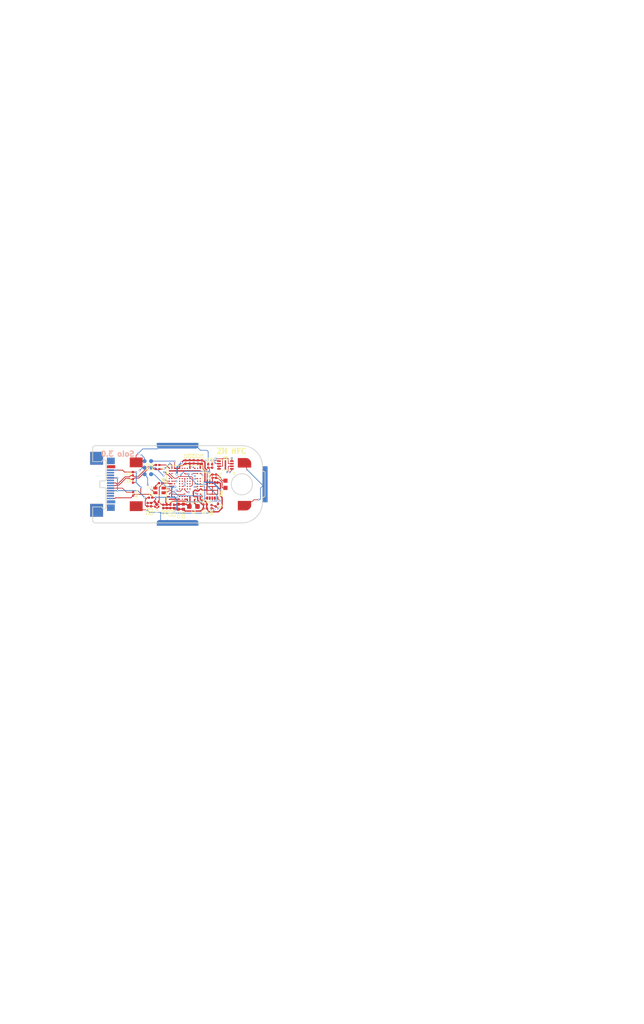
<source format=kicad_pcb>
(kicad_pcb (version 20171130) (host pcbnew "(5.1.5-0-10_14)")

  (general
    (thickness 0.8)
    (drawings 109)
    (tracks 705)
    (zones 0)
    (modules 39)
    (nets 86)
  )

  (page A4)
  (layers
    (0 F.Cu signal)
    (1 In1.Cu signal)
    (2 In2.Cu signal)
    (31 B.Cu signal)
    (32 B.Adhes user)
    (33 F.Adhes user)
    (34 B.Paste user)
    (35 F.Paste user)
    (36 B.SilkS user)
    (37 F.SilkS user)
    (38 B.Mask user)
    (39 F.Mask user)
    (40 Dwgs.User user)
    (41 Cmts.User user)
    (42 Eco1.User user)
    (43 Eco2.User user)
    (44 Edge.Cuts user)
    (45 Margin user)
    (46 B.CrtYd user)
    (47 F.CrtYd user)
    (48 B.Fab user)
    (49 F.Fab user)
  )

  (setup
    (last_trace_width 0.127)
    (user_trace_width 0.127)
    (user_trace_width 0.1524)
    (user_trace_width 0.25)
    (user_trace_width 0.4)
    (user_trace_width 0.127)
    (user_trace_width 0.1524)
    (user_trace_width 0.25)
    (user_trace_width 0.4)
    (trace_clearance 0.127)
    (zone_clearance 0)
    (zone_45_only no)
    (trace_min 0.05)
    (via_size 0.35)
    (via_drill 0.2)
    (via_min_size 0.35)
    (via_min_drill 0.2)
    (user_via 0.35 0.2)
    (user_via 0.45 0.3)
    (user_via 0.35 0.2)
    (user_via 0.45 0.3)
    (uvia_size 0.35)
    (uvia_drill 0.2)
    (uvias_allowed no)
    (uvia_min_size 0.2)
    (uvia_min_drill 0.1)
    (edge_width 0.15)
    (segment_width 0.15)
    (pcb_text_width 0.3)
    (pcb_text_size 1.5 1.5)
    (mod_edge_width 0.12)
    (mod_text_size 1 1)
    (mod_text_width 0.15)
    (pad_size 2 1.75)
    (pad_drill 0)
    (pad_to_mask_clearance 0.051)
    (solder_mask_min_width 0.25)
    (aux_axis_origin 0 0)
    (grid_origin 131.9 62.8)
    (visible_elements 7FFFFFFF)
    (pcbplotparams
      (layerselection 0x010fc_ffffffff)
      (usegerberextensions false)
      (usegerberattributes false)
      (usegerberadvancedattributes false)
      (creategerberjobfile false)
      (excludeedgelayer true)
      (linewidth 0.100000)
      (plotframeref false)
      (viasonmask false)
      (mode 1)
      (useauxorigin false)
      (hpglpennumber 1)
      (hpglpenspeed 20)
      (hpglpendiameter 15.000000)
      (psnegative false)
      (psa4output false)
      (plotreference true)
      (plotvalue true)
      (plotinvisibletext false)
      (padsonsilk false)
      (subtractmaskfromsilk false)
      (outputformat 1)
      (mirror false)
      (drillshape 0)
      (scaleselection 1)
      (outputdirectory "gerbers"))
  )

  (net 0 "")
  (net 1 "Net-(U1-PadA6)")
  (net 2 "Net-(U1-PadA8)")
  (net 3 "Net-(U1-PadC2)")
  (net 4 "Net-(U1-PadE1)")
  (net 5 "Net-(U1-PadE6)")
  (net 6 "Net-(U1-PadE9)")
  (net 7 "Net-(U1-PadF8)")
  (net 8 "Net-(U1-PadF9)")
  (net 9 "Net-(U1-PadG3)")
  (net 10 "Net-(U1-PadG5)")
  (net 11 "Net-(U1-PadH5)")
  (net 12 "Net-(U1-PadH8)")
  (net 13 "Net-(U1-PadJ5)")
  (net 14 "Net-(U1-PadJ8)")
  (net 15 "Net-(U1-PadJ9)")
  (net 16 +3V3)
  (net 17 "Net-(U1-PadA7)")
  (net 18 "Net-(U1-PadA12)")
  (net 19 GNDREF)
  (net 20 "Net-(U1-PadM2)")
  (net 21 "Net-(U1-PadM3)")
  (net 22 "Net-(U1-PadF5)")
  (net 23 "Net-(U1-PadM5)")
  (net 24 "Net-(U1-PadF6)")
  (net 25 "Net-(U1-PadG6)")
  (net 26 "Net-(U1-PadM6)")
  (net 27 "Net-(U1-PadN6)")
  (net 28 "Net-(U1-PadM7)")
  (net 29 "Net-(U1-PadE8)")
  (net 30 "Net-(U1-PadG8)")
  (net 31 "Net-(U1-PadM8)")
  (net 32 "Net-(U1-PadG9)")
  (net 33 "Net-(U1-PadG11)")
  (net 34 "Net-(U1-PadF12)")
  (net 35 "Net-(U1-PadG12)")
  (net 36 "Net-(U1-PadJ12)")
  (net 37 /solo/Sheet5DDC9C58/SWCLK)
  (net 38 /solo/Sheet5DDC9C58/SWDIO)
  (net 39 /solo/Sheet5DDC9C58/SWO)
  (net 40 /solo/nRESET)
  (net 41 /solo/D-)
  (net 42 /solo/D+)
  (net 43 /solo/Sheet5DDC9C58/G)
  (net 44 /solo/Sheet5DDC9C58/B)
  (net 45 /solo/Sheet5DDC9C58/R)
  (net 46 /solo/Sheet5DDC9C58/SPI_SS)
  (net 47 /solo/Sheet5DDC9C58/SPI_MOSI)
  (net 48 /solo/Sheet5DDC9C58/SPI_MISO)
  (net 49 /solo/Sheet5DDC9C58/SPI_CLK)
  (net 50 /solo/NFC-)
  (net 51 /solo/NFC+)
  (net 52 /5V)
  (net 53 "Net-(U1-PadF13)")
  (net 54 "Net-(U1-PadG13)")
  (net 55 "Net-(U1-PadE13)")
  (net 56 /solo/Sheet5DDC9C58/SENSE1)
  (net 57 /solo/Sheet5DDC9C58/CHARGE1)
  (net 58 /solo/Sheet5DDC9C58/SENSE2)
  (net 59 /solo/Sheet5DDC9C58/SENSE3)
  (net 60 "Net-(L1-Pad4)")
  (net 61 /NFC+)
  (net 62 /NFC-)
  (net 63 /CAP1)
  (net 64 /CAP2)
  (net 65 /CAP3)
  (net 66 "Net-(U1-PadE5)")
  (net 67 "Net-(C13-Pad1)")
  (net 68 "Net-(L2-Pad1)")
  (net 69 /solo/FLASH_CS)
  (net 70 /solo/FLASH_POWER)
  (net 71 /IN_D+)
  (net 72 /IN_D-)
  (net 73 "Net-(P1-PadA5)")
  (net 74 "Net-(P1-PadB8)")
  (net 75 "Net-(P1-PadB10)")
  (net 76 "Net-(P1-PadB11)")
  (net 77 "Net-(P1-PadB5)")
  (net 78 "Net-(P1-PadB3)")
  (net 79 "Net-(P1-PadB2)")
  (net 80 "Net-(P1-PadA2)")
  (net 81 "Net-(P1-PadA3)")
  (net 82 "Net-(P1-PadA8)")
  (net 83 "Net-(P1-PadA10)")
  (net 84 "Net-(P1-PadA11)")
  (net 85 /solo/Sheet5DDC9C58/NFC_GPIO)

  (net_class Default "This is the default net class."
    (clearance 0.127)
    (trace_width 0.127)
    (via_dia 0.35)
    (via_drill 0.2)
    (uvia_dia 0.35)
    (uvia_drill 0.2)
    (diff_pair_width 0.1524)
    (diff_pair_gap 0.1524)
    (add_net +3V3)
    (add_net /5V)
    (add_net /CAP1)
    (add_net /CAP2)
    (add_net /CAP3)
    (add_net /IN_D+)
    (add_net /IN_D-)
    (add_net /NFC+)
    (add_net /NFC-)
    (add_net /solo/D+)
    (add_net /solo/D-)
    (add_net /solo/FLASH_CS)
    (add_net /solo/FLASH_POWER)
    (add_net /solo/Sheet5DDC9C58/B)
    (add_net /solo/Sheet5DDC9C58/CHARGE1)
    (add_net /solo/Sheet5DDC9C58/G)
    (add_net /solo/Sheet5DDC9C58/NFC_GPIO)
    (add_net /solo/Sheet5DDC9C58/R)
    (add_net /solo/Sheet5DDC9C58/SENSE1)
    (add_net /solo/Sheet5DDC9C58/SENSE2)
    (add_net /solo/Sheet5DDC9C58/SENSE3)
    (add_net /solo/Sheet5DDC9C58/SPI_CLK)
    (add_net /solo/Sheet5DDC9C58/SPI_MISO)
    (add_net /solo/Sheet5DDC9C58/SPI_MOSI)
    (add_net /solo/Sheet5DDC9C58/SPI_SS)
    (add_net /solo/Sheet5DDC9C58/SWCLK)
    (add_net /solo/Sheet5DDC9C58/SWDIO)
    (add_net /solo/Sheet5DDC9C58/SWO)
    (add_net /solo/nRESET)
    (add_net GNDREF)
    (add_net "Net-(C13-Pad1)")
    (add_net "Net-(L1-Pad4)")
    (add_net "Net-(L2-Pad1)")
    (add_net "Net-(P1-PadA10)")
    (add_net "Net-(P1-PadA11)")
    (add_net "Net-(P1-PadA2)")
    (add_net "Net-(P1-PadA3)")
    (add_net "Net-(P1-PadA5)")
    (add_net "Net-(P1-PadA8)")
    (add_net "Net-(P1-PadB10)")
    (add_net "Net-(P1-PadB11)")
    (add_net "Net-(P1-PadB2)")
    (add_net "Net-(P1-PadB3)")
    (add_net "Net-(P1-PadB5)")
    (add_net "Net-(P1-PadB8)")
    (add_net "Net-(U1-PadA12)")
    (add_net "Net-(U1-PadA6)")
    (add_net "Net-(U1-PadA7)")
    (add_net "Net-(U1-PadA8)")
    (add_net "Net-(U1-PadC2)")
    (add_net "Net-(U1-PadE1)")
    (add_net "Net-(U1-PadE13)")
    (add_net "Net-(U1-PadE5)")
    (add_net "Net-(U1-PadE6)")
    (add_net "Net-(U1-PadE8)")
    (add_net "Net-(U1-PadE9)")
    (add_net "Net-(U1-PadF12)")
    (add_net "Net-(U1-PadF13)")
    (add_net "Net-(U1-PadF5)")
    (add_net "Net-(U1-PadF6)")
    (add_net "Net-(U1-PadF8)")
    (add_net "Net-(U1-PadF9)")
    (add_net "Net-(U1-PadG11)")
    (add_net "Net-(U1-PadG12)")
    (add_net "Net-(U1-PadG13)")
    (add_net "Net-(U1-PadG3)")
    (add_net "Net-(U1-PadG5)")
    (add_net "Net-(U1-PadG6)")
    (add_net "Net-(U1-PadG8)")
    (add_net "Net-(U1-PadG9)")
    (add_net "Net-(U1-PadH5)")
    (add_net "Net-(U1-PadH8)")
    (add_net "Net-(U1-PadJ12)")
    (add_net "Net-(U1-PadJ5)")
    (add_net "Net-(U1-PadJ8)")
    (add_net "Net-(U1-PadJ9)")
    (add_net "Net-(U1-PadM2)")
    (add_net "Net-(U1-PadM3)")
    (add_net "Net-(U1-PadM5)")
    (add_net "Net-(U1-PadM6)")
    (add_net "Net-(U1-PadM7)")
    (add_net "Net-(U1-PadM8)")
    (add_net "Net-(U1-PadN6)")
  )

  (module solo:TC2030-IDC-NL (layer B.Cu) (tedit 5E1CF6EA) (tstamp 5DEF7B10)
    (at 127.35 54 270)
    (path /5DDFB633/5DE167C0)
    (fp_text reference D1 (at -52.97 -40.589999 90) (layer B.SilkS) hide
      (effects (font (size 1 1) (thickness 0.15)) (justify mirror))
    )
    (fp_text value ARM_DEBUG (at -10.6 -54.5 90) (layer B.Fab)
      (effects (font (size 1 1) (thickness 0.15)) (justify mirror))
    )
    (pad "" np_thru_hole circle (at -1.27 0.65 270) (size 1 1) (drill 1) (layers *.Cu *.Mask))
    (pad "" np_thru_hole circle (at 3.81 -0.381 270) (size 1 1) (drill 1) (layers *.Cu *.Mask))
    (pad "" np_thru_hole circle (at 3.81 1.651 270) (size 1 1) (drill 1) (layers *.Cu *.Mask))
    (pad 6 smd circle (at 2.54 1.27 270) (size 0.787 0.787) (layers B.Cu B.Mask)
      (net 39 /solo/Sheet5DDC9C58/SWO))
    (pad 5 smd circle (at 2.54 0 270) (size 0.787 0.787) (layers B.Cu B.Mask)
      (net 19 GNDREF))
    (pad 4 smd circle (at 1.27 1.27 270) (size 0.787 0.787) (layers B.Cu B.Mask)
      (net 37 /solo/Sheet5DDC9C58/SWCLK))
    (pad 3 smd circle (at 1.27 0 270) (size 0.787 0.787) (layers B.Cu B.Mask)
      (net 40 /solo/nRESET))
    (pad 2 smd circle (at 0 1.27 270) (size 0.787 0.787) (layers B.Cu B.Mask)
      (net 38 /solo/Sheet5DDC9C58/SWDIO))
    (pad 1 smd circle (at 0 0 270) (size 0.787 0.787) (layers B.Cu B.Mask)
      (net 16 +3V3))
  )

  (module solo:0201_R (layer F.Cu) (tedit 5DEC1461) (tstamp 5DF05D3D)
    (at 139.225 54.95 90)
    (descr "Diode SMD 0201 (0603 Metric), square (rectangular) end terminal, IPC_7351 nominal, (Body size source: https://www.vishay.com/docs/20052/crcw0201e3.pdf), generated with kicad-footprint-generator")
    (tags diode)
    (path /5DDFB633/5DF7CDFF)
    (attr smd)
    (fp_text reference R5 (at 1.15 0.025 90) (layer F.SilkS)
      (effects (font (size 0.5 0.5) (thickness 0.125)))
    )
    (fp_text value 1M (at -24.64 119.81 90) (layer F.Fab) hide
      (effects (font (size 1 1) (thickness 0.15)))
    )
    (fp_poly (pts (xy 0.41 0.11) (xy 0.14 0.11) (xy 0.14 -0.11) (xy 0.41 -0.11)) (layer F.Paste) (width 0.1))
    (fp_poly (pts (xy -0.14 0.11) (xy -0.415 0.11) (xy -0.415 -0.11) (xy -0.14 -0.11)) (layer F.Paste) (width 0.1))
    (fp_line (start 0.7 0.35) (end -0.7 0.35) (layer F.CrtYd) (width 0.05))
    (fp_line (start 0.7 -0.35) (end 0.7 0.35) (layer F.CrtYd) (width 0.05))
    (fp_line (start -0.7 -0.35) (end 0.7 -0.35) (layer F.CrtYd) (width 0.05))
    (fp_line (start -0.7 0.35) (end -0.7 -0.35) (layer F.CrtYd) (width 0.05))
    (fp_line (start 0.3 0.15) (end -0.3 0.15) (layer F.Fab) (width 0.1))
    (fp_line (start 0.3 -0.15) (end 0.3 0.15) (layer F.Fab) (width 0.1))
    (fp_line (start -0.3 -0.15) (end 0.3 -0.15) (layer F.Fab) (width 0.1))
    (fp_line (start -0.3 0.15) (end -0.3 -0.15) (layer F.Fab) (width 0.1))
    (pad 2 smd roundrect (at 0.32 0 90) (size 0.46 0.4) (layers F.Cu F.Mask) (roundrect_rratio 0.25)
      (net 57 /solo/Sheet5DDC9C58/CHARGE1))
    (pad 1 smd roundrect (at -0.32 0 90) (size 0.46 0.4) (layers F.Cu F.Mask) (roundrect_rratio 0.25)
      (net 56 /solo/Sheet5DDC9C58/SENSE1))
    (model ${KISYS3DMOD}/Resistor_SMD.3dshapes/R_0201_0603Metric.step
      (at (xyz 0 0 0))
      (scale (xyz 1 1 1))
      (rotate (xyz 0 0 0))
    )
  )

  (module solo:FLASH_2x3_USON8 (layer F.Cu) (tedit 5DEEB887) (tstamp 5DEF8651)
    (at 141.8 54.75 180)
    (path /5DDFB633/5E046CAF)
    (fp_text reference F1 (at -0.05 1.4) (layer F.SilkS)
      (effects (font (size 0.5 0.5) (thickness 0.125)))
    )
    (fp_text value GD25Q16CEIGR (at -36.05 89.45) (layer F.Fab)
      (effects (font (size 1 1) (thickness 0.15)))
    )
    (fp_text user · (at -1.67 -1.48) (layer F.SilkS)
      (effects (font (size 2 2) (thickness 0.3)))
    )
    (fp_line (start -0.75 1) (end 0.75 1) (layer F.SilkS) (width 0.12))
    (fp_line (start 0.75 -1) (end -0.75 -1) (layer F.SilkS) (width 0.12))
    (fp_line (start -1.75 1.25) (end -1.75 -1.25) (layer F.CrtYd) (width 0.05))
    (fp_line (start 1.75 1.25) (end -1.75 1.25) (layer F.CrtYd) (width 0.05))
    (fp_line (start 1.75 -1.25) (end 1.75 1.25) (layer F.CrtYd) (width 0.05))
    (fp_line (start -1.75 -1.25) (end 1.75 -1.25) (layer F.CrtYd) (width 0.05))
    (pad 9 smd rect (at 0 0 180) (size 0.3 1.8) (layers F.Cu F.Paste F.Mask)
      (solder_paste_margin_ratio -0.25))
    (pad 8 smd rect (at 1.25 -0.75 180) (size 0.7 0.3) (layers F.Cu F.Paste F.Mask)
      (net 70 /solo/FLASH_POWER) (solder_paste_margin_ratio -0.25))
    (pad 7 smd rect (at 1.25 -0.25 180) (size 0.7 0.3) (layers F.Cu F.Paste F.Mask)
      (net 70 /solo/FLASH_POWER) (solder_paste_margin_ratio -0.25))
    (pad 6 smd rect (at 1.25 0.25 180) (size 0.7 0.3) (layers F.Cu F.Paste F.Mask)
      (net 49 /solo/Sheet5DDC9C58/SPI_CLK) (solder_paste_margin_ratio -0.25))
    (pad 5 smd rect (at 1.25 0.75 180) (size 0.7 0.3) (layers F.Cu F.Paste F.Mask)
      (net 47 /solo/Sheet5DDC9C58/SPI_MOSI) (solder_paste_margin_ratio -0.25))
    (pad 4 smd rect (at -1.25 0.75 180) (size 0.7 0.3) (layers F.Cu F.Paste F.Mask)
      (net 19 GNDREF) (solder_paste_margin_ratio -0.25))
    (pad 3 smd rect (at -1.25 0.25 180) (size 0.7 0.3) (layers F.Cu F.Paste F.Mask)
      (net 70 /solo/FLASH_POWER) (solder_paste_margin_ratio -0.25))
    (pad 2 smd rect (at -1.25 -0.25 180) (size 0.7 0.3) (layers F.Cu F.Paste F.Mask)
      (net 48 /solo/Sheet5DDC9C58/SPI_MISO) (solder_paste_margin_ratio -0.25))
    (pad 1 smd rect (at -1.25 -0.75 180) (size 0.7 0.3) (layers F.Cu F.Paste F.Mask)
      (net 69 /solo/FLASH_CS) (solder_paste_margin_ratio -0.25))
    (model 3d/USON8_2-3mm.step
      (offset (xyz -1.55 -1.05 0))
      (scale (xyz 1 1 1))
      (rotate (xyz 0 0 0))
    )
  )

  (module solo:top-C (layer F.Cu) (tedit 5DFE6002) (tstamp 5DFE7B8E)
    (at 114.805 58.625)
    (descr "place at (-14.8, 41.375)")
    (path /5E03B9E7)
    (fp_text reference TOP1 (at -7.05 -6.05) (layer F.Fab)
      (effects (font (size 1 1) (thickness 0.01)))
    )
    (fp_text value TOP_C (at -1.925 -5.95) (layer F.Fab)
      (effects (font (size 1 1) (thickness 0.01)))
    )
    (fp_poly (pts (xy 31.055 4.9) (xy 31.125 4.89) (xy 31.155 4.885) (xy 31.235 4.865)
      (xy 31.29 4.85) (xy 31.32 4.84) (xy 31.36 4.82) (xy 31.415 4.79)
      (xy 31.555 4.7) (xy 31.625 4.64) (xy 31.715 4.545) (xy 31.77 4.475)
      (xy 31.81 4.42) (xy 31.855 4.345) (xy 31.885 4.28) (xy 31.915 4.19)
      (xy 31.935 4.09) (xy 31.955 3.985) (xy 31.955 3.155) (xy 29.45 3.155)
      (xy 29.45 4.905) (xy 31.005 4.905)) (layer F.Mask) (width 0.1))
    (fp_poly (pts (xy 31.055 -5.17) (xy 31.125 -5.16) (xy 31.155 -5.155) (xy 31.235 -5.135)
      (xy 31.29 -5.12) (xy 31.32 -5.11) (xy 31.36 -5.09) (xy 31.415 -5.06)
      (xy 31.555 -4.97) (xy 31.625 -4.91) (xy 31.715 -4.815) (xy 31.77 -4.745)
      (xy 31.81 -4.69) (xy 31.855 -4.615) (xy 31.885 -4.55) (xy 31.915 -4.46)
      (xy 31.935 -4.36) (xy 31.955 -4.255) (xy 31.955 -3.425) (xy 29.45 -3.425)
      (xy 29.45 -5.175) (xy 31.005 -5.175)) (layer F.Mask) (width 0.1))
    (fp_poly (pts (xy 31.055 4.9) (xy 31.125 4.89) (xy 31.155 4.885) (xy 31.235 4.865)
      (xy 31.29 4.85) (xy 31.32 4.84) (xy 31.36 4.82) (xy 31.415 4.79)
      (xy 31.555 4.7) (xy 31.625 4.64) (xy 31.715 4.545) (xy 31.77 4.475)
      (xy 31.81 4.42) (xy 31.855 4.345) (xy 31.885 4.28) (xy 31.915 4.19)
      (xy 31.935 4.09) (xy 31.955 3.985) (xy 31.955 3.155) (xy 29.45 3.155)
      (xy 29.45 4.905) (xy 31.005 4.905)) (layer F.Cu) (width 0.1))
    (fp_poly (pts (xy 31.055 -5.17) (xy 31.125 -5.16) (xy 31.155 -5.155) (xy 31.235 -5.135)
      (xy 31.29 -5.12) (xy 31.32 -5.11) (xy 31.36 -5.09) (xy 31.415 -5.06)
      (xy 31.555 -4.97) (xy 31.625 -4.91) (xy 31.715 -4.815) (xy 31.77 -4.745)
      (xy 31.81 -4.69) (xy 31.855 -4.615) (xy 31.885 -4.55) (xy 31.915 -4.46)
      (xy 31.935 -4.36) (xy 31.955 -4.255) (xy 31.955 -3.425) (xy 29.45 -3.425)
      (xy 29.45 -5.175) (xy 31.005 -5.175)) (layer F.Cu) (width 0.1))
    (pad 9 smd custom (at 31 3.895) (size 1 0.7) (layers F.Cu F.Paste F.Mask)
      (net 65 /CAP3) (solder_paste_margin_ratio -0.05) (zone_connect 0)
      (options (clearance outline) (anchor rect))
      (primitives
      ))
    (pad 9 smd custom (at 31.1 -4.15) (size 1 0.7) (layers F.Cu F.Paste F.Mask)
      (net 65 /CAP3) (solder_paste_margin_ratio -0.05) (zone_connect 0)
      (options (clearance outline) (anchor rect))
      (primitives
      ))
    (pad 9 smd rect (at 30.5 4.045) (size 1 1) (layers F.Cu F.Paste F.Mask)
      (net 65 /CAP3) (solder_paste_margin_ratio -0.05))
    (pad 5 smd rect (at 9.65 -4.375) (size 2.5 1.9) (layers F.Cu F.Paste F.Mask)
      (net 63 /CAP1) (solder_paste_margin_ratio -0.25))
    (pad 6 smd rect (at 9.65 4.125) (size 2.5 1.9) (layers F.Cu F.Paste F.Mask)
      (net 64 /CAP2) (solder_paste_margin_ratio -0.25))
    (pad 7 smd rect (at 27 -0.825) (size 0.8 0.8) (layers F.Cu F.Paste F.Mask)
      (net 61 /NFC+) (solder_paste_margin_ratio -0.2))
    (pad 8 smd rect (at 27 0.575) (size 0.8 0.8) (layers F.Cu F.Paste F.Mask)
      (net 62 /NFC-) (solder_paste_margin_ratio -0.2))
    (pad 9 smd custom (at 30.5 -4.3) (size 1 1) (layers F.Cu F.Paste F.Mask)
      (net 65 /CAP3) (solder_paste_margin_ratio -0.05) (zone_connect 0)
      (options (clearance outline) (anchor rect))
      (primitives
      ))
  )

  (module solo:side_buttons (layer F.Cu) (tedit 5DEBF8A1) (tstamp 5DFE7B35)
    (at 149.525 58.925)
    (path /5DDFB633/5E2B415D)
    (fp_text reference caps1 (at -10.375 1.75) (layer B.Fab) hide
      (effects (font (size 1 1) (thickness 0.15)))
    )
    (fp_text value side_buttons (at -6.9 -4.8) (layer B.Fab)
      (effects (font (size 1 1) (thickness 0.15)))
    )
    (fp_poly (pts (xy -13.02 -7.8) (xy -13.03 -7.76) (xy -13.05 -7.7) (xy -13.08 -7.65)
      (xy -13.12 -7.59) (xy -13.16 -7.55) (xy -13.21 -7.51) (xy -13.28 -7.47)
      (xy -13.34 -7.44) (xy -13.39 -7.43) (xy -13.45 -7.42) (xy -20.59 -7.42)
      (xy -20.66 -7.43) (xy -20.73 -7.45) (xy -20.78 -7.47) (xy -20.83 -7.5)
      (xy -20.87 -7.53) (xy -20.94 -7.6) (xy -20.99 -7.7) (xy -21.02 -7.78)
      (xy -21.03 -7.92) (xy -21.03 -8.43) (xy -13.02 -8.43)) (layer B.Cu) (width 0.1))
    (fp_poly (pts (xy -21.03 6.95) (xy -21.02 6.91) (xy -21 6.85) (xy -20.97 6.8)
      (xy -20.93 6.74) (xy -20.89 6.7) (xy -20.84 6.66) (xy -20.77 6.62)
      (xy -20.71 6.59) (xy -20.66 6.58) (xy -20.6 6.57) (xy -13.46 6.57)
      (xy -13.39 6.58) (xy -13.32 6.6) (xy -13.27 6.62) (xy -13.22 6.65)
      (xy -13.18 6.68) (xy -13.11 6.75) (xy -13.06 6.85) (xy -13.03 6.93)
      (xy -13.02 7.07) (xy -13.02 7.58) (xy -21.03 7.58)) (layer B.Cu) (width 0.1))
    (fp_poly (pts (xy -21.03 6.95) (xy -21.02 6.91) (xy -21 6.85) (xy -20.97 6.8)
      (xy -20.93 6.74) (xy -20.89 6.7) (xy -20.84 6.66) (xy -20.77 6.62)
      (xy -20.71 6.59) (xy -20.66 6.58) (xy -20.6 6.57) (xy -13.46 6.57)
      (xy -13.39 6.58) (xy -13.32 6.6) (xy -13.27 6.62) (xy -13.22 6.65)
      (xy -13.18 6.68) (xy -13.11 6.75) (xy -13.06 6.85) (xy -13.03 6.93)
      (xy -13.02 7.07) (xy -13.02 7.58) (xy -21.03 7.58)) (layer B.Mask) (width 0.1))
    (fp_poly (pts (xy -13.02 -7.8) (xy -13.03 -7.76) (xy -13.05 -7.7) (xy -13.08 -7.65)
      (xy -13.12 -7.59) (xy -13.16 -7.55) (xy -13.21 -7.51) (xy -13.28 -7.47)
      (xy -13.34 -7.44) (xy -13.39 -7.43) (xy -13.45 -7.42) (xy -20.59 -7.42)
      (xy -20.66 -7.43) (xy -20.73 -7.45) (xy -20.78 -7.47) (xy -20.83 -7.5)
      (xy -20.87 -7.53) (xy -20.94 -7.6) (xy -20.99 -7.7) (xy -21.02 -7.78)
      (xy -21.03 -7.92) (xy -21.03 -8.43) (xy -13.02 -8.43)) (layer B.Mask) (width 0.1))
    (pad 3 smd rect (at -0.025 -0.425 90) (size 7 1) (layers B.Cu B.Mask)
      (net 65 /CAP3) (solder_mask_margin 0.01))
    (pad 1 smd custom (at -20.34 -7.63 90) (size 0.5 0.5) (layers B.Cu)
      (net 63 /CAP1) (solder_mask_margin 0.01) (zone_connect 0)
      (options (clearance outline) (anchor rect))
      (primitives
      ))
    (pad 2 smd custom (at -20.34 6.78 90) (size 0.5 0.5) (layers B.Cu)
      (net 64 /CAP2) (solder_mask_margin 0.01) (zone_connect 0)
      (options (clearance outline) (anchor rect))
      (primitives
      ))
    (pad 3 smd custom (at -0.27 -0.38 90) (size 0.5 0.5) (layers B.Cu)
      (net 65 /CAP3) (solder_mask_margin 0.01) (zone_connect 0)
      (options (clearance outline) (anchor rect))
      (primitives
      ))
  )

  (module solo:MLPD3X3 (layer F.Cu) (tedit 5DC6EB9A) (tstamp 5E1CE984)
    (at 140.25 58.175 270)
    (path /5DDFB633/5E1F1BCD)
    (fp_text reference N1 (at 2.1 -0.75 90) (layer F.SilkS)
      (effects (font (size 0.6 0.6) (thickness 0.15)))
    )
    (fp_text value FM11NC08I (at -20.65 -82.075 90) (layer F.Fab)
      (effects (font (size 1 1) (thickness 0.15)))
    )
    (pad 1 smd rect (at 0 0 270) (size 0.6 0.35) (layers F.Cu F.Paste F.Mask)
      (net 16 +3V3))
    (pad 2 smd rect (at 0 0.5 270) (size 0.6 0.35) (layers F.Cu F.Paste F.Mask)
      (net 16 +3V3))
    (pad 3 smd rect (at 0 1 270) (size 0.6 0.35) (layers F.Cu F.Paste F.Mask)
      (net 62 /NFC-))
    (pad 4 smd rect (at 0 1.5 270) (size 0.6 0.35) (layers F.Cu F.Paste F.Mask)
      (net 61 /NFC+))
    (pad 5 smd rect (at 0 2 270) (size 0.6 0.35) (layers F.Cu F.Paste F.Mask)
      (net 19 GNDREF))
    (pad 6 smd rect (at 3 2 270) (size 0.6 0.35) (layers F.Cu F.Paste F.Mask)
      (net 46 /solo/Sheet5DDC9C58/SPI_SS))
    (pad 7 smd rect (at 3 1.5 270) (size 0.6 0.35) (layers F.Cu F.Paste F.Mask)
      (net 49 /solo/Sheet5DDC9C58/SPI_CLK))
    (pad 8 smd rect (at 3 1 270) (size 0.6 0.35) (layers F.Cu F.Paste F.Mask)
      (net 47 /solo/Sheet5DDC9C58/SPI_MOSI))
    (pad 9 smd rect (at 3 0.5 270) (size 0.6 0.35) (layers F.Cu F.Paste F.Mask)
      (net 48 /solo/Sheet5DDC9C58/SPI_MISO))
    (pad 10 smd rect (at 3 0 270) (size 0.6 0.35) (layers F.Cu F.Paste F.Mask)
      (net 85 /solo/Sheet5DDC9C58/NFC_GPIO))
    (pad EXP smd rect (at 1.5 0.7 270) (size 0.2 0.2) (layers F.Cu F.Paste F.Mask)
      (net 19 GNDREF) (solder_mask_margin 0.8))
    (pad EXP smd rect (at 1.5 2.05) (size 0.15 1.7) (layers F.Cu F.Paste F.Mask)
      (net 19 GNDREF) (solder_mask_margin 0.01))
    (pad EXP smd rect (at 1.5 1.3 270) (size 0.2 0.2) (layers F.Cu F.Paste F.Mask)
      (net 19 GNDREF) (solder_mask_margin 0.8))
    (pad EXP smd rect (at 1.5 1) (size 0.15 1.7) (layers F.Cu F.Paste F.Mask)
      (net 19 GNDREF) (solder_mask_margin 0.01))
    (pad EXP smd rect (at 1.5 -0.05) (size 0.15 1.7) (layers F.Cu F.Paste F.Mask)
      (net 19 GNDREF) (solder_mask_margin 0.01))
    (pad EXP smd rect (at 0.75 0.75 90) (size 0.15 1.7) (layers F.Cu F.Paste F.Mask)
      (net 19 GNDREF) (solder_mask_margin 0.01))
    (pad EXP smd rect (at 0.75 1.25 90) (size 0.15 1.7) (layers F.Cu F.Paste F.Mask)
      (net 19 GNDREF) (solder_mask_margin 0.01))
    (pad EXP smd rect (at 2.25 0.75 90) (size 0.15 1.7) (layers F.Cu F.Paste F.Mask)
      (net 19 GNDREF) (solder_mask_margin 0.01))
    (pad EXP smd rect (at 2.25 1.25 90) (size 0.15 1.7) (layers F.Cu F.Paste F.Mask)
      (net 19 GNDREF) (solder_mask_margin 0.01))
    (pad EXP smd rect (at 1.5 0.75 90) (size 0.15 1.7) (layers F.Cu F.Paste F.Mask)
      (net 19 GNDREF) (solder_mask_margin 0.01))
    (pad EXP smd rect (at 1.5 1.25 90) (size 0.15 1.7) (layers F.Cu F.Paste F.Mask)
      (net 19 GNDREF) (solder_mask_margin 0.01))
  )

  (module solo:c-plating (layer F.Cu) (tedit 5DFEA705) (tstamp 5DFF00FD)
    (at 116.9 53.35)
    (fp_text reference REF** (at 2.15 -4.05) (layer F.SilkS) hide
      (effects (font (size 1 1) (thickness 0.15)))
    )
    (fp_text value c-plating (at 3.55 -3) (layer F.Fab)
      (effects (font (size 1 1) (thickness 0.15)))
    )
    (pad 1 smd rect (at -0.15 10.2) (size 2.5 2.5) (layers B.Cu B.Mask))
    (pad 1 smd rect (at -0.15 0.1) (size 2.5 2.5) (layers B.Cu B.Mask))
    (pad 2 smd rect (at -0.15 10.2) (size 2.5 2.5) (layers F.Cu F.Mask))
    (pad 1 smd rect (at -0.15 0.1) (size 2.5 2.5) (layers F.Cu F.Mask))
  )

  (module solo:USB-C_WURTH (layer F.Cu) (tedit 5DFE7D1E) (tstamp 5DFE7B4E)
    (at 118.64 58.445 270)
    (path /5E0439C1)
    (fp_text reference P1 (at 105.78 -34.76 90) (layer F.SilkS) hide
      (effects (font (size 1 1) (thickness 0.15)))
    )
    (fp_text value USB_C_Plug (at 100.305 14.225 90) (layer F.Fab)
      (effects (font (size 1 1) (thickness 0.15)))
    )
    (fp_line (start 0.05508 0.036108) (end 0.05508 -3.529767) (layer Eco2.User) (width 0.1))
    (fp_line (start -4.19492 -0.143892) (end 4.30508 -0.143892) (layer Eco2.User) (width 0.1))
    (fp_line (start -4.19492 0.036108) (end 4.30508 0.036108) (layer Eco2.User) (width 0.1))
    (fp_line (start 0.05508 -3) (end 0.05508 2.699999) (layer Eco2.User) (width 0.1))
    (pad B12 smd rect (at 2.805 -0.825 90) (size 0.3 1.35) (layers B.Cu B.Paste B.Mask)
      (net 19 GNDREF))
    (pad B8 smd rect (at 0.805 -0.825 90) (size 0.3 1.35) (layers B.Cu B.Paste B.Mask)
      (net 74 "Net-(P1-PadB8)"))
    (pad B7 smd rect (at 0.305 -0.825 90) (size 0.3 1.35) (layers B.Cu B.Paste B.Mask))
    (pad B9 smd rect (at 1.305 -0.825 90) (size 0.3 1.35) (layers B.Cu B.Paste B.Mask)
      (net 52 /5V))
    (pad B10 smd rect (at 1.805 -0.825 90) (size 0.3 1.35) (layers B.Cu B.Paste B.Mask)
      (net 75 "Net-(P1-PadB10)"))
    (pad NC smd rect (at 4.6 -0.895 90) (size 1.25 1.5) (layers B.Cu B.Paste B.Mask))
    (pad NC smd rect (at -4.49 -0.895 90) (size 1.25 1.5) (layers B.Cu B.Paste B.Mask))
    (pad B11 smd rect (at 2.305 -0.825 90) (size 0.3 1.35) (layers B.Cu B.Paste B.Mask)
      (net 76 "Net-(P1-PadB11)"))
    (pad B6 smd rect (at -0.195 -0.825 90) (size 0.3 1.35) (layers B.Cu B.Paste B.Mask))
    (pad B5 smd rect (at -0.695 -0.825 90) (size 0.3 1.35) (layers B.Cu B.Paste B.Mask)
      (net 77 "Net-(P1-PadB5)"))
    (pad B4 smd rect (at -1.195 -0.825 90) (size 0.3 1.35) (layers B.Cu B.Paste B.Mask)
      (net 52 /5V))
    (pad B3 smd rect (at -1.695 -0.825 90) (size 0.3 1.35) (layers B.Cu B.Paste B.Mask)
      (net 78 "Net-(P1-PadB3)"))
    (pad B2 smd rect (at -2.195 -0.825 90) (size 0.3 1.35) (layers B.Cu B.Paste B.Mask)
      (net 79 "Net-(P1-PadB2)"))
    (pad B1 smd rect (at -2.695 -0.825 90) (size 0.3 1.35) (layers B.Cu B.Paste B.Mask)
      (net 19 GNDREF))
    (pad NC smd rect (at 3.465 -0.945 90) (size 0.6 1.6) (layers B.Cu B.Paste B.Mask))
    (pad NC smd rect (at 4.6 -0.895 270) (size 1.25 1.5) (layers F.Cu F.Paste F.Mask))
    (pad NC smd rect (at -4.49 -0.895 270) (size 1.25 1.5) (layers F.Cu F.Paste F.Mask))
    (pad NC smd rect (at -3.355 -0.945 270) (size 0.6 1.6) (layers F.Cu F.Paste F.Mask))
    (pad A1 smd rect (at 2.805 -0.825 270) (size 0.3 1.35) (layers F.Cu F.Paste F.Mask)
      (net 19 GNDREF))
    (pad A2 smd rect (at 2.305 -0.825 270) (size 0.3 1.35) (layers F.Cu F.Paste F.Mask)
      (net 80 "Net-(P1-PadA2)"))
    (pad A3 smd rect (at 1.805 -0.825 270) (size 0.3 1.35) (layers F.Cu F.Paste F.Mask)
      (net 81 "Net-(P1-PadA3)"))
    (pad A4 smd rect (at 1.305 -0.825 270) (size 0.3 1.35) (layers F.Cu F.Paste F.Mask)
      (net 52 /5V))
    (pad A5 smd rect (at 0.805 -0.825 270) (size 0.3 1.35) (layers F.Cu F.Paste F.Mask)
      (net 73 "Net-(P1-PadA5)"))
    (pad A6 smd rect (at 0.305 -0.825 270) (size 0.3 1.35) (layers F.Cu F.Paste F.Mask)
      (net 71 /IN_D+))
    (pad A7 smd rect (at -0.195 -0.825 270) (size 0.3 1.35) (layers F.Cu F.Paste F.Mask)
      (net 72 /IN_D-))
    (pad A8 smd rect (at -0.695 -0.825 270) (size 0.3 1.35) (layers F.Cu F.Paste F.Mask)
      (net 82 "Net-(P1-PadA8)"))
    (pad A9 smd rect (at -1.195 -0.825 270) (size 0.3 1.35) (layers F.Cu F.Paste F.Mask)
      (net 52 /5V))
    (pad A10 smd rect (at -1.695 -0.825 270) (size 0.3 1.35) (layers F.Cu F.Paste F.Mask)
      (net 83 "Net-(P1-PadA10)"))
    (pad A11 smd rect (at -2.195 -0.825 270) (size 0.3 1.35) (layers F.Cu F.Paste F.Mask)
      (net 84 "Net-(P1-PadA11)"))
    (pad A12 smd rect (at -2.695 -0.825 270) (size 0.3 1.35) (layers F.Cu F.Paste F.Mask)
      (net 19 GNDREF))
    (model 3d/wurth_632712000112_usb-c.step
      (offset (xyz 0.07000000000000001 -10.3 -0.47))
      (scale (xyz 1 1 1))
      (rotate (xyz -90 0 0))
    )
  )

  (module solo:BGA98C50P13X13_700X700X97N (layer F.Cu) (tedit 5DDDBAE3) (tstamp 5DFE84FB)
    (at 133.9 58.4)
    (path /5DDFB633/5DDC9C59/5DDC9D9F)
    (attr smd)
    (fp_text reference U1 (at 4.15 -2.4) (layer F.SilkS)
      (effects (font (size 0.5 0.5) (thickness 0.125)))
    )
    (fp_text value LPC55S28JEV98K (at 7.8 51.9) (layer F.SilkS) hide
      (effects (font (size 1 1) (thickness 0.05)))
    )
    (fp_line (start -3.55 -3.55) (end 3.55 -3.55) (layer F.Fab) (width 0.127))
    (fp_line (start 3.55 -3.55) (end 3.55 3.55) (layer F.Fab) (width 0.127))
    (fp_line (start 3.55 3.55) (end -3.55 3.55) (layer F.Fab) (width 0.127))
    (fp_line (start -3.55 3.55) (end -3.55 -3.55) (layer F.Fab) (width 0.127))
    (fp_line (start -3.55 -3.55) (end 3.55 -3.55) (layer F.SilkS) (width 0.127))
    (fp_line (start 3.55 -3.55) (end 3.55 3.55) (layer F.SilkS) (width 0.127))
    (fp_line (start 3.55 3.55) (end -3.55 3.55) (layer F.SilkS) (width 0.127))
    (fp_line (start -3.55 3.55) (end -3.55 -3.55) (layer F.SilkS) (width 0.127))
    (fp_circle (center -4.2 -3) (end -4.1 -3) (layer F.SilkS) (width 0.2))
    (fp_circle (center -4.2 -3) (end -4.1 -3) (layer F.Fab) (width 0.2))
    (pad A1 smd circle (at -3 -3) (size 0.24 0.24) (layers F.Cu F.Paste F.Mask)
      (net 41 /solo/D-))
    (pad A2 smd circle (at -2.5 -3) (size 0.24 0.24) (layers F.Cu F.Paste F.Mask)
      (net 42 /solo/D+))
    (pad A3 smd circle (at -2 -3) (size 0.24 0.24) (layers F.Cu F.Paste F.Mask)
      (net 16 +3V3))
    (pad A5 smd circle (at -1 -3) (size 0.24 0.24) (layers F.Cu F.Paste F.Mask)
      (net 16 +3V3))
    (pad A6 smd circle (at -0.5 -3) (size 0.24 0.24) (layers F.Cu F.Paste F.Mask)
      (net 1 "Net-(U1-PadA6)"))
    (pad A7 smd circle (at 0 -3) (size 0.24 0.24) (layers F.Cu F.Paste F.Mask)
      (net 17 "Net-(U1-PadA7)"))
    (pad A8 smd circle (at 0.5 -3) (size 0.24 0.24) (layers F.Cu F.Paste F.Mask)
      (net 2 "Net-(U1-PadA8)"))
    (pad A9 smd circle (at 1 -3) (size 0.24 0.24) (layers F.Cu F.Paste F.Mask)
      (net 16 +3V3))
    (pad A11 smd circle (at 2 -3) (size 0.24 0.24) (layers F.Cu F.Paste F.Mask)
      (net 48 /solo/Sheet5DDC9C58/SPI_MISO))
    (pad A12 smd circle (at 2.5 -3) (size 0.24 0.24) (layers F.Cu F.Paste F.Mask)
      (net 18 "Net-(U1-PadA12)"))
    (pad A13 smd circle (at 3 -3) (size 0.24 0.24) (layers F.Cu F.Paste F.Mask)
      (net 16 +3V3))
    (pad B1 smd circle (at -3 -2.5) (size 0.24 0.24) (layers F.Cu F.Paste F.Mask)
      (net 19 GNDREF))
    (pad C1 smd circle (at -3 -2) (size 0.24 0.24) (layers F.Cu F.Paste F.Mask)
      (net 56 /solo/Sheet5DDC9C58/SENSE1))
    (pad E1 smd circle (at -3 -1) (size 0.24 0.24) (layers F.Cu F.Paste F.Mask)
      (net 4 "Net-(U1-PadE1)"))
    (pad F1 smd circle (at -3 -0.5) (size 0.24 0.24) (layers F.Cu F.Paste F.Mask)
      (net 37 /solo/Sheet5DDC9C58/SWCLK))
    (pad G1 smd circle (at -3 0) (size 0.24 0.24) (layers F.Cu F.Paste F.Mask)
      (net 16 +3V3))
    (pad H1 smd circle (at -3 0.5) (size 0.24 0.24) (layers F.Cu F.Paste F.Mask)
      (net 19 GNDREF))
    (pad J1 smd circle (at -3 1) (size 0.24 0.24) (layers F.Cu F.Paste F.Mask)
      (net 44 /solo/Sheet5DDC9C58/B))
    (pad L1 smd circle (at -3 2) (size 0.24 0.24) (layers F.Cu F.Paste F.Mask)
      (net 58 /solo/Sheet5DDC9C58/SENSE2))
    (pad M1 smd circle (at -3 2.5) (size 0.24 0.24) (layers F.Cu F.Paste F.Mask)
      (net 16 +3V3))
    (pad N1 smd circle (at -3 3) (size 0.24 0.24) (layers F.Cu F.Paste F.Mask)
      (net 19 GNDREF))
    (pad B2 smd circle (at -2.5 -2.5) (size 0.24 0.24) (layers F.Cu F.Paste F.Mask)
      (net 19 GNDREF))
    (pad C2 smd circle (at -2.5 -2) (size 0.24 0.24) (layers F.Cu F.Paste F.Mask)
      (net 3 "Net-(U1-PadC2)"))
    (pad E2 smd circle (at -2.5 -1) (size 0.24 0.24) (layers F.Cu F.Paste F.Mask)
      (net 38 /solo/Sheet5DDC9C58/SWDIO))
    (pad F2 smd circle (at -2.5 -0.5) (size 0.24 0.24) (layers F.Cu F.Paste F.Mask)
      (net 39 /solo/Sheet5DDC9C58/SWO))
    (pad G2 smd circle (at -2.5 0) (size 0.24 0.24) (layers F.Cu F.Paste F.Mask)
      (net 16 +3V3))
    (pad H2 smd circle (at -2.5 0.5) (size 0.24 0.24) (layers F.Cu F.Paste F.Mask)
      (net 19 GNDREF))
    (pad J2 smd circle (at -2.5 1) (size 0.24 0.24) (layers F.Cu F.Paste F.Mask)
      (net 43 /solo/Sheet5DDC9C58/G))
    (pad L2 smd circle (at -2.5 2) (size 0.24 0.24) (layers F.Cu F.Paste F.Mask)
      (net 59 /solo/Sheet5DDC9C58/SENSE3))
    (pad M2 smd circle (at -2.5 2.5) (size 0.24 0.24) (layers F.Cu F.Paste F.Mask)
      (net 20 "Net-(U1-PadM2)"))
    (pad N2 smd circle (at -2.5 3) (size 0.24 0.24) (layers F.Cu F.Paste F.Mask)
      (net 19 GNDREF))
    (pad B3 smd circle (at -2 -2.5) (size 0.24 0.24) (layers F.Cu F.Paste F.Mask)
      (net 19 GNDREF))
    (pad G3 smd circle (at -2 0) (size 0.24 0.24) (layers F.Cu F.Paste F.Mask)
      (net 9 "Net-(U1-PadG3)"))
    (pad M3 smd circle (at -2 2.5) (size 0.24 0.24) (layers F.Cu F.Paste F.Mask)
      (net 21 "Net-(U1-PadM3)"))
    (pad N3 smd circle (at -2 3) (size 0.24 0.24) (layers F.Cu F.Paste F.Mask)
      (net 19 GNDREF))
    (pad B5 smd circle (at -1 -2.5) (size 0.24 0.24) (layers F.Cu F.Paste F.Mask)
      (net 19 GNDREF))
    (pad E5 smd circle (at -1 -1) (size 0.24 0.24) (layers F.Cu F.Paste F.Mask)
      (net 66 "Net-(U1-PadE5)"))
    (pad F5 smd circle (at -1 -0.5) (size 0.24 0.24) (layers F.Cu F.Paste F.Mask)
      (net 22 "Net-(U1-PadF5)"))
    (pad G5 smd circle (at -1 0) (size 0.24 0.24) (layers F.Cu F.Paste F.Mask)
      (net 10 "Net-(U1-PadG5)"))
    (pad H5 smd circle (at -1 0.5) (size 0.24 0.24) (layers F.Cu F.Paste F.Mask)
      (net 11 "Net-(U1-PadH5)"))
    (pad J5 smd circle (at -1 1) (size 0.24 0.24) (layers F.Cu F.Paste F.Mask)
      (net 13 "Net-(U1-PadJ5)"))
    (pad M5 smd circle (at -1 2.5) (size 0.24 0.24) (layers F.Cu F.Paste F.Mask)
      (net 23 "Net-(U1-PadM5)"))
    (pad N5 smd circle (at -1 3) (size 0.24 0.24) (layers F.Cu F.Paste F.Mask)
      (net 19 GNDREF))
    (pad B6 smd circle (at -0.5 -2.5) (size 0.24 0.24) (layers F.Cu F.Paste F.Mask)
      (net 19 GNDREF))
    (pad E6 smd circle (at -0.5 -1) (size 0.24 0.24) (layers F.Cu F.Paste F.Mask)
      (net 5 "Net-(U1-PadE6)"))
    (pad F6 smd circle (at -0.5 -0.5) (size 0.24 0.24) (layers F.Cu F.Paste F.Mask)
      (net 24 "Net-(U1-PadF6)"))
    (pad G6 smd circle (at -0.5 0) (size 0.24 0.24) (layers F.Cu F.Paste F.Mask)
      (net 25 "Net-(U1-PadG6)"))
    (pad H6 smd circle (at -0.5 0.5) (size 0.24 0.24) (layers F.Cu F.Paste F.Mask)
      (net 45 /solo/Sheet5DDC9C58/R))
    (pad J6 smd circle (at -0.5 1) (size 0.24 0.24) (layers F.Cu F.Paste F.Mask)
      (net 40 /solo/nRESET))
    (pad M6 smd circle (at -0.5 2.5) (size 0.24 0.24) (layers F.Cu F.Paste F.Mask)
      (net 26 "Net-(U1-PadM6)"))
    (pad N6 smd circle (at -0.5 3) (size 0.24 0.24) (layers F.Cu F.Paste F.Mask)
      (net 27 "Net-(U1-PadN6)"))
    (pad B7 smd circle (at 0 -2.5) (size 0.24 0.24) (layers F.Cu F.Paste F.Mask)
      (net 19 GNDREF))
    (pad C7 smd circle (at 0 -2) (size 0.24 0.24) (layers F.Cu F.Paste F.Mask)
      (net 57 /solo/Sheet5DDC9C58/CHARGE1))
    (pad E7 smd circle (at 0 -1) (size 0.24 0.24) (layers F.Cu F.Paste F.Mask)
      (net 70 /solo/FLASH_POWER))
    (pad J7 smd circle (at 0 1) (size 0.24 0.24) (layers F.Cu F.Paste F.Mask)
      (net 48 /solo/Sheet5DDC9C58/SPI_MISO))
    (pad M7 smd circle (at 0 2.5) (size 0.24 0.24) (layers F.Cu F.Paste F.Mask)
      (net 28 "Net-(U1-PadM7)"))
    (pad N7 smd circle (at 0 3) (size 0.24 0.24) (layers F.Cu F.Paste F.Mask)
      (net 16 +3V3))
    (pad B8 smd circle (at 0.5 -2.5) (size 0.24 0.24) (layers F.Cu F.Paste F.Mask)
      (net 19 GNDREF))
    (pad E8 smd circle (at 0.5 -1) (size 0.24 0.24) (layers F.Cu F.Paste F.Mask)
      (net 29 "Net-(U1-PadE8)"))
    (pad F8 smd circle (at 0.5 -0.5) (size 0.24 0.24) (layers F.Cu F.Paste F.Mask)
      (net 7 "Net-(U1-PadF8)"))
    (pad G8 smd circle (at 0.5 0) (size 0.24 0.24) (layers F.Cu F.Paste F.Mask)
      (net 30 "Net-(U1-PadG8)"))
    (pad H8 smd circle (at 0.5 0.5) (size 0.24 0.24) (layers F.Cu F.Paste F.Mask)
      (net 12 "Net-(U1-PadH8)"))
    (pad J8 smd circle (at 0.5 1) (size 0.24 0.24) (layers F.Cu F.Paste F.Mask)
      (net 14 "Net-(U1-PadJ8)"))
    (pad L7 smd circle (at 0 2) (size 0.24 0.24) (layers F.Cu F.Paste F.Mask)
      (net 59 /solo/Sheet5DDC9C58/SENSE3))
    (pad M8 smd circle (at 0.5 2.5) (size 0.24 0.24) (layers F.Cu F.Paste F.Mask)
      (net 31 "Net-(U1-PadM8)"))
    (pad N8 smd circle (at 0.5 3) (size 0.24 0.24) (layers F.Cu F.Paste F.Mask)
      (net 16 +3V3))
    (pad B9 smd circle (at 1 -2.5) (size 0.24 0.24) (layers F.Cu F.Paste F.Mask)
      (net 19 GNDREF))
    (pad E9 smd circle (at 1 -1) (size 0.24 0.24) (layers F.Cu F.Paste F.Mask)
      (net 6 "Net-(U1-PadE9)"))
    (pad F9 smd circle (at 1 -0.5) (size 0.24 0.24) (layers F.Cu F.Paste F.Mask)
      (net 8 "Net-(U1-PadF9)"))
    (pad G9 smd circle (at 1 0) (size 0.24 0.24) (layers F.Cu F.Paste F.Mask)
      (net 32 "Net-(U1-PadG9)"))
    (pad H9 smd circle (at 1 0.5) (size 0.24 0.24) (layers F.Cu F.Paste F.Mask)
      (net 56 /solo/Sheet5DDC9C58/SENSE1))
    (pad J9 smd circle (at 1 1) (size 0.24 0.24) (layers F.Cu F.Paste F.Mask)
      (net 15 "Net-(U1-PadJ9)"))
    (pad M9 smd circle (at 1 2.5) (size 0.24 0.24) (layers F.Cu F.Paste F.Mask)
      (net 67 "Net-(C13-Pad1)"))
    (pad N9 smd circle (at 1 3) (size 0.24 0.24) (layers F.Cu F.Paste F.Mask)
      (net 67 "Net-(C13-Pad1)"))
    (pad B11 smd circle (at 2 -2.5) (size 0.24 0.24) (layers F.Cu F.Paste F.Mask)
      (net 19 GNDREF))
    (pad G11 smd circle (at 2 0) (size 0.24 0.24) (layers F.Cu F.Paste F.Mask)
      (net 33 "Net-(U1-PadG11)"))
    (pad M11 smd circle (at 2 2.5) (size 0.24 0.24) (layers F.Cu F.Paste F.Mask)
      (net 19 GNDREF))
    (pad N11 smd circle (at 2 3) (size 0.24 0.24) (layers F.Cu F.Paste F.Mask)
      (net 68 "Net-(L2-Pad1)"))
    (pad B12 smd circle (at 2.5 -2.5) (size 0.24 0.24) (layers F.Cu F.Paste F.Mask)
      (net 19 GNDREF))
    (pad C12 smd circle (at 2.5 -2) (size 0.24 0.24) (layers F.Cu F.Paste F.Mask)
      (net 69 /solo/FLASH_CS))
    (pad E12 smd circle (at 2.5 -1) (size 0.24 0.24) (layers F.Cu F.Paste F.Mask)
      (net 47 /solo/Sheet5DDC9C58/SPI_MOSI))
    (pad F12 smd circle (at 2.5 -0.5) (size 0.24 0.24) (layers F.Cu F.Paste F.Mask)
      (net 34 "Net-(U1-PadF12)"))
    (pad G12 smd circle (at 2.5 0) (size 0.24 0.24) (layers F.Cu F.Paste F.Mask)
      (net 35 "Net-(U1-PadG12)"))
    (pad H12 smd circle (at 2.5 0.5) (size 0.24 0.24) (layers F.Cu F.Paste F.Mask)
      (net 49 /solo/Sheet5DDC9C58/SPI_CLK))
    (pad J12 smd circle (at 2.5 1) (size 0.24 0.24) (layers F.Cu F.Paste F.Mask)
      (net 36 "Net-(U1-PadJ12)"))
    (pad L12 smd circle (at 2.5 2) (size 0.24 0.24) (layers F.Cu F.Paste F.Mask)
      (net 85 /solo/Sheet5DDC9C58/NFC_GPIO))
    (pad M12 smd circle (at 2.5 2.5) (size 0.24 0.24) (layers F.Cu F.Paste F.Mask)
      (net 19 GNDREF))
    (pad N12 smd circle (at 2.5 3) (size 0.24 0.24) (layers F.Cu F.Paste F.Mask)
      (net 19 GNDREF))
    (pad B13 smd circle (at 3 -2.5) (size 0.24 0.24) (layers F.Cu F.Paste F.Mask)
      (net 19 GNDREF))
    (pad C13 smd circle (at 3 -2) (size 0.24 0.24) (layers F.Cu F.Paste F.Mask)
      (net 49 /solo/Sheet5DDC9C58/SPI_CLK))
    (pad E13 smd circle (at 3 -1) (size 0.24 0.24) (layers F.Cu F.Paste F.Mask)
      (net 55 "Net-(U1-PadE13)"))
    (pad F13 smd circle (at 3 -0.5) (size 0.24 0.24) (layers F.Cu F.Paste F.Mask)
      (net 53 "Net-(U1-PadF13)"))
    (pad G13 smd circle (at 3 0) (size 0.24 0.24) (layers F.Cu F.Paste F.Mask)
      (net 54 "Net-(U1-PadG13)"))
    (pad H13 smd circle (at 3 0.5) (size 0.24 0.24) (layers F.Cu F.Paste F.Mask)
      (net 46 /solo/Sheet5DDC9C58/SPI_SS))
    (pad J13 smd circle (at 3 1) (size 0.24 0.24) (layers F.Cu F.Paste F.Mask)
      (net 19 GNDREF))
    (pad L13 smd circle (at 3 2) (size 0.24 0.24) (layers F.Cu F.Paste F.Mask)
      (net 58 /solo/Sheet5DDC9C58/SENSE2))
    (pad M13 smd circle (at 3 2.5) (size 0.24 0.24) (layers F.Cu F.Paste F.Mask)
      (net 16 +3V3))
    (pad N13 smd circle (at 3 3) (size 0.24 0.24) (layers F.Cu F.Paste F.Mask)
      (net 16 +3V3))
    (model 3d/lpc55.step
      (offset (xyz -3.5 -3.5 0))
      (scale (xyz 1 1 1))
      (rotate (xyz 0 0 0))
    )
  )

  (module Capacitor_SMD:C_0402_1005Metric (layer F.Cu) (tedit 5B301BBE) (tstamp 5DF910C6)
    (at 133.625 62.85 270)
    (descr "Capacitor SMD 0402 (1005 Metric), square (rectangular) end terminal, IPC_7351 nominal, (Body size source: http://www.tortai-tech.com/upload/download/2011102023233369053.pdf), generated with kicad-footprint-generator")
    (tags capacitor)
    (path /5DDFB633/5DDC9C59/5DFE55C7)
    (attr smd)
    (fp_text reference C17 (at 1.6 -0.05 90) (layer F.SilkS)
      (effects (font (size 0.5 0.5) (thickness 0.125)))
    )
    (fp_text value 10uF (at -88.175 33.8 90) (layer F.Fab)
      (effects (font (size 1 1) (thickness 0.15)))
    )
    (fp_text user %R (at 0 0 90) (layer F.Fab)
      (effects (font (size 0.25 0.25) (thickness 0.04)))
    )
    (fp_line (start 0.93 0.47) (end -0.93 0.47) (layer F.CrtYd) (width 0.05))
    (fp_line (start 0.93 -0.47) (end 0.93 0.47) (layer F.CrtYd) (width 0.05))
    (fp_line (start -0.93 -0.47) (end 0.93 -0.47) (layer F.CrtYd) (width 0.05))
    (fp_line (start -0.93 0.47) (end -0.93 -0.47) (layer F.CrtYd) (width 0.05))
    (fp_line (start 0.5 0.25) (end -0.5 0.25) (layer F.Fab) (width 0.1))
    (fp_line (start 0.5 -0.25) (end 0.5 0.25) (layer F.Fab) (width 0.1))
    (fp_line (start -0.5 -0.25) (end 0.5 -0.25) (layer F.Fab) (width 0.1))
    (fp_line (start -0.5 0.25) (end -0.5 -0.25) (layer F.Fab) (width 0.1))
    (pad 2 smd roundrect (at 0.485 0 270) (size 0.59 0.64) (layers F.Cu F.Paste F.Mask) (roundrect_rratio 0.25)
      (net 19 GNDREF))
    (pad 1 smd roundrect (at -0.485 0 270) (size 0.59 0.64) (layers F.Cu F.Paste F.Mask) (roundrect_rratio 0.25)
      (net 67 "Net-(C13-Pad1)"))
    (model ${KISYS3DMOD}/Capacitor_SMD.3dshapes/C_0402_1005Metric.wrl
      (at (xyz 0 0 0))
      (scale (xyz 1 1 1))
      (rotate (xyz 0 0 0))
    )
  )

  (module Capacitor_SMD:C_0402_1005Metric (layer F.Cu) (tedit 5B301BBE) (tstamp 5DF2A8AE)
    (at 132.625 62.85 270)
    (descr "Capacitor SMD 0402 (1005 Metric), square (rectangular) end terminal, IPC_7351 nominal, (Body size source: http://www.tortai-tech.com/upload/download/2011102023233369053.pdf), generated with kicad-footprint-generator")
    (tags capacitor)
    (path /5DDFB633/5DDC9C59/5E4B39CB)
    (attr smd)
    (fp_text reference C13 (at 1.575 -0.1 90) (layer F.SilkS)
      (effects (font (size 0.5 0.5) (thickness 0.125)))
    )
    (fp_text value 10uF (at 80.975 9.275 90) (layer F.Fab)
      (effects (font (size 1 1) (thickness 0.15)))
    )
    (fp_text user %R (at 0 0 90) (layer F.Fab)
      (effects (font (size 0.25 0.25) (thickness 0.04)))
    )
    (fp_line (start 0.93 0.47) (end -0.93 0.47) (layer F.CrtYd) (width 0.05))
    (fp_line (start 0.93 -0.47) (end 0.93 0.47) (layer F.CrtYd) (width 0.05))
    (fp_line (start -0.93 -0.47) (end 0.93 -0.47) (layer F.CrtYd) (width 0.05))
    (fp_line (start -0.93 0.47) (end -0.93 -0.47) (layer F.CrtYd) (width 0.05))
    (fp_line (start 0.5 0.25) (end -0.5 0.25) (layer F.Fab) (width 0.1))
    (fp_line (start 0.5 -0.25) (end 0.5 0.25) (layer F.Fab) (width 0.1))
    (fp_line (start -0.5 -0.25) (end 0.5 -0.25) (layer F.Fab) (width 0.1))
    (fp_line (start -0.5 0.25) (end -0.5 -0.25) (layer F.Fab) (width 0.1))
    (pad 2 smd roundrect (at 0.485 0 270) (size 0.59 0.64) (layers F.Cu F.Paste F.Mask) (roundrect_rratio 0.25)
      (net 19 GNDREF))
    (pad 1 smd roundrect (at -0.485 0 270) (size 0.59 0.64) (layers F.Cu F.Paste F.Mask) (roundrect_rratio 0.25)
      (net 67 "Net-(C13-Pad1)"))
    (model ${KISYS3DMOD}/Capacitor_SMD.3dshapes/C_0402_1005Metric.wrl
      (at (xyz 0 0 0))
      (scale (xyz 1 1 1))
      (rotate (xyz 0 0 0))
    )
  )

  (module solo:0201_C (layer F.Cu) (tedit 5DEC1447) (tstamp 5DF02734)
    (at 127.35 62.45 90)
    (descr "Diode SMD 0201 (0603 Metric), square (rectangular) end terminal, IPC_7351 nominal, (Body size source: https://www.vishay.com/docs/20052/crcw0201e3.pdf), generated with kicad-footprint-generator")
    (tags diode)
    (path /5DDFB633/5DE8ED7B)
    (attr smd)
    (fp_text reference C12 (at -1.35 0.025 90) (layer F.SilkS)
      (effects (font (size 0.5 0.5) (thickness 0.125)))
    )
    (fp_text value 4.7u (at -24.64 119.81 90) (layer F.Fab) hide
      (effects (font (size 1 1) (thickness 0.15)))
    )
    (fp_poly (pts (xy 0.41 0.11) (xy 0.14 0.11) (xy 0.14 -0.11) (xy 0.41 -0.11)) (layer F.Paste) (width 0.1))
    (fp_poly (pts (xy -0.14 0.11) (xy -0.415 0.11) (xy -0.415 -0.11) (xy -0.14 -0.11)) (layer F.Paste) (width 0.1))
    (fp_line (start 0.7 0.35) (end -0.7 0.35) (layer F.CrtYd) (width 0.05))
    (fp_line (start 0.7 -0.35) (end 0.7 0.35) (layer F.CrtYd) (width 0.05))
    (fp_line (start -0.7 -0.35) (end 0.7 -0.35) (layer F.CrtYd) (width 0.05))
    (fp_line (start -0.7 0.35) (end -0.7 -0.35) (layer F.CrtYd) (width 0.05))
    (fp_line (start 0.3 0.15) (end -0.3 0.15) (layer F.Fab) (width 0.1))
    (fp_line (start 0.3 -0.15) (end 0.3 0.15) (layer F.Fab) (width 0.1))
    (fp_line (start -0.3 -0.15) (end 0.3 -0.15) (layer F.Fab) (width 0.1))
    (fp_line (start -0.3 0.15) (end -0.3 -0.15) (layer F.Fab) (width 0.1))
    (pad 2 smd roundrect (at 0.32 0 90) (size 0.46 0.4) (layers F.Cu F.Mask) (roundrect_rratio 0.25)
      (net 19 GNDREF))
    (pad 1 smd roundrect (at -0.32 0 90) (size 0.46 0.4) (layers F.Cu F.Mask) (roundrect_rratio 0.25)
      (net 52 /5V))
    (model ${KISYS3DMOD}/Capacitor_SMD.3dshapes/C_0201_0603Metric.step
      (at (xyz 0 0 0))
      (scale (xyz 1 1 1))
      (rotate (xyz 0 0 0))
    )
  )

  (module solo:0201_R (layer F.Cu) (tedit 5DEC1461) (tstamp 5DF05D5D)
    (at 140.125 62.575 45)
    (descr "Diode SMD 0201 (0603 Metric), square (rectangular) end terminal, IPC_7351 nominal, (Body size source: https://www.vishay.com/docs/20052/crcw0201e3.pdf), generated with kicad-footprint-generator")
    (tags diode)
    (path /5DDFB633/5DF7E32D)
    (attr smd)
    (fp_text reference R7 (at 0.388909 0.707107 45) (layer F.SilkS)
      (effects (font (size 0.5 0.5) (thickness 0.125)))
    )
    (fp_text value 1M (at -24.64 119.81 45) (layer F.Fab) hide
      (effects (font (size 1 1) (thickness 0.15)))
    )
    (fp_poly (pts (xy 0.41 0.11) (xy 0.14 0.11) (xy 0.14 -0.11) (xy 0.41 -0.11)) (layer F.Paste) (width 0.1))
    (fp_poly (pts (xy -0.14 0.11) (xy -0.415 0.11) (xy -0.415 -0.11) (xy -0.14 -0.11)) (layer F.Paste) (width 0.1))
    (fp_line (start 0.7 0.35) (end -0.7 0.35) (layer F.CrtYd) (width 0.05))
    (fp_line (start 0.7 -0.35) (end 0.7 0.35) (layer F.CrtYd) (width 0.05))
    (fp_line (start -0.7 -0.35) (end 0.7 -0.35) (layer F.CrtYd) (width 0.05))
    (fp_line (start -0.7 0.35) (end -0.7 -0.35) (layer F.CrtYd) (width 0.05))
    (fp_line (start 0.3 0.15) (end -0.3 0.15) (layer F.Fab) (width 0.1))
    (fp_line (start 0.3 -0.15) (end 0.3 0.15) (layer F.Fab) (width 0.1))
    (fp_line (start -0.3 -0.15) (end 0.3 -0.15) (layer F.Fab) (width 0.1))
    (fp_line (start -0.3 0.15) (end -0.3 -0.15) (layer F.Fab) (width 0.1))
    (pad 2 smd roundrect (at 0.32 0 45) (size 0.46 0.4) (layers F.Cu F.Mask) (roundrect_rratio 0.25)
      (net 57 /solo/Sheet5DDC9C58/CHARGE1))
    (pad 1 smd roundrect (at -0.32 0 45) (size 0.46 0.4) (layers F.Cu F.Mask) (roundrect_rratio 0.25)
      (net 58 /solo/Sheet5DDC9C58/SENSE2))
    (model ${KISYS3DMOD}/Resistor_SMD.3dshapes/R_0201_0603Metric.step
      (at (xyz 0 0 0))
      (scale (xyz 1 1 1))
      (rotate (xyz 0 0 0))
    )
  )

  (module solo:0201_R (layer F.Cu) (tedit 5DEC1461) (tstamp 5DF05D4D)
    (at 139.1 62.85 90)
    (descr "Diode SMD 0201 (0603 Metric), square (rectangular) end terminal, IPC_7351 nominal, (Body size source: https://www.vishay.com/docs/20052/crcw0201e3.pdf), generated with kicad-footprint-generator")
    (tags diode)
    (path /5DDFB633/5DF719FC)
    (attr smd)
    (fp_text reference R6 (at -1.125 0 90) (layer F.SilkS)
      (effects (font (size 0.5 0.5) (thickness 0.125)))
    )
    (fp_text value 10k (at -24.64 119.81 90) (layer F.Fab) hide
      (effects (font (size 1 1) (thickness 0.15)))
    )
    (fp_poly (pts (xy 0.41 0.11) (xy 0.14 0.11) (xy 0.14 -0.11) (xy 0.41 -0.11)) (layer F.Paste) (width 0.1))
    (fp_poly (pts (xy -0.14 0.11) (xy -0.415 0.11) (xy -0.415 -0.11) (xy -0.14 -0.11)) (layer F.Paste) (width 0.1))
    (fp_line (start 0.7 0.35) (end -0.7 0.35) (layer F.CrtYd) (width 0.05))
    (fp_line (start 0.7 -0.35) (end 0.7 0.35) (layer F.CrtYd) (width 0.05))
    (fp_line (start -0.7 -0.35) (end 0.7 -0.35) (layer F.CrtYd) (width 0.05))
    (fp_line (start -0.7 0.35) (end -0.7 -0.35) (layer F.CrtYd) (width 0.05))
    (fp_line (start 0.3 0.15) (end -0.3 0.15) (layer F.Fab) (width 0.1))
    (fp_line (start 0.3 -0.15) (end 0.3 0.15) (layer F.Fab) (width 0.1))
    (fp_line (start -0.3 -0.15) (end 0.3 -0.15) (layer F.Fab) (width 0.1))
    (fp_line (start -0.3 0.15) (end -0.3 -0.15) (layer F.Fab) (width 0.1))
    (pad 2 smd roundrect (at 0.32 0 90) (size 0.46 0.4) (layers F.Cu F.Mask) (roundrect_rratio 0.25)
      (net 58 /solo/Sheet5DDC9C58/SENSE2))
    (pad 1 smd roundrect (at -0.32 0 90) (size 0.46 0.4) (layers F.Cu F.Mask) (roundrect_rratio 0.25)
      (net 64 /CAP2))
    (model ${KISYS3DMOD}/Resistor_SMD.3dshapes/R_0201_0603Metric.step
      (at (xyz 0 0 0))
      (scale (xyz 1 1 1))
      (rotate (xyz 0 0 0))
    )
  )

  (module solo:0201_R (layer F.Cu) (tedit 5DEC1461) (tstamp 5DF05D2D)
    (at 138.45 54.95 270)
    (descr "Diode SMD 0201 (0603 Metric), square (rectangular) end terminal, IPC_7351 nominal, (Body size source: https://www.vishay.com/docs/20052/crcw0201e3.pdf), generated with kicad-footprint-generator")
    (tags diode)
    (path /5DDFB633/5DF6FCFA)
    (attr smd)
    (fp_text reference R4 (at -1.175 -0.025 90) (layer F.SilkS)
      (effects (font (size 0.5 0.5) (thickness 0.125)))
    )
    (fp_text value 10k (at -24.64 119.81 90) (layer F.Fab) hide
      (effects (font (size 1 1) (thickness 0.15)))
    )
    (fp_poly (pts (xy 0.41 0.11) (xy 0.14 0.11) (xy 0.14 -0.11) (xy 0.41 -0.11)) (layer F.Paste) (width 0.1))
    (fp_poly (pts (xy -0.14 0.11) (xy -0.415 0.11) (xy -0.415 -0.11) (xy -0.14 -0.11)) (layer F.Paste) (width 0.1))
    (fp_line (start 0.7 0.35) (end -0.7 0.35) (layer F.CrtYd) (width 0.05))
    (fp_line (start 0.7 -0.35) (end 0.7 0.35) (layer F.CrtYd) (width 0.05))
    (fp_line (start -0.7 -0.35) (end 0.7 -0.35) (layer F.CrtYd) (width 0.05))
    (fp_line (start -0.7 0.35) (end -0.7 -0.35) (layer F.CrtYd) (width 0.05))
    (fp_line (start 0.3 0.15) (end -0.3 0.15) (layer F.Fab) (width 0.1))
    (fp_line (start 0.3 -0.15) (end 0.3 0.15) (layer F.Fab) (width 0.1))
    (fp_line (start -0.3 -0.15) (end 0.3 -0.15) (layer F.Fab) (width 0.1))
    (fp_line (start -0.3 0.15) (end -0.3 -0.15) (layer F.Fab) (width 0.1))
    (pad 2 smd roundrect (at 0.32 0 270) (size 0.46 0.4) (layers F.Cu F.Mask) (roundrect_rratio 0.25)
      (net 56 /solo/Sheet5DDC9C58/SENSE1))
    (pad 1 smd roundrect (at -0.32 0 270) (size 0.46 0.4) (layers F.Cu F.Mask) (roundrect_rratio 0.25)
      (net 63 /CAP1))
    (model ${KISYS3DMOD}/Resistor_SMD.3dshapes/R_0201_0603Metric.step
      (at (xyz 0 0 0))
      (scale (xyz 1 1 1))
      (rotate (xyz 0 0 0))
    )
  )

  (module solo:0201_C (layer F.Cu) (tedit 5DEC1447) (tstamp 5DF05B8D)
    (at 139.975 56.925 270)
    (descr "Diode SMD 0201 (0603 Metric), square (rectangular) end terminal, IPC_7351 nominal, (Body size source: https://www.vishay.com/docs/20052/crcw0201e3.pdf), generated with kicad-footprint-generator")
    (tags diode)
    (path /5DDFB633/5DF47EDF)
    (attr smd)
    (fp_text reference CY1 (at -0.05 -0.8 90) (layer F.SilkS)
      (effects (font (size 0.5 0.5) (thickness 0.125)))
    )
    (fp_text value DNP (at -24.64 119.81 90) (layer F.Fab) hide
      (effects (font (size 1 1) (thickness 0.15)))
    )
    (fp_poly (pts (xy 0.41 0.11) (xy 0.14 0.11) (xy 0.14 -0.11) (xy 0.41 -0.11)) (layer F.Paste) (width 0.1))
    (fp_poly (pts (xy -0.14 0.11) (xy -0.415 0.11) (xy -0.415 -0.11) (xy -0.14 -0.11)) (layer F.Paste) (width 0.1))
    (fp_line (start 0.7 0.35) (end -0.7 0.35) (layer F.CrtYd) (width 0.05))
    (fp_line (start 0.7 -0.35) (end 0.7 0.35) (layer F.CrtYd) (width 0.05))
    (fp_line (start -0.7 -0.35) (end 0.7 -0.35) (layer F.CrtYd) (width 0.05))
    (fp_line (start -0.7 0.35) (end -0.7 -0.35) (layer F.CrtYd) (width 0.05))
    (fp_line (start 0.3 0.15) (end -0.3 0.15) (layer F.Fab) (width 0.1))
    (fp_line (start 0.3 -0.15) (end 0.3 0.15) (layer F.Fab) (width 0.1))
    (fp_line (start -0.3 -0.15) (end 0.3 -0.15) (layer F.Fab) (width 0.1))
    (fp_line (start -0.3 0.15) (end -0.3 -0.15) (layer F.Fab) (width 0.1))
    (pad 2 smd roundrect (at 0.32 0 270) (size 0.46 0.4) (layers F.Cu F.Mask) (roundrect_rratio 0.25)
      (net 62 /NFC-))
    (pad 1 smd roundrect (at -0.32 0 270) (size 0.46 0.4) (layers F.Cu F.Mask) (roundrect_rratio 0.25)
      (net 61 /NFC+))
    (model ${KISYS3DMOD}/Capacitor_SMD.3dshapes/C_0201_0603Metric.step
      (at (xyz 0 0 0))
      (scale (xyz 1 1 1))
      (rotate (xyz 0 0 0))
    )
  )

  (module solo:0201_C (layer F.Cu) (tedit 5DEC1447) (tstamp 5DF05B7D)
    (at 139.275 56.925 270)
    (descr "Diode SMD 0201 (0603 Metric), square (rectangular) end terminal, IPC_7351 nominal, (Body size source: https://www.vishay.com/docs/20052/crcw0201e3.pdf), generated with kicad-footprint-generator")
    (tags diode)
    (path /5DDFB633/5DF3E27E)
    (attr smd)
    (fp_text reference CX1 (at 0 0.7 90) (layer F.SilkS)
      (effects (font (size 0.5 0.5) (thickness 0.125)))
    )
    (fp_text value DNP (at -24.64 119.81 90) (layer F.Fab) hide
      (effects (font (size 1 1) (thickness 0.15)))
    )
    (fp_poly (pts (xy 0.41 0.11) (xy 0.14 0.11) (xy 0.14 -0.11) (xy 0.41 -0.11)) (layer F.Paste) (width 0.1))
    (fp_poly (pts (xy -0.14 0.11) (xy -0.415 0.11) (xy -0.415 -0.11) (xy -0.14 -0.11)) (layer F.Paste) (width 0.1))
    (fp_line (start 0.7 0.35) (end -0.7 0.35) (layer F.CrtYd) (width 0.05))
    (fp_line (start 0.7 -0.35) (end 0.7 0.35) (layer F.CrtYd) (width 0.05))
    (fp_line (start -0.7 -0.35) (end 0.7 -0.35) (layer F.CrtYd) (width 0.05))
    (fp_line (start -0.7 0.35) (end -0.7 -0.35) (layer F.CrtYd) (width 0.05))
    (fp_line (start 0.3 0.15) (end -0.3 0.15) (layer F.Fab) (width 0.1))
    (fp_line (start 0.3 -0.15) (end 0.3 0.15) (layer F.Fab) (width 0.1))
    (fp_line (start -0.3 -0.15) (end 0.3 -0.15) (layer F.Fab) (width 0.1))
    (fp_line (start -0.3 0.15) (end -0.3 -0.15) (layer F.Fab) (width 0.1))
    (pad 2 smd roundrect (at 0.32 0 270) (size 0.46 0.4) (layers F.Cu F.Mask) (roundrect_rratio 0.25)
      (net 62 /NFC-))
    (pad 1 smd roundrect (at -0.32 0 270) (size 0.46 0.4) (layers F.Cu F.Mask) (roundrect_rratio 0.25)
      (net 61 /NFC+))
    (model ${KISYS3DMOD}/Capacitor_SMD.3dshapes/C_0201_0603Metric.step
      (at (xyz 0 0 0))
      (scale (xyz 1 1 1))
      (rotate (xyz 0 0 0))
    )
  )

  (module solo:0201_C (layer F.Cu) (tedit 5DEC1447) (tstamp 5DF05B57)
    (at 137.85 62.4 180)
    (descr "Diode SMD 0201 (0603 Metric), square (rectangular) end terminal, IPC_7351 nominal, (Body size source: https://www.vishay.com/docs/20052/crcw0201e3.pdf), generated with kicad-footprint-generator")
    (tags diode)
    (path /5DDFB633/5DDC9C59/5DF36942)
    (attr smd)
    (fp_text reference C16 (at -0.425 0.55) (layer F.SilkS)
      (effects (font (size 0.5 0.5) (thickness 0.125)))
    )
    (fp_text value 47pF (at -24.64 119.81) (layer F.Fab) hide
      (effects (font (size 1 1) (thickness 0.15)))
    )
    (fp_poly (pts (xy 0.41 0.11) (xy 0.14 0.11) (xy 0.14 -0.11) (xy 0.41 -0.11)) (layer F.Paste) (width 0.1))
    (fp_poly (pts (xy -0.14 0.11) (xy -0.415 0.11) (xy -0.415 -0.11) (xy -0.14 -0.11)) (layer F.Paste) (width 0.1))
    (fp_line (start 0.7 0.35) (end -0.7 0.35) (layer F.CrtYd) (width 0.05))
    (fp_line (start 0.7 -0.35) (end 0.7 0.35) (layer F.CrtYd) (width 0.05))
    (fp_line (start -0.7 -0.35) (end 0.7 -0.35) (layer F.CrtYd) (width 0.05))
    (fp_line (start -0.7 0.35) (end -0.7 -0.35) (layer F.CrtYd) (width 0.05))
    (fp_line (start 0.3 0.15) (end -0.3 0.15) (layer F.Fab) (width 0.1))
    (fp_line (start 0.3 -0.15) (end 0.3 0.15) (layer F.Fab) (width 0.1))
    (fp_line (start -0.3 -0.15) (end 0.3 -0.15) (layer F.Fab) (width 0.1))
    (fp_line (start -0.3 0.15) (end -0.3 -0.15) (layer F.Fab) (width 0.1))
    (pad 2 smd roundrect (at 0.32 0 180) (size 0.46 0.4) (layers F.Cu F.Mask) (roundrect_rratio 0.25)
      (net 19 GNDREF))
    (pad 1 smd roundrect (at -0.32 0 180) (size 0.46 0.4) (layers F.Cu F.Mask) (roundrect_rratio 0.25)
      (net 16 +3V3))
    (model ${KISYS3DMOD}/Capacitor_SMD.3dshapes/C_0201_0603Metric.step
      (at (xyz 0 0 0))
      (scale (xyz 1 1 1))
      (rotate (xyz 0 0 0))
    )
  )

  (module solo:0201_C (layer F.Cu) (tedit 5DEC1447) (tstamp 5DF05B47)
    (at 131.8 62.8 270)
    (descr "Diode SMD 0201 (0603 Metric), square (rectangular) end terminal, IPC_7351 nominal, (Body size source: https://www.vishay.com/docs/20052/crcw0201e3.pdf), generated with kicad-footprint-generator")
    (tags diode)
    (path /5DDFB633/5DDC9C59/5DF27053)
    (attr smd)
    (fp_text reference C15 (at 1.35 -0.025 90) (layer F.SilkS)
      (effects (font (size 0.5 0.5) (thickness 0.125)))
    )
    (fp_text value 100nF (at -24.64 119.81 90) (layer F.Fab) hide
      (effects (font (size 1 1) (thickness 0.15)))
    )
    (fp_poly (pts (xy 0.41 0.11) (xy 0.14 0.11) (xy 0.14 -0.11) (xy 0.41 -0.11)) (layer F.Paste) (width 0.1))
    (fp_poly (pts (xy -0.14 0.11) (xy -0.415 0.11) (xy -0.415 -0.11) (xy -0.14 -0.11)) (layer F.Paste) (width 0.1))
    (fp_line (start 0.7 0.35) (end -0.7 0.35) (layer F.CrtYd) (width 0.05))
    (fp_line (start 0.7 -0.35) (end 0.7 0.35) (layer F.CrtYd) (width 0.05))
    (fp_line (start -0.7 -0.35) (end 0.7 -0.35) (layer F.CrtYd) (width 0.05))
    (fp_line (start -0.7 0.35) (end -0.7 -0.35) (layer F.CrtYd) (width 0.05))
    (fp_line (start 0.3 0.15) (end -0.3 0.15) (layer F.Fab) (width 0.1))
    (fp_line (start 0.3 -0.15) (end 0.3 0.15) (layer F.Fab) (width 0.1))
    (fp_line (start -0.3 -0.15) (end 0.3 -0.15) (layer F.Fab) (width 0.1))
    (fp_line (start -0.3 0.15) (end -0.3 -0.15) (layer F.Fab) (width 0.1))
    (pad 2 smd roundrect (at 0.32 0 270) (size 0.46 0.4) (layers F.Cu F.Mask) (roundrect_rratio 0.25)
      (net 19 GNDREF))
    (pad 1 smd roundrect (at -0.32 0 270) (size 0.46 0.4) (layers F.Cu F.Mask) (roundrect_rratio 0.25)
      (net 67 "Net-(C13-Pad1)"))
    (model ${KISYS3DMOD}/Capacitor_SMD.3dshapes/C_0201_0603Metric.step
      (at (xyz 0 0 0))
      (scale (xyz 1 1 1))
      (rotate (xyz 0 0 0))
    )
  )

  (module solo:0201_C (layer F.Cu) (tedit 5DEC1447) (tstamp 5DF05B37)
    (at 137.85 63.2 180)
    (descr "Diode SMD 0201 (0603 Metric), square (rectangular) end terminal, IPC_7351 nominal, (Body size source: https://www.vishay.com/docs/20052/crcw0201e3.pdf), generated with kicad-footprint-generator")
    (tags diode)
    (path /5DDFB633/5DDC9C59/5DF2ED41)
    (attr smd)
    (fp_text reference C14 (at 0 -0.675) (layer F.SilkS)
      (effects (font (size 0.5 0.5) (thickness 0.125)))
    )
    (fp_text value 100nF (at -24.64 119.81) (layer F.Fab) hide
      (effects (font (size 1 1) (thickness 0.15)))
    )
    (fp_poly (pts (xy 0.41 0.11) (xy 0.14 0.11) (xy 0.14 -0.11) (xy 0.41 -0.11)) (layer F.Paste) (width 0.1))
    (fp_poly (pts (xy -0.14 0.11) (xy -0.415 0.11) (xy -0.415 -0.11) (xy -0.14 -0.11)) (layer F.Paste) (width 0.1))
    (fp_line (start 0.7 0.35) (end -0.7 0.35) (layer F.CrtYd) (width 0.05))
    (fp_line (start 0.7 -0.35) (end 0.7 0.35) (layer F.CrtYd) (width 0.05))
    (fp_line (start -0.7 -0.35) (end 0.7 -0.35) (layer F.CrtYd) (width 0.05))
    (fp_line (start -0.7 0.35) (end -0.7 -0.35) (layer F.CrtYd) (width 0.05))
    (fp_line (start 0.3 0.15) (end -0.3 0.15) (layer F.Fab) (width 0.1))
    (fp_line (start 0.3 -0.15) (end 0.3 0.15) (layer F.Fab) (width 0.1))
    (fp_line (start -0.3 -0.15) (end 0.3 -0.15) (layer F.Fab) (width 0.1))
    (fp_line (start -0.3 0.15) (end -0.3 -0.15) (layer F.Fab) (width 0.1))
    (pad 2 smd roundrect (at 0.32 0 180) (size 0.46 0.4) (layers F.Cu F.Mask) (roundrect_rratio 0.25)
      (net 19 GNDREF))
    (pad 1 smd roundrect (at -0.32 0 180) (size 0.46 0.4) (layers F.Cu F.Mask) (roundrect_rratio 0.25)
      (net 16 +3V3))
    (model ${KISYS3DMOD}/Capacitor_SMD.3dshapes/C_0201_0603Metric.step
      (at (xyz 0 0 0))
      (scale (xyz 1 1 1))
      (rotate (xyz 0 0 0))
    )
  )

  (module solo:0201_C (layer F.Cu) (tedit 5DEC1447) (tstamp 5DF05AEB)
    (at 126.65 62.45 90)
    (descr "Diode SMD 0201 (0603 Metric), square (rectangular) end terminal, IPC_7351 nominal, (Body size source: https://www.vishay.com/docs/20052/crcw0201e3.pdf), generated with kicad-footprint-generator")
    (tags diode)
    (path /5DDFB633/5DF3D1DD)
    (attr smd)
    (fp_text reference C11 (at -1.325 0 90) (layer F.SilkS)
      (effects (font (size 0.5 0.5) (thickness 0.125)))
    )
    (fp_text value 4.7u (at -24.64 119.81 90) (layer F.Fab) hide
      (effects (font (size 1 1) (thickness 0.15)))
    )
    (fp_poly (pts (xy 0.41 0.11) (xy 0.14 0.11) (xy 0.14 -0.11) (xy 0.41 -0.11)) (layer F.Paste) (width 0.1))
    (fp_poly (pts (xy -0.14 0.11) (xy -0.415 0.11) (xy -0.415 -0.11) (xy -0.14 -0.11)) (layer F.Paste) (width 0.1))
    (fp_line (start 0.7 0.35) (end -0.7 0.35) (layer F.CrtYd) (width 0.05))
    (fp_line (start 0.7 -0.35) (end 0.7 0.35) (layer F.CrtYd) (width 0.05))
    (fp_line (start -0.7 -0.35) (end 0.7 -0.35) (layer F.CrtYd) (width 0.05))
    (fp_line (start -0.7 0.35) (end -0.7 -0.35) (layer F.CrtYd) (width 0.05))
    (fp_line (start 0.3 0.15) (end -0.3 0.15) (layer F.Fab) (width 0.1))
    (fp_line (start 0.3 -0.15) (end 0.3 0.15) (layer F.Fab) (width 0.1))
    (fp_line (start -0.3 -0.15) (end 0.3 -0.15) (layer F.Fab) (width 0.1))
    (fp_line (start -0.3 0.15) (end -0.3 -0.15) (layer F.Fab) (width 0.1))
    (pad 2 smd roundrect (at 0.32 0 90) (size 0.46 0.4) (layers F.Cu F.Mask) (roundrect_rratio 0.25)
      (net 19 GNDREF))
    (pad 1 smd roundrect (at -0.32 0 90) (size 0.46 0.4) (layers F.Cu F.Mask) (roundrect_rratio 0.25)
      (net 52 /5V))
    (model ${KISYS3DMOD}/Capacitor_SMD.3dshapes/C_0201_0603Metric.step
      (at (xyz 0 0 0))
      (scale (xyz 1 1 1))
      (rotate (xyz 0 0 0))
    )
  )

  (module solo:0201_C (layer F.Cu) (tedit 5DEC1447) (tstamp 5DF05ADB)
    (at 131.1 62.8 270)
    (descr "Diode SMD 0201 (0603 Metric), square (rectangular) end terminal, IPC_7351 nominal, (Body size source: https://www.vishay.com/docs/20052/crcw0201e3.pdf), generated with kicad-footprint-generator")
    (tags diode)
    (path /5DDFB633/5DF64070)
    (attr smd)
    (fp_text reference C10 (at 1.325 -0.025 90) (layer F.SilkS)
      (effects (font (size 0.5 0.5) (thickness 0.125)))
    )
    (fp_text value 4.7u (at -24.64 119.81 90) (layer F.Fab) hide
      (effects (font (size 1 1) (thickness 0.15)))
    )
    (fp_poly (pts (xy 0.41 0.11) (xy 0.14 0.11) (xy 0.14 -0.11) (xy 0.41 -0.11)) (layer F.Paste) (width 0.1))
    (fp_poly (pts (xy -0.14 0.11) (xy -0.415 0.11) (xy -0.415 -0.11) (xy -0.14 -0.11)) (layer F.Paste) (width 0.1))
    (fp_line (start 0.7 0.35) (end -0.7 0.35) (layer F.CrtYd) (width 0.05))
    (fp_line (start 0.7 -0.35) (end 0.7 0.35) (layer F.CrtYd) (width 0.05))
    (fp_line (start -0.7 -0.35) (end 0.7 -0.35) (layer F.CrtYd) (width 0.05))
    (fp_line (start -0.7 0.35) (end -0.7 -0.35) (layer F.CrtYd) (width 0.05))
    (fp_line (start 0.3 0.15) (end -0.3 0.15) (layer F.Fab) (width 0.1))
    (fp_line (start 0.3 -0.15) (end 0.3 0.15) (layer F.Fab) (width 0.1))
    (fp_line (start -0.3 -0.15) (end 0.3 -0.15) (layer F.Fab) (width 0.1))
    (fp_line (start -0.3 0.15) (end -0.3 -0.15) (layer F.Fab) (width 0.1))
    (pad 2 smd roundrect (at 0.32 0 270) (size 0.46 0.4) (layers F.Cu F.Mask) (roundrect_rratio 0.25)
      (net 19 GNDREF))
    (pad 1 smd roundrect (at -0.32 0 270) (size 0.46 0.4) (layers F.Cu F.Mask) (roundrect_rratio 0.25)
      (net 16 +3V3))
    (model ${KISYS3DMOD}/Capacitor_SMD.3dshapes/C_0201_0603Metric.step
      (at (xyz 0 0 0))
      (scale (xyz 1 1 1))
      (rotate (xyz 0 0 0))
    )
  )

  (module solo:0201_C (layer F.Cu) (tedit 5DEC1447) (tstamp 5DF05ACB)
    (at 137.225 54.175 90)
    (descr "Diode SMD 0201 (0603 Metric), square (rectangular) end terminal, IPC_7351 nominal, (Body size source: https://www.vishay.com/docs/20052/crcw0201e3.pdf), generated with kicad-footprint-generator")
    (tags diode)
    (path /5DDFB633/5DF55B2F)
    (attr smd)
    (fp_text reference C9 (at 1.125 0.05 90) (layer F.SilkS)
      (effects (font (size 0.5 0.5) (thickness 0.125)))
    )
    (fp_text value 4.7u (at -24.64 119.81 90) (layer F.Fab) hide
      (effects (font (size 1 1) (thickness 0.15)))
    )
    (fp_poly (pts (xy 0.41 0.11) (xy 0.14 0.11) (xy 0.14 -0.11) (xy 0.41 -0.11)) (layer F.Paste) (width 0.1))
    (fp_poly (pts (xy -0.14 0.11) (xy -0.415 0.11) (xy -0.415 -0.11) (xy -0.14 -0.11)) (layer F.Paste) (width 0.1))
    (fp_line (start 0.7 0.35) (end -0.7 0.35) (layer F.CrtYd) (width 0.05))
    (fp_line (start 0.7 -0.35) (end 0.7 0.35) (layer F.CrtYd) (width 0.05))
    (fp_line (start -0.7 -0.35) (end 0.7 -0.35) (layer F.CrtYd) (width 0.05))
    (fp_line (start -0.7 0.35) (end -0.7 -0.35) (layer F.CrtYd) (width 0.05))
    (fp_line (start 0.3 0.15) (end -0.3 0.15) (layer F.Fab) (width 0.1))
    (fp_line (start 0.3 -0.15) (end 0.3 0.15) (layer F.Fab) (width 0.1))
    (fp_line (start -0.3 -0.15) (end 0.3 -0.15) (layer F.Fab) (width 0.1))
    (fp_line (start -0.3 0.15) (end -0.3 -0.15) (layer F.Fab) (width 0.1))
    (pad 2 smd roundrect (at 0.32 0 90) (size 0.46 0.4) (layers F.Cu F.Mask) (roundrect_rratio 0.25)
      (net 19 GNDREF))
    (pad 1 smd roundrect (at -0.32 0 90) (size 0.46 0.4) (layers F.Cu F.Mask) (roundrect_rratio 0.25)
      (net 16 +3V3))
    (model ${KISYS3DMOD}/Capacitor_SMD.3dshapes/C_0201_0603Metric.step
      (at (xyz 0 0 0))
      (scale (xyz 1 1 1))
      (rotate (xyz 0 0 0))
    )
  )

  (module solo:0201_C (layer F.Cu) (tedit 5DEC1447) (tstamp 5DF05ABB)
    (at 129.7 62.8 270)
    (descr "Diode SMD 0201 (0603 Metric), square (rectangular) end terminal, IPC_7351 nominal, (Body size source: https://www.vishay.com/docs/20052/crcw0201e3.pdf), generated with kicad-footprint-generator")
    (tags diode)
    (path /5DDFB633/5DF63C91)
    (attr smd)
    (fp_text reference C8 (at 1.125 -0.025 90) (layer F.SilkS)
      (effects (font (size 0.5 0.5) (thickness 0.125)))
    )
    (fp_text value 4.7u (at -24.64 119.81 90) (layer F.Fab) hide
      (effects (font (size 1 1) (thickness 0.15)))
    )
    (fp_poly (pts (xy 0.41 0.11) (xy 0.14 0.11) (xy 0.14 -0.11) (xy 0.41 -0.11)) (layer F.Paste) (width 0.1))
    (fp_poly (pts (xy -0.14 0.11) (xy -0.415 0.11) (xy -0.415 -0.11) (xy -0.14 -0.11)) (layer F.Paste) (width 0.1))
    (fp_line (start 0.7 0.35) (end -0.7 0.35) (layer F.CrtYd) (width 0.05))
    (fp_line (start 0.7 -0.35) (end 0.7 0.35) (layer F.CrtYd) (width 0.05))
    (fp_line (start -0.7 -0.35) (end 0.7 -0.35) (layer F.CrtYd) (width 0.05))
    (fp_line (start -0.7 0.35) (end -0.7 -0.35) (layer F.CrtYd) (width 0.05))
    (fp_line (start 0.3 0.15) (end -0.3 0.15) (layer F.Fab) (width 0.1))
    (fp_line (start 0.3 -0.15) (end 0.3 0.15) (layer F.Fab) (width 0.1))
    (fp_line (start -0.3 -0.15) (end 0.3 -0.15) (layer F.Fab) (width 0.1))
    (fp_line (start -0.3 0.15) (end -0.3 -0.15) (layer F.Fab) (width 0.1))
    (pad 2 smd roundrect (at 0.32 0 270) (size 0.46 0.4) (layers F.Cu F.Mask) (roundrect_rratio 0.25)
      (net 19 GNDREF))
    (pad 1 smd roundrect (at -0.32 0 270) (size 0.46 0.4) (layers F.Cu F.Mask) (roundrect_rratio 0.25)
      (net 16 +3V3))
    (model ${KISYS3DMOD}/Capacitor_SMD.3dshapes/C_0201_0603Metric.step
      (at (xyz 0 0 0))
      (scale (xyz 1 1 1))
      (rotate (xyz 0 0 0))
    )
  )

  (module solo:0201_C (layer F.Cu) (tedit 5DEC1447) (tstamp 5DF05AAB)
    (at 136.45 54.175 90)
    (descr "Diode SMD 0201 (0603 Metric), square (rectangular) end terminal, IPC_7351 nominal, (Body size source: https://www.vishay.com/docs/20052/crcw0201e3.pdf), generated with kicad-footprint-generator")
    (tags diode)
    (path /5DDFB633/5DF5584C)
    (attr smd)
    (fp_text reference C7 (at 1.125 0.05 90) (layer F.SilkS)
      (effects (font (size 0.5 0.5) (thickness 0.125)))
    )
    (fp_text value 4.7u (at -24.64 119.81 90) (layer F.Fab) hide
      (effects (font (size 1 1) (thickness 0.15)))
    )
    (fp_poly (pts (xy 0.41 0.11) (xy 0.14 0.11) (xy 0.14 -0.11) (xy 0.41 -0.11)) (layer F.Paste) (width 0.1))
    (fp_poly (pts (xy -0.14 0.11) (xy -0.415 0.11) (xy -0.415 -0.11) (xy -0.14 -0.11)) (layer F.Paste) (width 0.1))
    (fp_line (start 0.7 0.35) (end -0.7 0.35) (layer F.CrtYd) (width 0.05))
    (fp_line (start 0.7 -0.35) (end 0.7 0.35) (layer F.CrtYd) (width 0.05))
    (fp_line (start -0.7 -0.35) (end 0.7 -0.35) (layer F.CrtYd) (width 0.05))
    (fp_line (start -0.7 0.35) (end -0.7 -0.35) (layer F.CrtYd) (width 0.05))
    (fp_line (start 0.3 0.15) (end -0.3 0.15) (layer F.Fab) (width 0.1))
    (fp_line (start 0.3 -0.15) (end 0.3 0.15) (layer F.Fab) (width 0.1))
    (fp_line (start -0.3 -0.15) (end 0.3 -0.15) (layer F.Fab) (width 0.1))
    (fp_line (start -0.3 0.15) (end -0.3 -0.15) (layer F.Fab) (width 0.1))
    (pad 2 smd roundrect (at 0.32 0 90) (size 0.46 0.4) (layers F.Cu F.Mask) (roundrect_rratio 0.25)
      (net 19 GNDREF))
    (pad 1 smd roundrect (at -0.32 0 90) (size 0.46 0.4) (layers F.Cu F.Mask) (roundrect_rratio 0.25)
      (net 16 +3V3))
    (model ${KISYS3DMOD}/Capacitor_SMD.3dshapes/C_0201_0603Metric.step
      (at (xyz 0 0 0))
      (scale (xyz 1 1 1))
      (rotate (xyz 0 0 0))
    )
  )

  (module solo:0201_C (layer F.Cu) (tedit 5DEC1447) (tstamp 5DF05A9B)
    (at 130.4 62.8 270)
    (descr "Diode SMD 0201 (0603 Metric), square (rectangular) end terminal, IPC_7351 nominal, (Body size source: https://www.vishay.com/docs/20052/crcw0201e3.pdf), generated with kicad-footprint-generator")
    (tags diode)
    (path /5DDFB633/5DF6362E)
    (attr smd)
    (fp_text reference C6 (at 1.125 -0.025 90) (layer F.SilkS)
      (effects (font (size 0.5 0.5) (thickness 0.125)))
    )
    (fp_text value 4.7u (at -24.64 119.81 90) (layer F.Fab) hide
      (effects (font (size 1 1) (thickness 0.15)))
    )
    (fp_poly (pts (xy 0.41 0.11) (xy 0.14 0.11) (xy 0.14 -0.11) (xy 0.41 -0.11)) (layer F.Paste) (width 0.1))
    (fp_poly (pts (xy -0.14 0.11) (xy -0.415 0.11) (xy -0.415 -0.11) (xy -0.14 -0.11)) (layer F.Paste) (width 0.1))
    (fp_line (start 0.7 0.35) (end -0.7 0.35) (layer F.CrtYd) (width 0.05))
    (fp_line (start 0.7 -0.35) (end 0.7 0.35) (layer F.CrtYd) (width 0.05))
    (fp_line (start -0.7 -0.35) (end 0.7 -0.35) (layer F.CrtYd) (width 0.05))
    (fp_line (start -0.7 0.35) (end -0.7 -0.35) (layer F.CrtYd) (width 0.05))
    (fp_line (start 0.3 0.15) (end -0.3 0.15) (layer F.Fab) (width 0.1))
    (fp_line (start 0.3 -0.15) (end 0.3 0.15) (layer F.Fab) (width 0.1))
    (fp_line (start -0.3 -0.15) (end 0.3 -0.15) (layer F.Fab) (width 0.1))
    (fp_line (start -0.3 0.15) (end -0.3 -0.15) (layer F.Fab) (width 0.1))
    (pad 2 smd roundrect (at 0.32 0 270) (size 0.46 0.4) (layers F.Cu F.Mask) (roundrect_rratio 0.25)
      (net 19 GNDREF))
    (pad 1 smd roundrect (at -0.32 0 270) (size 0.46 0.4) (layers F.Cu F.Mask) (roundrect_rratio 0.25)
      (net 16 +3V3))
    (model ${KISYS3DMOD}/Capacitor_SMD.3dshapes/C_0201_0603Metric.step
      (at (xyz 0 0 0))
      (scale (xyz 1 1 1))
      (rotate (xyz 0 0 0))
    )
  )

  (module solo:0201_C (layer F.Cu) (tedit 5DEC1447) (tstamp 5DF05A8B)
    (at 135.625 54.125 90)
    (descr "Diode SMD 0201 (0603 Metric), square (rectangular) end terminal, IPC_7351 nominal, (Body size source: https://www.vishay.com/docs/20052/crcw0201e3.pdf), generated with kicad-footprint-generator")
    (tags diode)
    (path /5DDFB633/5DF553E1)
    (attr smd)
    (fp_text reference C5 (at 1.125 0.05 90) (layer F.SilkS)
      (effects (font (size 0.5 0.5) (thickness 0.125)))
    )
    (fp_text value 4.7u (at -24.64 119.81 90) (layer F.Fab) hide
      (effects (font (size 1 1) (thickness 0.15)))
    )
    (fp_poly (pts (xy 0.41 0.11) (xy 0.14 0.11) (xy 0.14 -0.11) (xy 0.41 -0.11)) (layer F.Paste) (width 0.1))
    (fp_poly (pts (xy -0.14 0.11) (xy -0.415 0.11) (xy -0.415 -0.11) (xy -0.14 -0.11)) (layer F.Paste) (width 0.1))
    (fp_line (start 0.7 0.35) (end -0.7 0.35) (layer F.CrtYd) (width 0.05))
    (fp_line (start 0.7 -0.35) (end 0.7 0.35) (layer F.CrtYd) (width 0.05))
    (fp_line (start -0.7 -0.35) (end 0.7 -0.35) (layer F.CrtYd) (width 0.05))
    (fp_line (start -0.7 0.35) (end -0.7 -0.35) (layer F.CrtYd) (width 0.05))
    (fp_line (start 0.3 0.15) (end -0.3 0.15) (layer F.Fab) (width 0.1))
    (fp_line (start 0.3 -0.15) (end 0.3 0.15) (layer F.Fab) (width 0.1))
    (fp_line (start -0.3 -0.15) (end 0.3 -0.15) (layer F.Fab) (width 0.1))
    (fp_line (start -0.3 0.15) (end -0.3 -0.15) (layer F.Fab) (width 0.1))
    (pad 2 smd roundrect (at 0.32 0 90) (size 0.46 0.4) (layers F.Cu F.Mask) (roundrect_rratio 0.25)
      (net 19 GNDREF))
    (pad 1 smd roundrect (at -0.32 0 90) (size 0.46 0.4) (layers F.Cu F.Mask) (roundrect_rratio 0.25)
      (net 16 +3V3))
    (model ${KISYS3DMOD}/Capacitor_SMD.3dshapes/C_0201_0603Metric.step
      (at (xyz 0 0 0))
      (scale (xyz 1 1 1))
      (rotate (xyz 0 0 0))
    )
  )

  (module solo:0201_C (layer F.Cu) (tedit 5DEC1447) (tstamp 5DF05A7B)
    (at 134.85 54.125 90)
    (descr "Diode SMD 0201 (0603 Metric), square (rectangular) end terminal, IPC_7351 nominal, (Body size source: https://www.vishay.com/docs/20052/crcw0201e3.pdf), generated with kicad-footprint-generator")
    (tags diode)
    (path /5DDFB633/5DF54F92)
    (attr smd)
    (fp_text reference C3 (at 1.125 0.05 90) (layer F.SilkS)
      (effects (font (size 0.5 0.5) (thickness 0.125)))
    )
    (fp_text value 4.7u (at -24.64 119.81 90) (layer F.Fab) hide
      (effects (font (size 1 1) (thickness 0.15)))
    )
    (fp_poly (pts (xy 0.41 0.11) (xy 0.14 0.11) (xy 0.14 -0.11) (xy 0.41 -0.11)) (layer F.Paste) (width 0.1))
    (fp_poly (pts (xy -0.14 0.11) (xy -0.415 0.11) (xy -0.415 -0.11) (xy -0.14 -0.11)) (layer F.Paste) (width 0.1))
    (fp_line (start 0.7 0.35) (end -0.7 0.35) (layer F.CrtYd) (width 0.05))
    (fp_line (start 0.7 -0.35) (end 0.7 0.35) (layer F.CrtYd) (width 0.05))
    (fp_line (start -0.7 -0.35) (end 0.7 -0.35) (layer F.CrtYd) (width 0.05))
    (fp_line (start -0.7 0.35) (end -0.7 -0.35) (layer F.CrtYd) (width 0.05))
    (fp_line (start 0.3 0.15) (end -0.3 0.15) (layer F.Fab) (width 0.1))
    (fp_line (start 0.3 -0.15) (end 0.3 0.15) (layer F.Fab) (width 0.1))
    (fp_line (start -0.3 -0.15) (end 0.3 -0.15) (layer F.Fab) (width 0.1))
    (fp_line (start -0.3 0.15) (end -0.3 -0.15) (layer F.Fab) (width 0.1))
    (pad 2 smd roundrect (at 0.32 0 90) (size 0.46 0.4) (layers F.Cu F.Mask) (roundrect_rratio 0.25)
      (net 19 GNDREF))
    (pad 1 smd roundrect (at -0.32 0 90) (size 0.46 0.4) (layers F.Cu F.Mask) (roundrect_rratio 0.25)
      (net 16 +3V3))
    (model ${KISYS3DMOD}/Capacitor_SMD.3dshapes/C_0201_0603Metric.step
      (at (xyz 0 0 0))
      (scale (xyz 1 1 1))
      (rotate (xyz 0 0 0))
    )
  )

  (module solo:0201_C (layer F.Cu) (tedit 5DEC1447) (tstamp 5DF05A6B)
    (at 134.05 54.175 90)
    (descr "Diode SMD 0201 (0603 Metric), square (rectangular) end terminal, IPC_7351 nominal, (Body size source: https://www.vishay.com/docs/20052/crcw0201e3.pdf), generated with kicad-footprint-generator")
    (tags diode)
    (path /5DDFB633/5DF547DF)
    (attr smd)
    (fp_text reference C1 (at 1.125 0.025 90) (layer F.SilkS)
      (effects (font (size 0.5 0.5) (thickness 0.125)))
    )
    (fp_text value 4.7u (at -24.64 119.81 90) (layer F.Fab) hide
      (effects (font (size 1 1) (thickness 0.15)))
    )
    (fp_poly (pts (xy 0.41 0.11) (xy 0.14 0.11) (xy 0.14 -0.11) (xy 0.41 -0.11)) (layer F.Paste) (width 0.1))
    (fp_poly (pts (xy -0.14 0.11) (xy -0.415 0.11) (xy -0.415 -0.11) (xy -0.14 -0.11)) (layer F.Paste) (width 0.1))
    (fp_line (start 0.7 0.35) (end -0.7 0.35) (layer F.CrtYd) (width 0.05))
    (fp_line (start 0.7 -0.35) (end 0.7 0.35) (layer F.CrtYd) (width 0.05))
    (fp_line (start -0.7 -0.35) (end 0.7 -0.35) (layer F.CrtYd) (width 0.05))
    (fp_line (start -0.7 0.35) (end -0.7 -0.35) (layer F.CrtYd) (width 0.05))
    (fp_line (start 0.3 0.15) (end -0.3 0.15) (layer F.Fab) (width 0.1))
    (fp_line (start 0.3 -0.15) (end 0.3 0.15) (layer F.Fab) (width 0.1))
    (fp_line (start -0.3 -0.15) (end 0.3 -0.15) (layer F.Fab) (width 0.1))
    (fp_line (start -0.3 0.15) (end -0.3 -0.15) (layer F.Fab) (width 0.1))
    (pad 2 smd roundrect (at 0.32 0 90) (size 0.46 0.4) (layers F.Cu F.Mask) (roundrect_rratio 0.25)
      (net 19 GNDREF))
    (pad 1 smd roundrect (at -0.32 0 90) (size 0.46 0.4) (layers F.Cu F.Mask) (roundrect_rratio 0.25)
      (net 16 +3V3))
    (model ${KISYS3DMOD}/Capacitor_SMD.3dshapes/C_0201_0603Metric.step
      (at (xyz 0 0 0))
      (scale (xyz 1 1 1))
      (rotate (xyz 0 0 0))
    )
  )

  (module Inductor_SMD:L_0603_1608Metric (layer F.Cu) (tedit 5B301BBE) (tstamp 5DF1A7AC)
    (at 135.575 62.8 180)
    (descr "Inductor SMD 0603 (1608 Metric), square (rectangular) end terminal, IPC_7351 nominal, (Body size source: http://www.tortai-tech.com/upload/download/2011102023233369053.pdf), generated with kicad-footprint-generator")
    (tags inductor)
    (path /5DDFB633/5DDC9C59/5E505B7E)
    (attr smd)
    (fp_text reference L2 (at 0 -1.05) (layer F.SilkS)
      (effects (font (size 0.5 0.5) (thickness 0.125)))
    )
    (fp_text value 4u7H (at -13.5125 69.65) (layer F.Fab)
      (effects (font (size 1 1) (thickness 0.15)))
    )
    (fp_text user %R (at 0 0) (layer F.Fab)
      (effects (font (size 0.4 0.4) (thickness 0.06)))
    )
    (fp_line (start 1.48 0.73) (end -1.48 0.73) (layer F.CrtYd) (width 0.05))
    (fp_line (start 1.48 -0.73) (end 1.48 0.73) (layer F.CrtYd) (width 0.05))
    (fp_line (start -1.48 -0.73) (end 1.48 -0.73) (layer F.CrtYd) (width 0.05))
    (fp_line (start -1.48 0.73) (end -1.48 -0.73) (layer F.CrtYd) (width 0.05))
    (fp_line (start -0.162779 0.51) (end 0.162779 0.51) (layer F.SilkS) (width 0.12))
    (fp_line (start -0.162779 -0.51) (end 0.162779 -0.51) (layer F.SilkS) (width 0.12))
    (fp_line (start 0.8 0.4) (end -0.8 0.4) (layer F.Fab) (width 0.1))
    (fp_line (start 0.8 -0.4) (end 0.8 0.4) (layer F.Fab) (width 0.1))
    (fp_line (start -0.8 -0.4) (end 0.8 -0.4) (layer F.Fab) (width 0.1))
    (fp_line (start -0.8 0.4) (end -0.8 -0.4) (layer F.Fab) (width 0.1))
    (pad 2 smd roundrect (at 0.7875 0 180) (size 0.875 0.95) (layers F.Cu F.Paste F.Mask) (roundrect_rratio 0.25)
      (net 67 "Net-(C13-Pad1)"))
    (pad 1 smd roundrect (at -0.7875 0 180) (size 0.875 0.95) (layers F.Cu F.Paste F.Mask) (roundrect_rratio 0.25)
      (net 68 "Net-(L2-Pad1)"))
    (model ${KISYS3DMOD}/Inductor_SMD.3dshapes/L_0603_1608Metric.wrl
      (at (xyz 0 0 0))
      (scale (xyz 1 1 1))
      (rotate (xyz 0 0 0))
    )
  )

  (module solo:0201_R (layer F.Cu) (tedit 5DEC1461) (tstamp 5DF040D9)
    (at 129.21 58.27 180)
    (descr "Diode SMD 0201 (0603 Metric), square (rectangular) end terminal, IPC_7351 nominal, (Body size source: https://www.vishay.com/docs/20052/crcw0201e3.pdf), generated with kicad-footprint-generator")
    (tags diode)
    (path /5DDFB633/5DEAFB61)
    (attr smd)
    (fp_text reference R1 (at -0.59 0.57) (layer F.SilkS)
      (effects (font (size 0.5 0.5) (thickness 0.125)))
    )
    (fp_text value 180R (at -24.64 119.81) (layer F.Fab) hide
      (effects (font (size 1 1) (thickness 0.15)))
    )
    (fp_poly (pts (xy 0.41 0.11) (xy 0.14 0.11) (xy 0.14 -0.11) (xy 0.41 -0.11)) (layer F.Paste) (width 0.1))
    (fp_poly (pts (xy -0.14 0.11) (xy -0.415 0.11) (xy -0.415 -0.11) (xy -0.14 -0.11)) (layer F.Paste) (width 0.1))
    (fp_line (start 0.7 0.35) (end -0.7 0.35) (layer F.CrtYd) (width 0.05))
    (fp_line (start 0.7 -0.35) (end 0.7 0.35) (layer F.CrtYd) (width 0.05))
    (fp_line (start -0.7 -0.35) (end 0.7 -0.35) (layer F.CrtYd) (width 0.05))
    (fp_line (start -0.7 0.35) (end -0.7 -0.35) (layer F.CrtYd) (width 0.05))
    (fp_line (start 0.3 0.15) (end -0.3 0.15) (layer F.Fab) (width 0.1))
    (fp_line (start 0.3 -0.15) (end 0.3 0.15) (layer F.Fab) (width 0.1))
    (fp_line (start -0.3 -0.15) (end 0.3 -0.15) (layer F.Fab) (width 0.1))
    (fp_line (start -0.3 0.15) (end -0.3 -0.15) (layer F.Fab) (width 0.1))
    (pad 2 smd roundrect (at 0.32 0 180) (size 0.46 0.4) (layers F.Cu F.Mask) (roundrect_rratio 0.25)
      (net 60 "Net-(L1-Pad4)"))
    (pad 1 smd roundrect (at -0.32 0 180) (size 0.46 0.4) (layers F.Cu F.Mask) (roundrect_rratio 0.25)
      (net 16 +3V3))
    (model ${KISYS3DMOD}/Resistor_SMD.3dshapes/R_0201_0603Metric.step
      (at (xyz 0 0 0))
      (scale (xyz 1 1 1))
      (rotate (xyz 0 0 0))
    )
  )

  (module solo:0201_R (layer F.Cu) (tedit 5DEC1461) (tstamp 5DF0052A)
    (at 123.8 56.45 90)
    (descr "Diode SMD 0201 (0603 Metric), square (rectangular) end terminal, IPC_7351 nominal, (Body size source: https://www.vishay.com/docs/20052/crcw0201e3.pdf), generated with kicad-footprint-generator")
    (tags diode)
    (path /5E31940F)
    (attr smd)
    (fp_text reference Z3 (at -0.05 -0.79 180) (layer F.SilkS)
      (effects (font (size 0.5 0.5) (thickness 0.125)))
    )
    (fp_text value ESDZV5-1BF4 (at -24.64 119.81 90) (layer F.Fab) hide
      (effects (font (size 1 1) (thickness 0.15)))
    )
    (fp_poly (pts (xy 0.41 0.11) (xy 0.14 0.11) (xy 0.14 -0.11) (xy 0.41 -0.11)) (layer F.Paste) (width 0.1))
    (fp_poly (pts (xy -0.14 0.11) (xy -0.415 0.11) (xy -0.415 -0.11) (xy -0.14 -0.11)) (layer F.Paste) (width 0.1))
    (fp_line (start 0.7 0.35) (end -0.7 0.35) (layer F.CrtYd) (width 0.05))
    (fp_line (start 0.7 -0.35) (end 0.7 0.35) (layer F.CrtYd) (width 0.05))
    (fp_line (start -0.7 -0.35) (end 0.7 -0.35) (layer F.CrtYd) (width 0.05))
    (fp_line (start -0.7 0.35) (end -0.7 -0.35) (layer F.CrtYd) (width 0.05))
    (fp_line (start 0.3 0.15) (end -0.3 0.15) (layer F.Fab) (width 0.1))
    (fp_line (start 0.3 -0.15) (end 0.3 0.15) (layer F.Fab) (width 0.1))
    (fp_line (start -0.3 -0.15) (end 0.3 -0.15) (layer F.Fab) (width 0.1))
    (fp_line (start -0.3 0.15) (end -0.3 -0.15) (layer F.Fab) (width 0.1))
    (pad 2 smd roundrect (at 0.32 0 90) (size 0.46 0.4) (layers F.Cu F.Mask) (roundrect_rratio 0.25)
      (net 19 GNDREF))
    (pad 1 smd roundrect (at -0.32 0 90) (size 0.46 0.4) (layers F.Cu F.Mask) (roundrect_rratio 0.25)
      (net 72 /IN_D-))
    (model ${KISYS3DMOD}/Resistor_SMD.3dshapes/R_0201_0603Metric.step
      (at (xyz 0 0 0))
      (scale (xyz 1 1 1))
      (rotate (xyz 0 0 0))
    )
  )

  (module solo:0201_R (layer F.Cu) (tedit 5DEC1461) (tstamp 5DEFF975)
    (at 123.81 57.85 270)
    (descr "Diode SMD 0201 (0603 Metric), square (rectangular) end terminal, IPC_7351 nominal, (Body size source: https://www.vishay.com/docs/20052/crcw0201e3.pdf), generated with kicad-footprint-generator")
    (tags diode)
    (path /5E34B2A6)
    (attr smd)
    (fp_text reference Z5 (at 0 0.79 180) (layer F.SilkS)
      (effects (font (size 0.5 0.5) (thickness 0.125)))
    )
    (fp_text value ESDZV5-1BF4 (at -24.64 119.81 90) (layer F.Fab) hide
      (effects (font (size 1 1) (thickness 0.15)))
    )
    (fp_poly (pts (xy 0.41 0.11) (xy 0.14 0.11) (xy 0.14 -0.11) (xy 0.41 -0.11)) (layer F.Paste) (width 0.1))
    (fp_poly (pts (xy -0.14 0.11) (xy -0.415 0.11) (xy -0.415 -0.11) (xy -0.14 -0.11)) (layer F.Paste) (width 0.1))
    (fp_line (start 0.7 0.35) (end -0.7 0.35) (layer F.CrtYd) (width 0.05))
    (fp_line (start 0.7 -0.35) (end 0.7 0.35) (layer F.CrtYd) (width 0.05))
    (fp_line (start -0.7 -0.35) (end 0.7 -0.35) (layer F.CrtYd) (width 0.05))
    (fp_line (start -0.7 0.35) (end -0.7 -0.35) (layer F.CrtYd) (width 0.05))
    (fp_line (start 0.3 0.15) (end -0.3 0.15) (layer F.Fab) (width 0.1))
    (fp_line (start 0.3 -0.15) (end 0.3 0.15) (layer F.Fab) (width 0.1))
    (fp_line (start -0.3 -0.15) (end 0.3 -0.15) (layer F.Fab) (width 0.1))
    (fp_line (start -0.3 0.15) (end -0.3 -0.15) (layer F.Fab) (width 0.1))
    (pad 2 smd roundrect (at 0.32 0 270) (size 0.46 0.4) (layers F.Cu F.Mask) (roundrect_rratio 0.25)
      (net 19 GNDREF))
    (pad 1 smd roundrect (at -0.32 0 270) (size 0.46 0.4) (layers F.Cu F.Mask) (roundrect_rratio 0.25)
      (net 71 /IN_D+))
    (model ${KISYS3DMOD}/Resistor_SMD.3dshapes/R_0201_0603Metric.step
      (at (xyz 0 0 0))
      (scale (xyz 1 1 1))
      (rotate (xyz 0 0 0))
    )
  )

  (module solo:0201_R (layer F.Cu) (tedit 5DEC1461) (tstamp 5DEFEAB7)
    (at 127.25 61.1)
    (descr "Diode SMD 0201 (0603 Metric), square (rectangular) end terminal, IPC_7351 nominal, (Body size source: https://www.vishay.com/docs/20052/crcw0201e3.pdf), generated with kicad-footprint-generator")
    (tags diode)
    (path /5E38FEB4)
    (attr smd)
    (fp_text reference Z1 (at 0.05 -0.575) (layer F.SilkS)
      (effects (font (size 0.5 0.5) (thickness 0.125)))
    )
    (fp_text value ESDZV5-1BF4 (at -24.64 119.81) (layer F.Fab) hide
      (effects (font (size 1 1) (thickness 0.15)))
    )
    (fp_poly (pts (xy 0.41 0.11) (xy 0.14 0.11) (xy 0.14 -0.11) (xy 0.41 -0.11)) (layer F.Paste) (width 0.1))
    (fp_poly (pts (xy -0.14 0.11) (xy -0.415 0.11) (xy -0.415 -0.11) (xy -0.14 -0.11)) (layer F.Paste) (width 0.1))
    (fp_line (start 0.7 0.35) (end -0.7 0.35) (layer F.CrtYd) (width 0.05))
    (fp_line (start 0.7 -0.35) (end 0.7 0.35) (layer F.CrtYd) (width 0.05))
    (fp_line (start -0.7 -0.35) (end 0.7 -0.35) (layer F.CrtYd) (width 0.05))
    (fp_line (start -0.7 0.35) (end -0.7 -0.35) (layer F.CrtYd) (width 0.05))
    (fp_line (start 0.3 0.15) (end -0.3 0.15) (layer F.Fab) (width 0.1))
    (fp_line (start 0.3 -0.15) (end 0.3 0.15) (layer F.Fab) (width 0.1))
    (fp_line (start -0.3 -0.15) (end 0.3 -0.15) (layer F.Fab) (width 0.1))
    (fp_line (start -0.3 0.15) (end -0.3 -0.15) (layer F.Fab) (width 0.1))
    (pad 2 smd roundrect (at 0.32 0) (size 0.46 0.4) (layers F.Cu F.Mask) (roundrect_rratio 0.25)
      (net 19 GNDREF))
    (pad 1 smd roundrect (at -0.32 0) (size 0.46 0.4) (layers F.Cu F.Mask) (roundrect_rratio 0.25)
      (net 52 /5V))
    (model ${KISYS3DMOD}/Resistor_SMD.3dshapes/R_0201_0603Metric.step
      (at (xyz 0 0 0))
      (scale (xyz 1 1 1))
      (rotate (xyz 0 0 0))
    )
  )

  (module solo:Texas_X2SON-4_1x1mm_P0.65mm (layer F.Cu) (tedit 5DDD8848) (tstamp 5DDE5CA7)
    (at 128.45 62.4 270)
    (descr "X2SON 5 pin 1x1mm package (Reference Datasheet: http://www.ti.com/lit/ds/sbvs193d/sbvs193d.pdf Reference part: TPS383x) [StepUp generated footprint]")
    (tags X2SON)
    (path /5DDFB633/5DE432E5)
    (attr smd)
    (fp_text reference T1 (at 1.27 -0.01 270) (layer F.SilkS)
      (effects (font (size 0.5 0.5) (thickness 0.125)))
    )
    (fp_text value TLV742p (at 47.8 -21.5 90) (layer F.Fab) hide
      (effects (font (size 0.6 0.6) (thickness 0.1)))
    )
    (fp_text user · (at -1 -0.825 90) (layer F.SilkS)
      (effects (font (size 1 1) (thickness 0.25)))
    )
    (fp_line (start -0.5 0.63) (end 0.5 0.63) (layer F.SilkS) (width 0.12))
    (fp_line (start -0.66 -0.63) (end 0.5 -0.63) (layer F.SilkS) (width 0.12))
    (fp_line (start -0.91 0.75) (end -0.91 -0.75) (layer F.CrtYd) (width 0.05))
    (fp_line (start 0.91 0.75) (end -0.91 0.75) (layer F.CrtYd) (width 0.05))
    (fp_line (start 0.91 -0.75) (end 0.91 0.75) (layer F.CrtYd) (width 0.05))
    (fp_line (start -0.91 -0.75) (end 0.91 -0.75) (layer F.CrtYd) (width 0.05))
    (fp_line (start 0.5 -0.5) (end 0.5 0.5) (layer F.Fab) (width 0.1))
    (fp_line (start -0.25 -0.5) (end 0.5 -0.5) (layer F.Fab) (width 0.1))
    (fp_line (start -0.5 -0.25) (end -0.25 -0.5) (layer F.Fab) (width 0.1))
    (fp_line (start -0.5 0.5) (end -0.5 -0.25) (layer F.Fab) (width 0.1))
    (fp_line (start 0.5 0.5) (end -0.5 0.5) (layer F.Fab) (width 0.1))
    (fp_text user %R (at 0 0 90) (layer F.Fab)
      (effects (font (size 0.2 0.2) (thickness 0.04)))
    )
    (pad 5 smd rect (at 0 0 315) (size 0.58 0.58) (layers F.Cu F.Paste F.Mask)
      (net 19 GNDREF) (solder_mask_margin -0.05) (solder_paste_margin -0.065) (solder_paste_margin_ratio -0.00000001))
    (pad "" smd custom (at -0.43 0.325 270) (size 0.148492 0.148492) (layers F.Paste)
      (options (clearance outline) (anchor circle))
      (primitives
        (gr_poly (pts
           (xy 0.18 0.075) (xy 0.18 0.105) (xy -0.22 0.105) (xy -0.22 -0.105) (xy 0 -0.105)
) (width 0))
      ))
    (pad "" smd custom (at 0.43 0.325 270) (size 0.148492 0.148492) (layers F.Paste)
      (options (clearance outline) (anchor circle))
      (primitives
        (gr_poly (pts
           (xy 0 -0.105) (xy -0.18 0.075) (xy -0.18 0.105) (xy 0.22 0.105) (xy 0.22 -0.105)
) (width 0))
      ))
    (pad "" smd custom (at 0.43 -0.325 270) (size 0.148492 0.148492) (layers F.Paste)
      (options (clearance outline) (anchor circle))
      (primitives
        (gr_poly (pts
           (xy 0.22 -0.105) (xy 0.22 0.105) (xy 0 0.105) (xy -0.18 -0.075) (xy -0.18 -0.105)
) (width 0))
      ))
    (pad "" smd custom (at -0.43 -0.325 270) (size 0.148492 0.148492) (layers F.Paste)
      (options (clearance outline) (anchor circle))
      (primitives
        (gr_poly (pts
           (xy 0 0.105) (xy 0.18 -0.075) (xy 0.18 -0.105) (xy -0.22 -0.105) (xy -0.22 0.105)
) (width 0))
      ))
    (pad 2 smd custom (at -0.43 0.325 270) (size 0.148492 0.148492) (layers F.Cu)
      (net 19 GNDREF) (zone_connect 2)
      (options (clearance outline) (anchor circle))
      (primitives
        (gr_poly (pts
           (xy 0.23 0.054289) (xy 0.23 0.155) (xy -0.23 0.155) (xy -0.23 -0.155) (xy 0.020711 -0.155)
) (width 0))
      ))
    (pad 3 smd custom (at 0.43 0.325 270) (size 0.148492 0.148492) (layers F.Cu)
      (net 52 /5V) (zone_connect 2)
      (options (clearance outline) (anchor circle))
      (primitives
        (gr_poly (pts
           (xy 0.23 0.155) (xy 0.23 -0.155) (xy -0.020711 -0.155) (xy -0.23 0.054289) (xy -0.23 0.155)
) (width 0))
      ))
    (pad 4 smd custom (at 0.43 -0.325 270) (size 0.148492 0.148492) (layers F.Cu)
      (net 52 /5V) (zone_connect 2)
      (options (clearance outline) (anchor circle))
      (primitives
        (gr_poly (pts
           (xy -0.23 -0.155) (xy 0.23 -0.155) (xy 0.23 0.155) (xy -0.020711 0.155) (xy -0.23 -0.054289)
) (width 0))
      ))
    (pad 1 smd custom (at -0.43 -0.325 270) (size 0.148492 0.148492) (layers F.Cu)
      (net 16 +3V3) (zone_connect 2)
      (options (clearance outline) (anchor circle))
      (primitives
        (gr_poly (pts
           (xy 0.23 -0.155) (xy -0.23 -0.155) (xy -0.23 0.155) (xy 0.020711 0.155) (xy 0.23 -0.054289)
) (width 0))
      ))
    (pad "" smd custom (at -0.43 0.325 270) (size 0.148492 0.148492) (layers F.Mask)
      (options (clearance outline) (anchor circle))
      (primitives
        (gr_poly (pts
           (xy 0.18 0.105) (xy 0.18 0.075) (xy 0 -0.105) (xy 0.18 0.075) (xy 0 -0.105)
           (xy -0.18 -0.105) (xy -0.18 0.105)) (width 0))
      ))
    (pad "" smd custom (at 0.43 0.325 270) (size 0.148492 0.148492) (layers F.Mask)
      (options (clearance outline) (anchor circle))
      (primitives
        (gr_poly (pts
           (xy -0.18 0.105) (xy -0.18 0.075) (xy 0 -0.105) (xy -0.18 0.075) (xy 0 -0.105)
           (xy 0.18 -0.105) (xy 0.18 0.105)) (width 0))
      ))
    (pad "" smd custom (at 0.43 -0.325 270) (size 0.148492 0.148492) (layers F.Mask)
      (options (clearance outline) (anchor circle))
      (primitives
        (gr_poly (pts
           (xy -0.18 -0.105) (xy -0.18 -0.075) (xy 0 0.105) (xy -0.18 -0.075) (xy 0 0.105)
           (xy 0.18 0.105) (xy 0.18 -0.105)) (width 0))
      ))
    (pad "" smd custom (at -0.43 -0.325 270) (size 0.148492 0.148492) (layers F.Mask)
      (options (clearance outline) (anchor circle))
      (primitives
        (gr_poly (pts
           (xy 0.18 -0.105) (xy 0.18 -0.075) (xy 0 0.105) (xy 0.18 -0.075) (xy 0 0.105)
           (xy -0.18 0.105) (xy -0.18 -0.105)) (width 0))
      ))
    (model 3d/tlv742p.step
      (offset (xyz -0.5 -0.5 0))
      (scale (xyz 1 1 1))
      (rotate (xyz 0 0 0))
    )
  )

  (module solo:RGB_LED_606 (layer F.Cu) (tedit 5DDD85FB) (tstamp 5DDE529A)
    (at 128.98 59.68 180)
    (descr "Precision Thin Film Chip Resistor Array, VISHAY (see http://www.vishay.com/docs/28770/acasat.pdf)")
    (tags "resistor array")
    (path /5DDFB633/5DEA821A)
    (attr smd)
    (fp_text reference L1 (at 1.73 0.58 180) (layer F.SilkS)
      (effects (font (size 0.5 0.5) (thickness 0.125)))
    )
    (fp_text value LED_RGBA (at 28.025 -67.7) (layer F.Fab) hide
      (effects (font (size 1 1) (thickness 0.15)))
    )
    (fp_text user · (at 1.58 -0.17) (layer F.SilkS)
      (effects (font (size 1 1) (thickness 0.25)))
    )
    (fp_text user %R (at -29.55 -51.1) (layer F.Fab)
      (effects (font (size 1 1) (thickness 0.15)))
    )
    (fp_line (start -0.8 -0.8) (end 0.8 -0.8) (layer F.Fab) (width 0.1))
    (fp_line (start 0.8 -0.8) (end 0.8 0.8) (layer F.Fab) (width 0.1))
    (fp_line (start 0.8 0.775) (end -0.8 0.775) (layer F.Fab) (width 0.1))
    (fp_line (start -0.8 0.8) (end -0.8 -0.8) (layer F.Fab) (width 0.1))
    (fp_line (start 0.5 0.97) (end -0.5 0.97) (layer F.SilkS) (width 0.12))
    (fp_line (start 0.5 -0.97) (end -0.5 -0.97) (layer F.SilkS) (width 0.12))
    (fp_line (start -1.3 -1.05) (end 1.3 -1.05) (layer F.CrtYd) (width 0.05))
    (fp_line (start -1.3 -1.05) (end -1.3 1.05) (layer F.CrtYd) (width 0.05))
    (fp_line (start 1.3 1.05) (end 1.3 -1.05) (layer F.CrtYd) (width 0.05))
    (fp_line (start 1.3 1.05) (end -1.3 1.05) (layer F.CrtYd) (width 0.05))
    (pad 2 smd rect (at -0.8 -0.47 180) (size 0.8 0.55) (layers F.Cu F.Paste F.Mask)
      (net 43 /solo/Sheet5DDC9C58/G))
    (pad 1 smd rect (at -0.8 0.45 180) (size 0.8 0.55) (layers F.Cu F.Paste F.Mask)
      (net 44 /solo/Sheet5DDC9C58/B))
    (pad 4 smd rect (at 0.8 0.45 180) (size 0.8 0.55) (layers F.Cu F.Paste F.Mask)
      (net 60 "Net-(L1-Pad4)"))
    (pad 3 smd rect (at 0.8 -0.47 180) (size 0.8 0.55) (layers F.Cu F.Paste F.Mask)
      (net 45 /solo/Sheet5DDC9C58/R))
    (model 3d/EAST1616RGBB4.step
      (offset (xyz -0.8 -0.75 0))
      (scale (xyz 1 1 1))
      (rotate (xyz 0 0 0))
    )
  )

  (module solo:0201_R (layer F.Cu) (tedit 5DEC1461) (tstamp 5DFE7B5E)
    (at 128.625 55.55 180)
    (descr "Diode SMD 0201 (0603 Metric), square (rectangular) end terminal, IPC_7351 nominal, (Body size source: https://www.vishay.com/docs/20052/crcw0201e3.pdf), generated with kicad-footprint-generator")
    (tags diode)
    (path /5E4087B1)
    (attr smd)
    (fp_text reference R12 (at 1.56 0.02) (layer F.SilkS)
      (effects (font (size 0.5 0.5) (thickness 0.125)))
    )
    (fp_text value 33R (at -24.64 119.81) (layer F.Fab) hide
      (effects (font (size 1 1) (thickness 0.15)))
    )
    (fp_poly (pts (xy 0.41 0.11) (xy 0.14 0.11) (xy 0.14 -0.11) (xy 0.41 -0.11)) (layer F.Paste) (width 0.1))
    (fp_poly (pts (xy -0.14 0.11) (xy -0.415 0.11) (xy -0.415 -0.11) (xy -0.14 -0.11)) (layer F.Paste) (width 0.1))
    (fp_line (start 0.7 0.35) (end -0.7 0.35) (layer F.CrtYd) (width 0.05))
    (fp_line (start 0.7 -0.35) (end 0.7 0.35) (layer F.CrtYd) (width 0.05))
    (fp_line (start -0.7 -0.35) (end 0.7 -0.35) (layer F.CrtYd) (width 0.05))
    (fp_line (start -0.7 0.35) (end -0.7 -0.35) (layer F.CrtYd) (width 0.05))
    (fp_line (start 0.3 0.15) (end -0.3 0.15) (layer F.Fab) (width 0.1))
    (fp_line (start 0.3 -0.15) (end 0.3 0.15) (layer F.Fab) (width 0.1))
    (fp_line (start -0.3 -0.15) (end 0.3 -0.15) (layer F.Fab) (width 0.1))
    (fp_line (start -0.3 0.15) (end -0.3 -0.15) (layer F.Fab) (width 0.1))
    (pad 2 smd roundrect (at 0.32 0 180) (size 0.46 0.4) (layers F.Cu F.Mask) (roundrect_rratio 0.25)
      (net 71 /IN_D+))
    (pad 1 smd roundrect (at -0.32 0 180) (size 0.46 0.4) (layers F.Cu F.Mask) (roundrect_rratio 0.25)
      (net 42 /solo/D+))
    (model ${KISYS3DMOD}/Resistor_SMD.3dshapes/R_0201_0603Metric.step
      (at (xyz 0 0 0))
      (scale (xyz 1 1 1))
      (rotate (xyz 0 0 0))
    )
  )

  (module solo:0201_R (layer F.Cu) (tedit 5DEC1461) (tstamp 5DFE7B6E)
    (at 128.625 54.75 180)
    (descr "Diode SMD 0201 (0603 Metric), square (rectangular) end terminal, IPC_7351 nominal, (Body size source: https://www.vishay.com/docs/20052/crcw0201e3.pdf), generated with kicad-footprint-generator")
    (tags diode)
    (path /5E4091E8)
    (attr smd)
    (fp_text reference R13 (at 1.53 -0.02) (layer F.SilkS)
      (effects (font (size 0.5 0.5) (thickness 0.125)))
    )
    (fp_text value 33R (at -24.64 119.81) (layer F.Fab) hide
      (effects (font (size 1 1) (thickness 0.15)))
    )
    (fp_line (start -0.3 0.15) (end -0.3 -0.15) (layer F.Fab) (width 0.1))
    (fp_line (start -0.3 -0.15) (end 0.3 -0.15) (layer F.Fab) (width 0.1))
    (fp_line (start 0.3 -0.15) (end 0.3 0.15) (layer F.Fab) (width 0.1))
    (fp_line (start 0.3 0.15) (end -0.3 0.15) (layer F.Fab) (width 0.1))
    (fp_line (start -0.7 0.35) (end -0.7 -0.35) (layer F.CrtYd) (width 0.05))
    (fp_line (start -0.7 -0.35) (end 0.7 -0.35) (layer F.CrtYd) (width 0.05))
    (fp_line (start 0.7 -0.35) (end 0.7 0.35) (layer F.CrtYd) (width 0.05))
    (fp_line (start 0.7 0.35) (end -0.7 0.35) (layer F.CrtYd) (width 0.05))
    (fp_poly (pts (xy -0.14 0.11) (xy -0.415 0.11) (xy -0.415 -0.11) (xy -0.14 -0.11)) (layer F.Paste) (width 0.1))
    (fp_poly (pts (xy 0.41 0.11) (xy 0.14 0.11) (xy 0.14 -0.11) (xy 0.41 -0.11)) (layer F.Paste) (width 0.1))
    (pad 1 smd roundrect (at -0.32 0 180) (size 0.46 0.4) (layers F.Cu F.Mask) (roundrect_rratio 0.25)
      (net 41 /solo/D-))
    (pad 2 smd roundrect (at 0.32 0 180) (size 0.46 0.4) (layers F.Cu F.Mask) (roundrect_rratio 0.25)
      (net 72 /IN_D-))
    (model ${KISYS3DMOD}/Resistor_SMD.3dshapes/R_0201_0603Metric.step
      (at (xyz 0 0 0))
      (scale (xyz 1 1 1))
      (rotate (xyz 0 0 0))
    )
  )

  (module solo:0201_R (layer F.Cu) (tedit 5DEC1461) (tstamp 5DFE7B7E)
    (at 123.875 60.35 270)
    (descr "Diode SMD 0201 (0603 Metric), square (rectangular) end terminal, IPC_7351 nominal, (Body size source: https://www.vishay.com/docs/20052/crcw0201e3.pdf), generated with kicad-footprint-generator")
    (tags diode)
    (path /5E0098C9)
    (attr smd)
    (fp_text reference R14 (at 0.01 -0.69 90) (layer F.SilkS)
      (effects (font (size 0.5 0.5) (thickness 0.125)))
    )
    (fp_text value 5k (at -24.64 119.81 90) (layer F.Fab) hide
      (effects (font (size 1 1) (thickness 0.15)))
    )
    (fp_line (start -0.3 0.15) (end -0.3 -0.15) (layer F.Fab) (width 0.1))
    (fp_line (start -0.3 -0.15) (end 0.3 -0.15) (layer F.Fab) (width 0.1))
    (fp_line (start 0.3 -0.15) (end 0.3 0.15) (layer F.Fab) (width 0.1))
    (fp_line (start 0.3 0.15) (end -0.3 0.15) (layer F.Fab) (width 0.1))
    (fp_line (start -0.7 0.35) (end -0.7 -0.35) (layer F.CrtYd) (width 0.05))
    (fp_line (start -0.7 -0.35) (end 0.7 -0.35) (layer F.CrtYd) (width 0.05))
    (fp_line (start 0.7 -0.35) (end 0.7 0.35) (layer F.CrtYd) (width 0.05))
    (fp_line (start 0.7 0.35) (end -0.7 0.35) (layer F.CrtYd) (width 0.05))
    (fp_poly (pts (xy -0.14 0.11) (xy -0.415 0.11) (xy -0.415 -0.11) (xy -0.14 -0.11)) (layer F.Paste) (width 0.1))
    (fp_poly (pts (xy 0.41 0.11) (xy 0.14 0.11) (xy 0.14 -0.11) (xy 0.41 -0.11)) (layer F.Paste) (width 0.1))
    (pad 1 smd roundrect (at -0.32 0 270) (size 0.46 0.4) (layers F.Cu F.Mask) (roundrect_rratio 0.25)
      (net 73 "Net-(P1-PadA5)"))
    (pad 2 smd roundrect (at 0.32 0 270) (size 0.46 0.4) (layers F.Cu F.Mask) (roundrect_rratio 0.25)
      (net 19 GNDREF))
    (model ${KISYS3DMOD}/Resistor_SMD.3dshapes/R_0201_0603Metric.step
      (at (xyz 0 0 0))
      (scale (xyz 1 1 1))
      (rotate (xyz 0 0 0))
    )
  )

  (gr_text "ZH NFC " (at 143.375 52.05) (layer F.SilkS)
    (effects (font (size 1 1) (thickness 0.25)))
  )
  (gr_line (start 115.5 62.3) (end 115.5 64.8) (layer Eco1.User) (width 0.1))
  (gr_line (start 118 62.3) (end 115.5 62.3) (layer Eco1.User) (width 0.1))
  (gr_line (start 118 64.8) (end 118 62.3) (layer Eco1.User) (width 0.1))
  (gr_line (start 115.5 64.8) (end 118 64.8) (layer Eco1.User) (width 0.1))
  (gr_line (start 118 54.699999) (end 118 52.199999) (layer Eco1.User) (width 0.1))
  (gr_line (start 115.5 54.699999) (end 118 54.699999) (layer Eco1.User) (width 0.1))
  (gr_line (start 115.5 52.199999) (end 115.5 54.699999) (layer Eco1.User) (width 0.1))
  (gr_line (start 118 52.199999) (end 115.5 52.199999) (layer Eco1.User) (width 0.1))
  (gr_line (start 154.24787 58.5) (end 97.999999 58.5) (layer Eco2.User) (width 0.05))
  (gr_arc (start 145 55) (end 149 55) (angle -90) (layer Edge.Cuts) (width 0.1524))
  (gr_arc (start 118.299999 59.45) (end 118.6 59.45) (angle -90) (layer Edge.Cuts) (width 0.1524))
  (gr_arc (start 118.3 57.549999) (end 118.3 57.849999) (angle -90) (layer Edge.Cuts) (width 0.1524))
  (gr_arc (start 118.2 54.1) (end 118.6 54.1) (angle -180) (layer Edge.Cuts) (width 0.1524))
  (gr_arc (start 118.2 62.9) (end 117.8 62.9) (angle -180) (layer Edge.Cuts) (width 0.1524))
  (gr_line (start 116 62.899999) (end 116 65) (layer Edge.Cuts) (width 0.1524))
  (gr_line (start 117.8 62.9) (end 116 62.899999) (layer Edge.Cuts) (width 0.1524))
  (gr_line (start 118.6 59.45) (end 118.6 62.9) (layer Edge.Cuts) (width 0.1524))
  (gr_line (start 117.4 59.149999) (end 118.299999 59.149999) (layer Edge.Cuts) (width 0.1524))
  (gr_line (start 117.4 57.849999) (end 117.4 59.149999) (layer Edge.Cuts) (width 0.1524))
  (gr_line (start 118.3 57.849999) (end 117.4 57.849999) (layer Edge.Cuts) (width 0.1524))
  (gr_line (start 118.6 54.1) (end 118.6 57.549999) (layer Edge.Cuts) (width 0.1524))
  (gr_line (start 116 54.1) (end 117.8 54.1) (layer Edge.Cuts) (width 0.1524))
  (gr_line (start 116 51.999999) (end 116 54.1) (layer Edge.Cuts) (width 0.1524))
  (gr_circle (center 145 58.5) (end 147.05 58.5) (layer Edge.Cuts) (width 0.1524))
  (gr_arc (start 149.225 61.224999) (end 149.225 60.999999) (angle -90) (layer Edge.Cuts) (width 0.1524))
  (gr_arc (start 149.275 60.774999) (end 149.275 60.999999) (angle -90) (layer Edge.Cuts) (width 0.1524))
  (gr_arc (start 149.275 56.224999) (end 149.5 56.224999) (angle -90) (layer Edge.Cuts) (width 0.1524))
  (gr_arc (start 149.225 55.775) (end 149 55.775) (angle -90) (layer Edge.Cuts) (width 0.1524))
  (gr_line (start 149.275 60.999999) (end 149.225 60.999999) (layer Edge.Cuts) (width 0.1524))
  (gr_line (start 149.5 56.224999) (end 149.5 60.774999) (layer Edge.Cuts) (width 0.1524))
  (gr_line (start 149.225 56) (end 149.275 56) (layer Edge.Cuts) (width 0.1524))
  (gr_line (start 149 62) (end 149 61.224999) (layer Edge.Cuts) (width 0.1524))
  (gr_line (start 149 55) (end 149 55.775) (layer Edge.Cuts) (width 0.1524))
  (gr_arc (start 145 61.999999) (end 145 65.999999) (angle -90) (layer Edge.Cuts) (width 0.1524))
  (gr_arc (start 116.48 65.519999) (end 116 65.519999) (angle -90) (layer Edge.Cuts) (width 0.1524))
  (gr_arc (start 116.48 51.48) (end 116.48 51) (angle -90) (layer Edge.Cuts) (width 0.1524))
  (gr_line (start 116 65.519999) (end 116 65) (layer Edge.Cuts) (width 0.1524))
  (gr_line (start 116 51.48) (end 116 51.999999) (layer Edge.Cuts) (width 0.1524))
  (gr_line (start 145 66) (end 116.48 66) (layer Edge.Cuts) (width 0.1524))
  (gr_line (start 116.48 51) (end 145 51) (layer Edge.Cuts) (width 0.1524))
  (gr_arc (start 136.619836 53.799999) (end 136.92532 53.404172) (angle -37.6595652) (layer Margin) (width 0.1))
  (gr_arc (start 138.3 51.622949) (end 136.92532 53.404172) (angle -75.31913041) (layer Margin) (width 0.1))
  (gr_arc (start 139.980163 53.799999) (end 139.980163 53.3) (angle -37.6595652) (layer Margin) (width 0.1))
  (gr_line (start 143.3 53.299999) (end 139.980163 53.3) (layer Margin) (width 0.1))
  (gr_arc (start 143.299999 53.799999) (end 143.8 53.799999) (angle -90) (layer Margin) (width 0.1))
  (gr_line (start 143.8 55.604894) (end 143.8 53.799999) (layer Margin) (width 0.1))
  (gr_arc (start 143.3 55.604894) (end 143.477327 56.072393) (angle -69.22774532) (layer Margin) (width 0.1))
  (gr_line (start 141.222672 56.927606) (end 143.477327 56.072393) (layer Margin) (width 0.1))
  (gr_arc (start 141.399999 57.395105) (end 141.222672 56.927606) (angle -69.22774532) (layer Margin) (width 0.1))
  (gr_line (start 140.9 61.699999) (end 140.9 57.395105) (layer Margin) (width 0.1))
  (gr_arc (start 138.9 61.699999) (end 138.9 63.699999) (angle -90) (layer Margin) (width 0.1))
  (gr_line (start 126.6 63.699999) (end 138.9 63.699999) (layer Margin) (width 0.1))
  (gr_arc (start 126.6 63.199999) (end 126.1 63.199999) (angle -90) (layer Margin) (width 0.1))
  (gr_line (start 126.1 61.899999) (end 126.1 63.199999) (layer Margin) (width 0.1))
  (gr_arc (start 125.6 61.899999) (end 126.1 61.899999) (angle -90) (layer Margin) (width 0.1))
  (gr_line (start 123.699999 61.4) (end 125.6 61.4) (layer Margin) (width 0.1))
  (gr_arc (start 123.699999 60.9) (end 123.199999 60.9) (angle -90) (layer Margin) (width 0.1))
  (gr_line (start 123.199999 56.1) (end 123.199999 60.9) (layer Margin) (width 0.1))
  (gr_arc (start 123.7 56.1) (end 123.7 55.6) (angle -90) (layer Margin) (width 0.1))
  (gr_line (start 125.6 55.6) (end 123.7 55.6) (layer Margin) (width 0.1))
  (gr_arc (start 125.6 55.1) (end 125.6 55.6) (angle -90) (layer Margin) (width 0.1))
  (gr_line (start 126.1 53.8) (end 126.1 55.1) (layer Margin) (width 0.1))
  (gr_arc (start 126.6 53.8) (end 126.6 53.3) (angle -90) (layer Margin) (width 0.1))
  (gr_line (start 136.619836 53.3) (end 126.6 53.3) (layer Margin) (width 0.1))
  (gr_line (start 142.2 59.599999) (end 142.2 58.799999) (layer Eco1.User) (width 0.2))
  (gr_line (start 141.4 59.599999) (end 142.2 59.599999) (layer Eco1.User) (width 0.2))
  (gr_line (start 141.4 58.799999) (end 141.4 59.599999) (layer Eco1.User) (width 0.2))
  (gr_line (start 142.2 58.799999) (end 141.4 58.799999) (layer Eco1.User) (width 0.2))
  (gr_line (start 142.2 58.199999) (end 142.2 57.399999) (layer Eco1.User) (width 0.2))
  (gr_line (start 141.4 58.199999) (end 142.2 58.199999) (layer Eco1.User) (width 0.2))
  (gr_line (start 141.4 57.399999) (end 141.4 58.199999) (layer Eco1.User) (width 0.2))
  (gr_line (start 142.2 57.399999) (end 141.4 57.399999) (layer Eco1.User) (width 0.2))
  (gr_line (start 125.699999 63.699999) (end 125.699999 61.8) (layer Eco1.User) (width 0.2))
  (gr_line (start 123.199999 63.699999) (end 125.699999 63.699999) (layer Eco1.User) (width 0.2))
  (gr_line (start 123.199999 61.8) (end 123.199999 63.699999) (layer Eco1.User) (width 0.2))
  (gr_line (start 125.699999 61.8) (end 123.199999 61.8) (layer Eco1.User) (width 0.2))
  (gr_line (start 125.699999 55.2) (end 125.699999 53.3) (layer Eco1.User) (width 0.2))
  (gr_line (start 123.199999 55.2) (end 125.699999 55.2) (layer Eco1.User) (width 0.2))
  (gr_line (start 123.199999 53.3) (end 123.199999 55.2) (layer Eco1.User) (width 0.2))
  (gr_line (start 125.699999 53.3) (end 123.199999 53.3) (layer Eco1.User) (width 0.2))
  (gr_line (start 146.75 62.549999) (end 146.75 61.8) (layer Eco1.User) (width 0.2))
  (gr_arc (start 145.75 62.549999) (end 145.75 63.549999) (angle -90) (layer Eco1.User) (width 0.2))
  (gr_line (start 144.249999 63.55) (end 145.75 63.549999) (layer Eco1.User) (width 0.2))
  (gr_line (start 144.25 61.8) (end 144.249999 63.55) (layer Eco1.User) (width 0.2))
  (gr_line (start 146.75 61.8) (end 144.25 61.8) (layer Eco1.User) (width 0.2))
  (gr_arc (start 145.75 54.45) (end 146.75 54.45) (angle -90) (layer Eco1.User) (width 0.2))
  (gr_line (start 146.75 55.199999) (end 146.75 54.45) (layer Eco1.User) (width 0.2))
  (gr_line (start 144.25 55.2) (end 146.75 55.199999) (layer Eco1.User) (width 0.2))
  (gr_line (start 144.25 53.449999) (end 144.25 55.2) (layer Eco1.User) (width 0.2))
  (gr_line (start 145.75 53.45) (end 144.25 53.449999) (layer Eco1.User) (width 0.2))
  (gr_text "Solo 3.0" (at 120.85 52.6) (layer B.SilkS)
    (effects (font (size 1 1) (thickness 0.25)) (justify mirror))
  )
  (gr_line (start 136.5 50.5) (end 128.5 50.5) (layer Eco1.User) (width 0.2))
  (gr_arc (start 136.05 65.949999) (end 136.5 65.949999) (angle -90) (layer Eco1.User) (width 0.2))
  (gr_line (start 136.5 66.5) (end 136.5 65.949999) (layer Eco1.User) (width 0.2))
  (gr_line (start 128.5 66.5) (end 136.5 66.5) (layer Eco1.User) (width 0.2))
  (gr_line (start 128.5 65.949999) (end 128.5 66.5) (layer Eco1.User) (width 0.2))
  (gr_arc (start 128.949999 65.949999) (end 128.949999 65.5) (angle -90) (layer Eco1.User) (width 0.2))
  (gr_line (start 136.05 65.5) (end 128.949999 65.5) (layer Eco1.User) (width 0.2))
  (gr_line (start 136.5 51.05) (end 136.5 50.5) (layer Eco1.User) (width 0.2))
  (gr_arc (start 136.05 51.05) (end 136.05 51.499999) (angle -90) (layer Eco1.User) (width 0.2))
  (gr_line (start 128.949999 51.499999) (end 136.05 51.499999) (layer Eco1.User) (width 0.2))
  (gr_arc (start 128.949999 51.05) (end 128.5 51.05) (angle -90) (layer Eco1.User) (width 0.2))
  (gr_line (start 128.5 50.5) (end 128.5 51.05) (layer Eco1.User) (width 0.2))
  (gr_text "CAP1\n" (at 124.55 52.65) (layer Cmts.User) (tstamp 5DEB50B1)
    (effects (font (size 0.5 0.5) (thickness 0.125)))
  )
  (gr_text CAP2 (at 124.6 64.4) (layer Cmts.User) (tstamp 5DEB50B1)
    (effects (font (size 0.5 0.5) (thickness 0.125)))
  )
  (gr_text CAP3 (at 144.4 55.7) (layer Cmts.User) (tstamp 5DEB50B1)
    (effects (font (size 0.5 0.5) (thickness 0.125)))
  )
  (gr_text CAP3 (at 147.2 63.15) (layer Cmts.User)
    (effects (font (size 0.5 0.5) (thickness 0.125)))
  )
  (gr_text "Place imports at abs(100,100)\nCover outline at Margin" (at 129.8 71.7) (layer Cmts.User)
    (effects (font (size 1.5 1.5) (thickness 0.3)))
  )

  (segment (start 136.9 60.9) (end 136.9 61.4) (width 0.25) (layer F.Cu) (net 16))
  (segment (start 130.9 58.4) (end 131.4 58.4) (width 0.25) (layer F.Cu) (net 16))
  (segment (start 131.9 55.4) (end 132.9 55.4) (width 0.25) (layer F.Cu) (net 16))
  (segment (start 134.05 54.475) (end 134.85 54.475) (width 0.25) (layer F.Cu) (net 16))
  (segment (start 134.85 54.475) (end 135.75 54.475) (width 0.25) (layer F.Cu) (net 16))
  (segment (start 135.75 54.475) (end 136.5 54.475) (width 0.25) (layer F.Cu) (net 16))
  (segment (start 135.4 54.5) (end 135.4 54.45) (width 0.25) (layer F.Cu) (net 16))
  (segment (start 136.9 55.35) (end 136.9 55.4) (width 0.25) (layer F.Cu) (net 16))
  (segment (start 132.9 55.4) (end 132.9 54.875) (width 0.25) (layer F.Cu) (net 16))
  (segment (start 134.9 55.4) (end 134.9 54.525) (width 0.25) (layer F.Cu) (net 16))
  (segment (start 136.9 54.525) (end 136.85 54.475) (width 0.25) (layer F.Cu) (net 16))
  (segment (start 136.9 55.4) (end 136.9 54.525) (width 0.25) (layer F.Cu) (net 16))
  (segment (start 136.85 54.475) (end 137.25 54.475) (width 0.25) (layer F.Cu) (net 16))
  (segment (start 136.5 54.475) (end 136.85 54.475) (width 0.25) (layer F.Cu) (net 16))
  (segment (start 133.85 54.495) (end 133.47 54.875) (width 0.25) (layer F.Cu) (net 16))
  (segment (start 133.47 54.875) (end 132.9 54.875) (width 0.25) (layer F.Cu) (net 16))
  (segment (start 134.05 54.495) (end 133.85 54.495) (width 0.25) (layer F.Cu) (net 16))
  (segment (start 129.53 58.27) (end 130.74 58.27) (width 0.1524) (layer F.Cu) (net 16))
  (segment (start 130.74 58.27) (end 130.87 58.4) (width 0.1524) (layer F.Cu) (net 16))
  (segment (start 128.85 61.85) (end 128.77622 61.92378) (width 0.25) (layer F.Cu) (net 16))
  (segment (start 128.93 61.97) (end 129.41 62.45) (width 0.1524) (layer F.Cu) (net 16))
  (segment (start 128.775 61.97) (end 128.93 61.97) (width 0.1524) (layer F.Cu) (net 16))
  (segment (start 129.41 62.45) (end 129.7 62.45) (width 0.1524) (layer F.Cu) (net 16))
  (segment (start 129.7 62.48) (end 130.37 62.48) (width 0.25) (layer F.Cu) (net 16))
  (segment (start 130.37 62.48) (end 130.4 62.45) (width 0.25) (layer F.Cu) (net 16))
  (segment (start 130.4 62.45) (end 131.1 62.45) (width 0.25) (layer F.Cu) (net 16))
  (segment (start 130.5 60.9) (end 130.9 60.9) (width 0.25) (layer F.Cu) (net 16))
  (segment (start 130.25 61.15) (end 130.5 60.9) (width 0.25) (layer F.Cu) (net 16))
  (segment (start 130.4 62.25) (end 130.25 62.1) (width 0.25) (layer F.Cu) (net 16))
  (segment (start 130.4 62.48) (end 130.4 62.25) (width 0.25) (layer F.Cu) (net 16))
  (segment (start 134.15 61.4) (end 134.4 61.4) (width 0.25) (layer F.Cu) (net 16))
  (segment (start 133.9 61.4) (end 134.15 61.4) (width 0.25) (layer F.Cu) (net 16))
  (segment (start 130.25 61.65) (end 130.25 61.15) (width 0.25) (layer F.Cu) (net 16))
  (segment (start 130.25 62.1) (end 130.25 61.65) (width 0.25) (layer F.Cu) (net 16))
  (segment (start 128.93 59.07) (end 129.53 58.47) (width 0.1524) (layer F.Cu) (net 16))
  (segment (start 128.93 61.585) (end 128.93 59.07) (width 0.1524) (layer F.Cu) (net 16))
  (segment (start 128.775 61.74) (end 128.93 61.585) (width 0.1524) (layer F.Cu) (net 16))
  (segment (start 129.53 58.47) (end 129.53 58.27) (width 0.1524) (layer F.Cu) (net 16))
  (segment (start 128.775 61.97) (end 128.775 61.74) (width 0.1524) (layer F.Cu) (net 16))
  (segment (start 137.45008 55.533252) (end 137.45008 54.92508) (width 0.25) (layer F.Cu) (net 16))
  (segment (start 137.45008 54.92508) (end 137.25 54.725) (width 0.25) (layer F.Cu) (net 16))
  (segment (start 137.25 54.725) (end 137.25 54.495) (width 0.25) (layer F.Cu) (net 16))
  (segment (start 131.1 62.2) (end 131.1 62.5) (width 0.25) (layer F.Cu) (net 16))
  (segment (start 138.17 63.2) (end 138.17 63) (width 0.25) (layer F.Cu) (net 16))
  (segment (start 138.175 62.995) (end 138.175 62.375) (width 0.25) (layer F.Cu) (net 16))
  (segment (start 131.889435 61.785565) (end 131.825 61.85) (width 0.25) (layer F.Cu) (net 16))
  (segment (start 131.45 61.85) (end 131.1 62.2) (width 0.25) (layer F.Cu) (net 16))
  (segment (start 131.825 61.85) (end 131.45 61.85) (width 0.25) (layer F.Cu) (net 16))
  (via (at 134.375 61.925) (size 0.35) (drill 0.2) (layers F.Cu B.Cu) (net 16))
  (segment (start 134.4 61.9) (end 134.375 61.925) (width 0.25) (layer F.Cu) (net 16))
  (segment (start 134.4 61.4) (end 134.4 61.9) (width 0.25) (layer F.Cu) (net 16))
  (segment (start 133.988078 61.785565) (end 131.889435 61.785565) (width 0.25) (layer F.Cu) (net 16))
  (segment (start 134.127513 61.925) (end 133.988078 61.785565) (width 0.25) (layer F.Cu) (net 16))
  (segment (start 134.375 61.925) (end 134.127513 61.925) (width 0.25) (layer F.Cu) (net 16))
  (segment (start 139.75 58.175) (end 140.25 58.175) (width 0.25) (layer F.Cu) (net 16))
  (segment (start 141.152001 61.077001) (end 140.825 60.75) (width 0.25) (layer F.Cu) (net 16))
  (segment (start 140.825 58.325) (end 140.675 58.175) (width 0.25) (layer F.Cu) (net 16))
  (segment (start 141.152001 63.122999) (end 141.152001 61.077001) (width 0.25) (layer F.Cu) (net 16))
  (segment (start 138.6 63.85) (end 140.425 63.85) (width 0.25) (layer F.Cu) (net 16))
  (segment (start 138.325 63.575) (end 138.6 63.85) (width 0.25) (layer F.Cu) (net 16))
  (segment (start 140.675 58.175) (end 140.25 58.175) (width 0.25) (layer F.Cu) (net 16))
  (segment (start 140.425 63.85) (end 141.152001 63.122999) (width 0.25) (layer F.Cu) (net 16))
  (segment (start 138.325 63.575) (end 138.325 63.325) (width 0.25) (layer F.Cu) (net 16))
  (segment (start 138.325 63.325) (end 138.175 63.175) (width 0.25) (layer F.Cu) (net 16))
  (segment (start 137.434821 61.577001) (end 137.077001 61.577001) (width 0.25) (layer F.Cu) (net 16))
  (segment (start 137.077001 61.577001) (end 137.019999 61.519999) (width 0.25) (layer F.Cu) (net 16))
  (segment (start 138.17 62.4) (end 138.17 62.31218) (width 0.25) (layer F.Cu) (net 16))
  (segment (start 137.019999 61.519999) (end 136.9 61.4) (width 0.25) (layer F.Cu) (net 16))
  (via (at 137.6 58.1) (size 0.35) (drill 0.2) (layers F.Cu B.Cu) (net 16))
  (segment (start 137.823 57.877) (end 137.6 58.1) (width 0.25) (layer F.Cu) (net 16))
  (segment (start 137.823 55.906172) (end 137.823 57.877) (width 0.25) (layer F.Cu) (net 16))
  (segment (start 137.45008 55.533252) (end 137.823 55.906172) (width 0.25) (layer F.Cu) (net 16))
  (via (at 140.825 59.6) (size 0.35) (drill 0.2) (layers F.Cu B.Cu) (net 16))
  (segment (start 139.325 58.1) (end 140.825 59.6) (width 0.25) (layer B.Cu) (net 16))
  (segment (start 137.6 58.1) (end 139.325 58.1) (width 0.25) (layer B.Cu) (net 16))
  (segment (start 140.825 59.6) (end 140.825 58.325) (width 0.25) (layer F.Cu) (net 16))
  (segment (start 140.825 60.75) (end 140.825 59.6) (width 0.25) (layer F.Cu) (net 16))
  (via (at 131.925 54.025) (size 0.35) (drill 0.2) (layers F.Cu B.Cu) (net 16))
  (segment (start 131.9 54) (end 131.925 54.025) (width 0.127) (layer B.Cu) (net 16))
  (segment (start 127.35 54) (end 131.9 54) (width 0.127) (layer B.Cu) (net 16))
  (segment (start 131.925 54.025) (end 131.925 55.35) (width 0.127) (layer F.Cu) (net 16))
  (segment (start 137.45 61.925) (end 137.6 61.775) (width 0.25) (layer B.Cu) (net 16))
  (segment (start 137.6 61.775) (end 137.434821 61.577001) (width 0.25) (layer F.Cu) (net 16))
  (via (at 137.6 61.775) (size 0.35) (drill 0.2) (layers F.Cu B.Cu) (net 16))
  (segment (start 134.375 61.925) (end 137.45 61.925) (width 0.25) (layer B.Cu) (net 16))
  (segment (start 137.847487 61.775) (end 137.6 61.775) (width 0.25) (layer F.Cu) (net 16))
  (segment (start 138.17 62.097513) (end 137.847487 61.775) (width 0.25) (layer F.Cu) (net 16))
  (segment (start 138.17 62.4) (end 138.17 62.097513) (width 0.25) (layer F.Cu) (net 16))
  (segment (start 128.475 62.315) (end 128.15 61.99) (width 0.25) (layer F.Cu) (net 19))
  (segment (start 136.4 61.4) (end 136.4 60.9) (width 0.25) (layer F.Cu) (net 19))
  (segment (start 135.9 60.9) (end 136.4 60.9) (width 0.25) (layer F.Cu) (net 19))
  (segment (start 131.9 61.4) (end 131.4 61.4) (width 0.25) (layer F.Cu) (net 19))
  (segment (start 131.4 61.4) (end 130.9 61.4) (width 0.25) (layer F.Cu) (net 19))
  (segment (start 130.9 55.9) (end 131.4 55.9) (width 0.25) (layer F.Cu) (net 19))
  (segment (start 131.4 55.9) (end 131.9 55.9) (width 0.25) (layer F.Cu) (net 19))
  (segment (start 132.9 55.9) (end 133.4 55.9) (width 0.25) (layer F.Cu) (net 19))
  (segment (start 133.4 55.9) (end 133.85 55.9) (width 0.25) (layer F.Cu) (net 19))
  (segment (start 133.85 55.9) (end 133.9 55.9) (width 0.25) (layer F.Cu) (net 19))
  (segment (start 133.9 55.9) (end 134.4 55.9) (width 0.25) (layer F.Cu) (net 19))
  (segment (start 134.4 55.9) (end 134.85 55.9) (width 0.25) (layer F.Cu) (net 19))
  (segment (start 134.85 55.9) (end 134.9 55.9) (width 0.25) (layer F.Cu) (net 19))
  (segment (start 132.75 61.4) (end 132.9 61.4) (width 0.25) (layer F.Cu) (net 19))
  (segment (start 132.35 61.4) (end 132.75 61.4) (width 0.25) (layer F.Cu) (net 19))
  (segment (start 131.9 61.4) (end 132.35 61.4) (width 0.25) (layer F.Cu) (net 19))
  (segment (start 137.25 53.855) (end 136.48 53.855) (width 0.25) (layer F.Cu) (net 19))
  (segment (start 136.46 53.875) (end 134.85 53.875) (width 0.25) (layer F.Cu) (net 19))
  (segment (start 134.85 53.875) (end 134.05 53.875) (width 0.25) (layer F.Cu) (net 19))
  (segment (start 134.9 55.9) (end 135.9 55.9) (width 0.25) (layer F.Cu) (net 19))
  (segment (start 135.9 55.9) (end 136.4 55.9) (width 0.25) (layer F.Cu) (net 19))
  (segment (start 136.4 55.9) (end 136.9 55.9) (width 0.25) (layer F.Cu) (net 19))
  (via (at 132 59) (size 0.45) (drill 0.3) (layers F.Cu B.Cu) (net 19))
  (segment (start 131.9 58.9) (end 132 59) (width 0.25) (layer F.Cu) (net 19))
  (segment (start 131.4 58.9) (end 131.9 58.9) (width 0.25) (layer F.Cu) (net 19))
  (segment (start 132.4 55.9) (end 132.9 55.9) (width 0.25) (layer F.Cu) (net 19))
  (segment (start 131.55 59) (end 132 59) (width 0.25) (layer B.Cu) (net 19))
  (segment (start 131.35 59.2) (end 131.55 59) (width 0.25) (layer B.Cu) (net 19))
  (segment (start 131.3 60.3) (end 131.35 60.25) (width 0.1524) (layer B.Cu) (net 19))
  (segment (start 131.35 60.25) (end 131.35 59.2) (width 0.25) (layer B.Cu) (net 19))
  (segment (start 137.25 53.855) (end 137.373742 53.855) (width 0.25) (layer F.Cu) (net 19))
  (via (at 133.25 54.3) (size 0.45) (drill 0.3) (layers F.Cu B.Cu) (net 19))
  (segment (start 133.695 53.855) (end 133.25 54.3) (width 0.25) (layer F.Cu) (net 19))
  (segment (start 133.25 54.3) (end 132.875 54.675) (width 0.25) (layer B.Cu) (net 19))
  (segment (start 131.9 55.9) (end 132.4 55.9) (width 0.25) (layer F.Cu) (net 19))
  (segment (start 132.4 55.976803) (end 132.4 55.9) (width 0.25) (layer F.Cu) (net 19))
  (segment (start 132.4 56.295001) (end 132.4 55.976803) (width 0.25) (layer F.Cu) (net 19))
  (via (at 132.35 56.55) (size 0.45) (drill 0.3) (layers F.Cu B.Cu) (net 19))
  (segment (start 132.425 55.125) (end 132.875 54.675) (width 0.25) (layer B.Cu) (net 19))
  (segment (start 132.425 55.951803) (end 132.425 55.125) (width 0.25) (layer B.Cu) (net 19))
  (via (at 128.24 61.03) (size 0.35) (drill 0.2) (layers F.Cu B.Cu) (net 19))
  (segment (start 128.195 61.075) (end 128.24 61.03) (width 0.1524) (layer F.Cu) (net 19))
  (segment (start 127.57 61.075) (end 128.195 61.075) (width 0.1524) (layer F.Cu) (net 19))
  (segment (start 132.35 56.345001) (end 132.4 56.295001) (width 0.25) (layer F.Cu) (net 19))
  (segment (start 132.35 56.55) (end 132.35 56.345001) (width 0.25) (layer F.Cu) (net 19))
  (segment (start 132.35 56.231802) (end 132.425 56.156802) (width 0.25) (layer B.Cu) (net 19))
  (segment (start 132.425 56.156802) (end 132.425 55.125) (width 0.25) (layer B.Cu) (net 19))
  (segment (start 132.35 56.55) (end 132.35 56.231802) (width 0.25) (layer B.Cu) (net 19))
  (segment (start 131.1 63.2) (end 131.05 63.15) (width 0.25) (layer F.Cu) (net 19))
  (segment (start 131.1 63.12) (end 130.43 63.12) (width 0.25) (layer F.Cu) (net 19))
  (segment (start 130.43 63.12) (end 130.4 63.15) (width 0.25) (layer F.Cu) (net 19))
  (segment (start 130.4 63.15) (end 130.35 63.15) (width 0.25) (layer F.Cu) (net 19))
  (segment (start 130.4 63.12) (end 129.78 63.12) (width 0.25) (layer F.Cu) (net 19))
  (segment (start 129.78 63.12) (end 129.75 63.15) (width 0.25) (layer F.Cu) (net 19))
  (segment (start 129.75 63.15) (end 129.7 63.1) (width 0.25) (layer F.Cu) (net 19))
  (segment (start 126.65 62.13) (end 127.27 62.13) (width 0.1524) (layer F.Cu) (net 19))
  (segment (start 127.27 62.13) (end 127.29 62.15) (width 0.1524) (layer F.Cu) (net 19))
  (segment (start 127.55 62.13) (end 127.78 61.9) (width 0.1524) (layer F.Cu) (net 19))
  (segment (start 127.78 61.9) (end 128.05 61.9) (width 0.1524) (layer F.Cu) (net 19))
  (segment (start 128.05 61.9) (end 128.1 61.95) (width 0.1524) (layer F.Cu) (net 19))
  (segment (start 131.32 61.03) (end 131.35 61) (width 0.1524) (layer B.Cu) (net 19))
  (segment (start 128.24 61.03) (end 131.32 61.03) (width 0.1524) (layer B.Cu) (net 19))
  (segment (start 131.35 61) (end 131.35 60.25) (width 0.25) (layer B.Cu) (net 19))
  (segment (start 130.9 58.9) (end 131.4 58.9) (width 0.25) (layer F.Cu) (net 19))
  (segment (start 128.24 61.44) (end 128.24 61.348198) (width 0.1524) (layer F.Cu) (net 19))
  (segment (start 128.24 61.348198) (end 128.24 61.03) (width 0.1524) (layer F.Cu) (net 19))
  (segment (start 127.55 62.13) (end 128.24 61.44) (width 0.1524) (layer F.Cu) (net 19))
  (segment (start 127.35 62.13) (end 127.55 62.13) (width 0.1524) (layer F.Cu) (net 19))
  (segment (start 132.35 61.2) (end 132.4 61.15) (width 0.25) (layer F.Cu) (net 19))
  (via (at 132.4 61.15) (size 0.45) (drill 0.3) (layers F.Cu B.Cu) (net 19))
  (segment (start 132.35 61.4) (end 132.35 61.2) (width 0.25) (layer F.Cu) (net 19))
  (segment (start 131.931802 61) (end 131.35 61) (width 0.25) (layer B.Cu) (net 19))
  (segment (start 132.081802 61.15) (end 131.931802 61) (width 0.25) (layer B.Cu) (net 19))
  (segment (start 132.4 61.15) (end 132.081802 61.15) (width 0.25) (layer B.Cu) (net 19))
  (segment (start 132.15 63.1) (end 131.1 63.1) (width 0.25) (layer F.Cu) (net 19))
  (via (at 143.05 53.4) (size 0.35) (drill 0.2) (layers F.Cu B.Cu) (net 19))
  (segment (start 143.05 54) (end 143.05 53.4) (width 0.127) (layer F.Cu) (net 19))
  (segment (start 135.43 53.83) (end 135.41 53.85) (width 0.25) (layer F.Cu) (net 19))
  (segment (start 134.05 53.855) (end 133.695 53.855) (width 0.25) (layer F.Cu) (net 19))
  (segment (start 134.05 53.855) (end 133.85 53.855) (width 0.25) (layer F.Cu) (net 19))
  (segment (start 137.82709 54.359148) (end 137.85249 54.333748) (width 0.25) (layer F.Cu) (net 19))
  (segment (start 132.4 63.163101) (end 131.825 63.738101) (width 0.25) (layer B.Cu) (net 19))
  (via (at 131.825 63.738101) (size 0.35) (drill 0.2) (layers F.Cu B.Cu) (net 19))
  (segment (start 132.4 61.15) (end 132.4 63.163101) (width 0.25) (layer B.Cu) (net 19))
  (segment (start 131.825 63.738101) (end 131.825 63.125) (width 0.25) (layer F.Cu) (net 19))
  (segment (start 132.15 63.1) (end 132.35 63.1) (width 0.25) (layer F.Cu) (net 19))
  (segment (start 132.35 63.1) (end 132.625 63.375) (width 0.25) (layer F.Cu) (net 19))
  (segment (start 132.625 63.335) (end 133.64 63.335) (width 0.25) (layer F.Cu) (net 19))
  (segment (start 136.807304 61.977009) (end 136.4 61.569705) (width 0.25) (layer F.Cu) (net 19))
  (segment (start 137.002009 61.977009) (end 136.807304 61.977009) (width 0.25) (layer F.Cu) (net 19))
  (segment (start 136.4 61.569705) (end 136.4 61.4) (width 0.25) (layer F.Cu) (net 19))
  (segment (start 136.925 63.7) (end 133.95 63.7) (width 0.25) (layer F.Cu) (net 19))
  (segment (start 133.95 63.7) (end 133.65 63.4) (width 0.25) (layer F.Cu) (net 19))
  (segment (start 121.8 55.75) (end 122.175 56.125) (width 0.1524) (layer F.Cu) (net 19))
  (segment (start 122.175 56.125) (end 123.8 56.125) (width 0.1524) (layer F.Cu) (net 19))
  (segment (start 120.2924 61.25) (end 120.4174 61.125) (width 0.1524) (layer F.Cu) (net 19))
  (segment (start 119.465 61.25) (end 120.2924 61.25) (width 0.1524) (layer F.Cu) (net 19))
  (segment (start 120.4174 61.125) (end 123.45 61.125) (width 0.1524) (layer F.Cu) (net 19))
  (segment (start 123.45 61.125) (end 123.875 60.7) (width 0.1524) (layer F.Cu) (net 19))
  (segment (start 123.875 60.7) (end 124.125 60.45) (width 0.1524) (layer F.Cu) (net 19))
  (segment (start 127.15 60.45) (end 127.575 60.875) (width 0.1524) (layer F.Cu) (net 19))
  (segment (start 127.575 60.875) (end 127.575 61.1) (width 0.1524) (layer F.Cu) (net 19))
  (via (at 124.4 58.1) (size 0.35) (drill 0.2) (layers F.Cu B.Cu) (net 19))
  (segment (start 124.33 58.17) (end 124.4 58.1) (width 0.1524) (layer F.Cu) (net 19))
  (segment (start 123.81 58.17) (end 124.33 58.17) (width 0.1524) (layer F.Cu) (net 19))
  (via (at 125.35 59.075) (size 0.35) (drill 0.2) (layers F.Cu B.Cu) (net 19))
  (segment (start 124.4 58.125) (end 125.35 59.075) (width 0.1524) (layer B.Cu) (net 19))
  (segment (start 124.4 58.1) (end 124.4 58.125) (width 0.1524) (layer B.Cu) (net 19))
  (segment (start 125.35 60.425) (end 125.375 60.45) (width 0.1524) (layer F.Cu) (net 19))
  (segment (start 125.375 60.45) (end 127.15 60.45) (width 0.1524) (layer F.Cu) (net 19))
  (segment (start 125.35 59.075) (end 125.35 60.425) (width 0.1524) (layer F.Cu) (net 19))
  (segment (start 124.125 60.45) (end 125.375 60.45) (width 0.1524) (layer F.Cu) (net 19))
  (segment (start 124.455 56.13) (end 124.475 56.15) (width 0.1524) (layer F.Cu) (net 19))
  (via (at 124.475 56.15) (size 0.35) (drill 0.2) (layers F.Cu B.Cu) (net 19))
  (segment (start 123.8 56.13) (end 124.455 56.13) (width 0.1524) (layer F.Cu) (net 19))
  (segment (start 124.475 58.025) (end 124.4 58.1) (width 0.1524) (layer B.Cu) (net 19))
  (segment (start 124.475 56.15) (end 124.475 58.025) (width 0.1524) (layer B.Cu) (net 19))
  (via (at 120.675 55.75) (size 0.35) (drill 0.2) (layers F.Cu B.Cu) (net 19))
  (segment (start 119.465 55.75) (end 120.675 55.75) (width 0.1524) (layer B.Cu) (net 19))
  (segment (start 120.675 55.75) (end 121.8 55.75) (width 0.1524) (layer F.Cu) (net 19))
  (segment (start 119.465 55.75) (end 120.675 55.75) (width 0.1524) (layer F.Cu) (net 19))
  (segment (start 138.25 58.175) (end 138.25 58.95) (width 0.25) (layer F.Cu) (net 19))
  (segment (start 137.002009 62.102009) (end 137.002009 61.977009) (width 0.25) (layer F.Cu) (net 19))
  (segment (start 137.3 62.4) (end 137.002009 62.102009) (width 0.25) (layer F.Cu) (net 19))
  (segment (start 137.53 62.4) (end 137.3 62.4) (width 0.25) (layer F.Cu) (net 19))
  (segment (start 136.925 63.7) (end 137 63.7) (width 0.25) (layer F.Cu) (net 19))
  (segment (start 137 63.7) (end 137.525 63.175) (width 0.25) (layer F.Cu) (net 19))
  (segment (start 137.53 63.2) (end 137.53 62.455) (width 0.25) (layer F.Cu) (net 19))
  (segment (start 137.53 62.455) (end 137.525 62.45) (width 0.25) (layer F.Cu) (net 19))
  (segment (start 137.069705 59.4) (end 137.294705 59.625) (width 0.25) (layer F.Cu) (net 19))
  (segment (start 136.9 59.4) (end 137.069705 59.4) (width 0.25) (layer F.Cu) (net 19))
  (segment (start 137.294705 59.625) (end 138.2 59.625) (width 0.25) (layer F.Cu) (net 19))
  (segment (start 135.556183 60.725888) (end 135.556183 59.931183) (width 0.25) (layer F.Cu) (net 19))
  (segment (start 135.730295 60.9) (end 135.556183 60.725888) (width 0.25) (layer F.Cu) (net 19))
  (segment (start 135.9 60.9) (end 135.730295 60.9) (width 0.25) (layer F.Cu) (net 19))
  (segment (start 136.074438 59.625) (end 136.221439 59.772001) (width 0.25) (layer F.Cu) (net 19))
  (segment (start 135.862366 59.625) (end 136.074438 59.625) (width 0.25) (layer F.Cu) (net 19))
  (segment (start 135.556183 59.931183) (end 135.862366 59.625) (width 0.25) (layer F.Cu) (net 19))
  (segment (start 136.578561 59.772001) (end 136.9 59.450562) (width 0.25) (layer F.Cu) (net 19))
  (segment (start 136.221439 59.772001) (end 136.578561 59.772001) (width 0.25) (layer F.Cu) (net 19))
  (segment (start 137.82709 55.37709) (end 137.82709 54.359148) (width 0.25) (layer F.Cu) (net 19))
  (segment (start 138.25 57.625) (end 138.275 57.6) (width 0.25) (layer F.Cu) (net 19))
  (segment (start 138.25 58.175) (end 138.25 57.625) (width 0.25) (layer F.Cu) (net 19))
  (segment (start 138.275 55.825) (end 137.82709 55.37709) (width 0.25) (layer F.Cu) (net 19))
  (segment (start 138.275 57.6) (end 138.275 55.825) (width 0.25) (layer F.Cu) (net 19))
  (via (at 137.9 53.878704) (size 0.35) (drill 0.2) (layers F.Cu B.Cu) (net 19))
  (segment (start 140.730003 53.130003) (end 138.648701 53.130003) (width 0.127) (layer In1.Cu) (net 19))
  (segment (start 141.005 53.405) (end 140.730003 53.130003) (width 0.127) (layer In1.Cu) (net 19))
  (segment (start 138.648701 53.130003) (end 137.9 53.878704) (width 0.127) (layer In1.Cu) (net 19))
  (segment (start 137.703704 54.075) (end 137.625 54.075) (width 0.127) (layer F.Cu) (net 19))
  (segment (start 137.9 53.878704) (end 137.703704 54.075) (width 0.127) (layer F.Cu) (net 19))
  (segment (start 137.625 54.075) (end 137.85249 54.333748) (width 0.25) (layer F.Cu) (net 19))
  (segment (start 137.373742 53.855) (end 137.625 54.075) (width 0.25) (layer F.Cu) (net 19))
  (segment (start 141.01 53.4) (end 143.05 53.4) (width 0.127) (layer In1.Cu) (net 19))
  (segment (start 141.005 53.405) (end 141.01 53.4) (width 0.127) (layer In1.Cu) (net 19))
  (segment (start 127.906493 56.54) (end 129.6 58.233507) (width 0.127) (layer B.Cu) (net 19))
  (segment (start 127.35 56.54) (end 127.906493 56.54) (width 0.127) (layer B.Cu) (net 19))
  (segment (start 129.6 58.233507) (end 129.6 58.3) (width 0.127) (layer B.Cu) (net 19))
  (segment (start 130.3 59) (end 132 59) (width 0.127) (layer B.Cu) (net 19))
  (segment (start 129.6 58.3) (end 130.3 59) (width 0.127) (layer B.Cu) (net 19))
  (segment (start 138.2 59.675) (end 138.2 59) (width 0.25) (layer F.Cu) (net 19))
  (segment (start 130.25 57.7) (end 130.45 57.9) (width 0.127) (layer F.Cu) (net 37))
  (segment (start 130.45 57.9) (end 130.9 57.9) (width 0.127) (layer F.Cu) (net 37))
  (segment (start 125.655 55.27) (end 125.125 55.8) (width 0.127) (layer B.Cu) (net 37))
  (via (at 125.125 55.8) (size 0.35) (drill 0.2) (layers F.Cu B.Cu) (net 37))
  (segment (start 126.08 55.27) (end 125.655 55.27) (width 0.127) (layer B.Cu) (net 37))
  (segment (start 128 55.8) (end 129.775 57.575) (width 0.127) (layer In1.Cu) (net 37))
  (via (at 129.775 57.575) (size 0.35) (drill 0.2) (layers F.Cu B.Cu) (net 37))
  (segment (start 125.125 55.8) (end 128 55.8) (width 0.127) (layer In1.Cu) (net 37))
  (segment (start 130.147487 57.7) (end 130.25 57.7) (width 0.127) (layer F.Cu) (net 37))
  (segment (start 130.022487 57.575) (end 130.147487 57.7) (width 0.127) (layer F.Cu) (net 37))
  (segment (start 129.775 57.575) (end 130.022487 57.575) (width 0.127) (layer F.Cu) (net 37))
  (segment (start 130.249999 56.605957) (end 130.605957 56.605957) (width 0.1524) (layer F.Cu) (net 38))
  (segment (start 130.605957 56.605957) (end 131.4 57.4) (width 0.1524) (layer F.Cu) (net 38))
  (via (at 125.5 52.825) (size 0.35) (drill 0.2) (layers F.Cu B.Cu) (net 38))
  (segment (start 126.08 53.405) (end 125.5 52.825) (width 0.127) (layer B.Cu) (net 38))
  (segment (start 126.08 54) (end 126.08 53.405) (width 0.127) (layer B.Cu) (net 38))
  (via (at 129.9 56.15) (size 0.35) (drill 0.2) (layers F.Cu B.Cu) (net 38))
  (segment (start 128.825 56.15) (end 129.9 56.15) (width 0.127) (layer In2.Cu) (net 38))
  (segment (start 125.5 52.825) (end 128.825 56.15) (width 0.127) (layer In2.Cu) (net 38))
  (segment (start 130.249999 56.252512) (end 130.249999 56.605957) (width 0.127) (layer F.Cu) (net 38))
  (segment (start 130.147487 56.15) (end 130.249999 56.252512) (width 0.127) (layer F.Cu) (net 38))
  (segment (start 129.9 56.15) (end 130.147487 56.15) (width 0.127) (layer F.Cu) (net 38))
  (segment (start 132.25 57.9) (end 131.45 57.9) (width 0.127) (layer F.Cu) (net 39))
  (segment (start 126.473499 56.933499) (end 126.473499 57.073499) (width 0.127) (layer B.Cu) (net 39))
  (segment (start 126.08 56.54) (end 126.473499 56.933499) (width 0.127) (layer B.Cu) (net 39))
  (segment (start 126.473499 57.073499) (end 126.675 57.275) (width 0.127) (layer B.Cu) (net 39))
  (segment (start 126.675 57.275) (end 126.675 58.35) (width 0.127) (layer B.Cu) (net 39))
  (segment (start 126.675 58.6) (end 126.7 58.625) (width 0.127) (layer B.Cu) (net 39))
  (via (at 126.7 58.625) (size 0.35) (drill 0.2) (layers F.Cu B.Cu) (net 39))
  (segment (start 126.675 58.35) (end 126.675 58.6) (width 0.127) (layer B.Cu) (net 39))
  (via (at 132.25 57.9) (size 0.35) (drill 0.2) (layers F.Cu B.Cu) (net 39))
  (segment (start 131.525 58.625) (end 132.25 57.9) (width 0.127) (layer In1.Cu) (net 39))
  (segment (start 126.7 58.625) (end 131.525 58.625) (width 0.127) (layer In1.Cu) (net 39))
  (segment (start 133.4 59.485961) (end 133.4 59.35) (width 0.127) (layer F.Cu) (net 40))
  (segment (start 133.033089 59.85) (end 133.034525 59.851436) (width 0.127) (layer F.Cu) (net 40))
  (segment (start 133.034525 59.851436) (end 133.4 59.485961) (width 0.127) (layer F.Cu) (net 40))
  (segment (start 132.4 59.85) (end 133.033089 59.85) (width 0.127) (layer F.Cu) (net 40))
  (segment (start 132.2 59.65) (end 132.4 59.85) (width 0.127) (layer F.Cu) (net 40))
  (via (at 129.75 56.825) (size 0.35) (drill 0.2) (layers F.Cu B.Cu) (net 40))
  (segment (start 128.195 55.27) (end 129.75 56.825) (width 0.127) (layer B.Cu) (net 40))
  (segment (start 127.35 55.27) (end 128.195 55.27) (width 0.127) (layer B.Cu) (net 40))
  (segment (start 132.010058 59.625) (end 132.3 59.625) (width 0.127) (layer In2.Cu) (net 40))
  (segment (start 131.584499 59.199441) (end 132.010058 59.625) (width 0.127) (layer In2.Cu) (net 40))
  (segment (start 131.584499 58.659499) (end 131.584499 59.199441) (width 0.127) (layer In2.Cu) (net 40))
  (via (at 132.3 59.625) (size 0.35) (drill 0.2) (layers F.Cu B.Cu) (net 40))
  (segment (start 129.75 56.825) (end 131.584499 58.659499) (width 0.127) (layer In2.Cu) (net 40))
  (segment (start 128.945 54.75) (end 130.25 54.75) (width 0.1524) (layer F.Cu) (net 41))
  (segment (start 130.25 54.75) (end 130.9 55.4) (width 0.1524) (layer F.Cu) (net 41))
  (via (at 129.925 55.425) (size 0.35) (drill 0.2) (layers F.Cu B.Cu) (net 42))
  (segment (start 129.8 55.55) (end 129.925 55.425) (width 0.1524) (layer F.Cu) (net 42))
  (segment (start 128.945 55.55) (end 129.8 55.55) (width 0.1524) (layer F.Cu) (net 42))
  (via (at 131.025 54.425) (size 0.35) (drill 0.2) (layers F.Cu B.Cu) (net 42))
  (segment (start 130.025 55.425) (end 131.025 54.425) (width 0.1524) (layer B.Cu) (net 42))
  (segment (start 129.925 55.425) (end 130.025 55.425) (width 0.1524) (layer B.Cu) (net 42))
  (segment (start 131.025 54.425) (end 131.375 54.775) (width 0.1524) (layer F.Cu) (net 42))
  (segment (start 131.375 54.775) (end 131.4 54.8) (width 0.1524) (layer F.Cu) (net 42))
  (segment (start 131.4 54.8) (end 131.4 55.4) (width 0.1524) (layer F.Cu) (net 42))
  (segment (start 131.051399 59.748601) (end 130.821399 59.748601) (width 0.127) (layer F.Cu) (net 43) (tstamp 5DEF50A6))
  (segment (start 131.4 59.4) (end 131.051399 59.748601) (width 0.127) (layer F.Cu) (net 43) (tstamp 5DEF50A3))
  (segment (start 130.821399 59.748601) (end 130.61 59.96) (width 0.127) (layer F.Cu) (net 43) (tstamp 5DEF50A0))
  (segment (start 130.61 59.96) (end 129.93 59.96) (width 0.127) (layer F.Cu) (net 43) (tstamp 5DEF509D))
  (segment (start 130.3324 59.23) (end 130.49 59.3876) (width 0.127) (layer F.Cu) (net 44))
  (segment (start 129.78 59.23) (end 130.3324 59.23) (width 0.127) (layer F.Cu) (net 44))
  (segment (start 130.49 59.3876) (end 130.9376 59.3876) (width 0.127) (layer F.Cu) (net 44))
  (segment (start 130.9376 59.3876) (end 130.94 59.39) (width 0.127) (layer F.Cu) (net 44))
  (via (at 133.9 58.65) (size 0.35) (drill 0.2) (layers F.Cu B.Cu) (net 45))
  (segment (start 128.18 60.15) (end 127.93 60.15) (width 0.127) (layer F.Cu) (net 45))
  (via (at 127.396318 59.487217) (size 0.35) (drill 0.2) (layers F.Cu B.Cu) (net 45))
  (segment (start 128.059101 60.15) (end 127.396318 59.487217) (width 0.127) (layer F.Cu) (net 45))
  (segment (start 128.18 60.15) (end 128.059101 60.15) (width 0.127) (layer F.Cu) (net 45))
  (segment (start 133.9 58.65) (end 133.65 58.9) (width 0.127) (layer F.Cu) (net 45))
  (segment (start 133.65 58.9) (end 133.375 58.9) (width 0.127) (layer F.Cu) (net 45))
  (segment (start 128.219304 60.310203) (end 133.364797 60.310203) (width 0.127) (layer In2.Cu) (net 45))
  (segment (start 127.396318 59.487217) (end 128.219304 60.310203) (width 0.127) (layer In2.Cu) (net 45))
  (segment (start 133.9 59.775) (end 133.9 58.65) (width 0.127) (layer In2.Cu) (net 45))
  (segment (start 133.364797 60.310203) (end 133.9 59.775) (width 0.127) (layer In2.Cu) (net 45))
  (via (at 137.65 58.875) (size 0.35) (drill 0.2) (layers F.Cu B.Cu) (net 46))
  (segment (start 137.402513 58.875) (end 137.377513 58.9) (width 0.1524) (layer F.Cu) (net 46))
  (segment (start 137.65 58.875) (end 137.402513 58.875) (width 0.1524) (layer F.Cu) (net 46))
  (segment (start 137.377513 58.9) (end 136.925 58.9) (width 0.1524) (layer F.Cu) (net 46))
  (via (at 137.789372 61.33089) (size 0.35) (drill 0.2) (layers F.Cu B.Cu) (net 46))
  (segment (start 137.945262 61.175) (end 137.789372 61.33089) (width 0.127) (layer F.Cu) (net 46))
  (segment (start 138.25 61.175) (end 137.945262 61.175) (width 0.127) (layer F.Cu) (net 46))
  (segment (start 137.789372 61.33089) (end 137.789372 59.014372) (width 0.127) (layer B.Cu) (net 46))
  (segment (start 137.789372 59.014372) (end 137.65 58.875) (width 0.127) (layer B.Cu) (net 46))
  (via (at 135.78 57.505) (size 0.35) (drill 0.2) (layers F.Cu B.Cu) (net 47))
  (segment (start 135.885 57.4) (end 135.78 57.505) (width 0.127) (layer F.Cu) (net 47))
  (segment (start 136.4 57.4) (end 135.885 57.4) (width 0.127) (layer F.Cu) (net 47))
  (via (at 139.275 61.775) (size 0.35) (drill 0.2) (layers F.Cu B.Cu) (net 47))
  (segment (start 139.25 61.75) (end 139.275 61.775) (width 0.127) (layer F.Cu) (net 47))
  (segment (start 139.25 61.175) (end 139.25 61.75) (width 0.127) (layer F.Cu) (net 47))
  (segment (start 139.136449 61.603611) (end 135.78 58.247162) (width 0.127) (layer In2.Cu) (net 47))
  (segment (start 139.136449 61.736449) (end 139.136449 61.603611) (width 0.127) (layer In2.Cu) (net 47))
  (segment (start 139.175 61.775) (end 139.136449 61.736449) (width 0.127) (layer In2.Cu) (net 47))
  (segment (start 135.78 58.247162) (end 135.78 57.505) (width 0.127) (layer In2.Cu) (net 47))
  (segment (start 139.275 61.775) (end 139.175 61.775) (width 0.127) (layer In2.Cu) (net 47))
  (segment (start 139.584835 53.887943) (end 135.967778 57.505) (width 0.127) (layer In1.Cu) (net 47))
  (segment (start 135.967778 57.505) (end 135.78 57.505) (width 0.127) (layer In1.Cu) (net 47))
  (via (at 139.584835 53.887943) (size 0.35) (drill 0.2) (layers F.Cu B.Cu) (net 47))
  (segment (start 140.437943 53.887943) (end 139.584835 53.887943) (width 0.127) (layer F.Cu) (net 47))
  (segment (start 140.55 54) (end 140.437943 53.887943) (width 0.127) (layer F.Cu) (net 47))
  (segment (start 135.9 55.4) (end 135.7524 55.4) (width 0.127) (layer F.Cu) (net 48))
  (segment (start 135.7524 55.4) (end 135.4024 55.05) (width 0.127) (layer F.Cu) (net 48))
  (via (at 135.4024 55.05) (size 0.35) (drill 0.2) (layers F.Cu B.Cu) (net 48))
  (segment (start 135.363398 55.089002) (end 135.4024 55.05) (width 0.127) (layer B.Cu) (net 48))
  (segment (start 135.557399 55.229999) (end 135.3824 55.055) (width 0.127) (layer In1.Cu) (net 48))
  (segment (start 135.776224 55.448824) (end 135.557399 55.229999) (width 0.127) (layer In1.Cu) (net 48))
  (segment (start 143.05 55) (end 142.573 55) (width 0.127) (layer F.Cu) (net 48))
  (segment (start 142.573 55) (end 142.4 55) (width 0.127) (layer F.Cu) (net 48))
  (segment (start 142.4 55) (end 142.35 55) (width 0.127) (layer F.Cu) (net 48))
  (via (at 142.1 56.15) (size 0.35) (drill 0.2) (layers F.Cu B.Cu) (net 48))
  (segment (start 142.35 55.9) (end 142.1 56.15) (width 0.127) (layer F.Cu) (net 48))
  (segment (start 142.35 55) (end 142.35 55.9) (width 0.127) (layer F.Cu) (net 48))
  (segment (start 142.08 56.155) (end 141.514499 55.589499) (width 0.127) (layer In2.Cu) (net 48))
  (via (at 135.85 56.9) (size 0.35) (drill 0.2) (layers F.Cu B.Cu) (net 48))
  (segment (start 135.9 56.95) (end 135.85 56.9) (width 0.127) (layer F.Cu) (net 48))
  (segment (start 135.83 55.5026) (end 135.3824 55.055) (width 0.127) (layer In1.Cu) (net 48))
  (segment (start 135.83 56.905) (end 135.83 55.5026) (width 0.127) (layer In1.Cu) (net 48))
  (via (at 134.670727 60.0345) (size 0.35) (drill 0.2) (layers F.Cu B.Cu) (net 48))
  (segment (start 134.650727 58.084273) (end 134.650727 60.0395) (width 0.127) (layer In2.Cu) (net 48))
  (segment (start 135.83 56.905) (end 134.650727 58.084273) (width 0.127) (layer In2.Cu) (net 48))
  (segment (start 134.670727 60.0345) (end 134.3345 60.0345) (width 0.127) (layer F.Cu) (net 48))
  (segment (start 134.3345 60.0345) (end 133.875 59.575) (width 0.127) (layer F.Cu) (net 48))
  (segment (start 133.875 59.575) (end 133.875 59.4) (width 0.127) (layer F.Cu) (net 48))
  (segment (start 136.024999 56.725001) (end 135.85 56.9) (width 0.127) (layer In2.Cu) (net 48))
  (segment (start 141.534498 55.584498) (end 137.165502 55.584498) (width 0.127) (layer In2.Cu) (net 48))
  (segment (start 137.165502 55.584498) (end 136.024999 56.725001) (width 0.127) (layer In2.Cu) (net 48))
  (segment (start 142.1 56.15) (end 141.534498 55.584498) (width 0.127) (layer In2.Cu) (net 48))
  (via (at 139.775 61.75) (size 0.35) (drill 0.2) (layers F.Cu B.Cu) (net 48))
  (segment (start 139.75 61.725) (end 139.775 61.75) (width 0.127) (layer F.Cu) (net 48))
  (segment (start 139.75 61.175) (end 139.75 61.725) (width 0.127) (layer F.Cu) (net 48))
  (segment (start 134.670727 60.281987) (end 134.670727 60.0345) (width 0.127) (layer In2.Cu) (net 48))
  (segment (start 139.640501 61.834499) (end 139.640501 61.950441) (width 0.127) (layer In2.Cu) (net 48))
  (segment (start 139.725 61.75) (end 139.640501 61.834499) (width 0.127) (layer In2.Cu) (net 48))
  (segment (start 139.775 61.75) (end 139.725 61.75) (width 0.127) (layer In2.Cu) (net 48))
  (segment (start 136.519553 62.144553) (end 136.425 62.05) (width 0.127) (layer In2.Cu) (net 48))
  (segment (start 139.640501 61.950441) (end 139.446389 62.144553) (width 0.127) (layer In2.Cu) (net 48))
  (segment (start 136.425 62.05) (end 134.670727 60.281987) (width 0.127) (layer In2.Cu) (net 48))
  (segment (start 136.533293 62.144553) (end 136.425 62.05) (width 0.127) (layer In2.Cu) (net 48))
  (segment (start 139.446389 62.144553) (end 136.519553 62.144553) (width 0.127) (layer In2.Cu) (net 48))
  (via (at 135.8 59) (size 0.35) (drill 0.2) (layers F.Cu B.Cu) (net 49))
  (segment (start 135.8 59) (end 136.3 59) (width 0.127) (layer F.Cu) (net 49))
  (segment (start 136.3 59) (end 136.4 58.9) (width 0.127) (layer F.Cu) (net 49))
  (via (at 137.395999 56.75) (size 0.35) (drill 0.2) (layers F.Cu B.Cu) (net 49))
  (segment (start 137.025 56.4) (end 137.070999 56.425) (width 0.127) (layer F.Cu) (net 49))
  (segment (start 137.070999 56.425) (end 137.395999 56.75) (width 0.127) (layer F.Cu) (net 49))
  (segment (start 136.9 56.4) (end 137.025 56.4) (width 0.127) (layer F.Cu) (net 49))
  (segment (start 136.670319 58.129681) (end 135.8 59) (width 0.127) (layer In1.Cu) (net 49))
  (segment (start 137.395999 57.404001) (end 136.670319 58.129681) (width 0.127) (layer In1.Cu) (net 49))
  (segment (start 137.395999 56.75) (end 137.395999 57.404001) (width 0.127) (layer In1.Cu) (net 49))
  (segment (start 138.75 61.758104) (end 138.770948 61.779052) (width 0.127) (layer F.Cu) (net 49))
  (via (at 138.770948 61.779052) (size 0.35) (drill 0.2) (layers F.Cu B.Cu) (net 49))
  (segment (start 138.75 61.175) (end 138.75 61.758104) (width 0.127) (layer F.Cu) (net 49))
  (segment (start 135.991896 59) (end 135.8 59) (width 0.127) (layer In2.Cu) (net 49))
  (segment (start 138.770948 61.779052) (end 135.991896 59) (width 0.127) (layer In2.Cu) (net 49))
  (segment (start 139.936093 54.5) (end 139.7655 54.329407) (width 0.127) (layer F.Cu) (net 49))
  (via (at 139.7655 54.329407) (size 0.35) (drill 0.2) (layers F.Cu B.Cu) (net 49))
  (segment (start 140.55 54.5) (end 139.936093 54.5) (width 0.127) (layer F.Cu) (net 49))
  (segment (start 137.395999 56.698908) (end 137.395999 56.75) (width 0.127) (layer In1.Cu) (net 49))
  (segment (start 139.7655 54.329407) (end 137.395999 56.698908) (width 0.127) (layer In1.Cu) (net 49))
  (segment (start 126.6 61.1) (end 126.35 61.35) (width 0.1524) (layer F.Cu) (net 52))
  (segment (start 126.98 61.1) (end 126.6 61.1) (width 0.1524) (layer F.Cu) (net 52))
  (segment (start 128.125 62.83) (end 128.395 63.1) (width 0.1524) (layer F.Cu) (net 52))
  (segment (start 128.395 63.1) (end 128.6 63.1) (width 0.1524) (layer F.Cu) (net 52))
  (segment (start 128.6 63.1) (end 128.8 62.9) (width 0.1524) (layer F.Cu) (net 52))
  (segment (start 126.35 61.35) (end 126.32 61.49) (width 0.1524) (layer F.Cu) (net 52))
  (segment (start 126.93 61.075) (end 126.995 61.075) (width 0.1524) (layer F.Cu) (net 52))
  (segment (start 127.97 62.83) (end 127.94 62.8) (width 0.1524) (layer F.Cu) (net 52))
  (segment (start 128.125 62.83) (end 127.97 62.83) (width 0.1524) (layer F.Cu) (net 52))
  (segment (start 127.94 62.8) (end 127.35 62.8) (width 0.1524) (layer F.Cu) (net 52))
  (segment (start 127.35 62.77) (end 126.67 62.77) (width 0.1524) (layer F.Cu) (net 52))
  (segment (start 126.67 62.77) (end 126.65 62.79) (width 0.1524) (layer F.Cu) (net 52))
  (segment (start 126.22139 62.54139) (end 126.22139 61.58861) (width 0.1524) (layer F.Cu) (net 52))
  (segment (start 126.45 62.77) (end 126.22139 62.54139) (width 0.1524) (layer F.Cu) (net 52))
  (segment (start 126.22139 61.58861) (end 126.32 61.49) (width 0.1524) (layer F.Cu) (net 52))
  (segment (start 126.65 62.77) (end 126.45 62.77) (width 0.1524) (layer F.Cu) (net 52))
  (via (at 120.8 59.725) (size 0.35) (drill 0.2) (layers F.Cu B.Cu) (net 52))
  (segment (start 120.775 59.75) (end 120.8 59.725) (width 0.1524) (layer F.Cu) (net 52))
  (segment (start 119.465 59.75) (end 120.775 59.75) (width 0.1524) (layer F.Cu) (net 52))
  (via (at 120.8 57.275) (size 0.35) (drill 0.2) (layers F.Cu B.Cu) (net 52))
  (segment (start 120.8 59.725) (end 120.8 57.275) (width 0.1524) (layer B.Cu) (net 52))
  (segment (start 120.8 57.275) (end 119.525 57.275) (width 0.1524) (layer F.Cu) (net 52))
  (segment (start 120.775 57.25) (end 120.8 57.275) (width 0.1524) (layer B.Cu) (net 52))
  (segment (start 119.465 57.25) (end 120.775 57.25) (width 0.1524) (layer B.Cu) (net 52))
  (segment (start 120.775 59.75) (end 120.8 59.725) (width 0.1524) (layer B.Cu) (net 52))
  (segment (start 119.465 59.75) (end 120.775 59.75) (width 0.1524) (layer B.Cu) (net 52))
  (via (at 126.075 61.05) (size 0.35) (drill 0.2) (layers F.Cu B.Cu) (net 52))
  (segment (start 124.75 59.725) (end 126.075 61.05) (width 0.1524) (layer B.Cu) (net 52))
  (segment (start 120.8 59.725) (end 124.75 59.725) (width 0.1524) (layer B.Cu) (net 52))
  (segment (start 126.35 61.325) (end 126.35 61.35) (width 0.1524) (layer F.Cu) (net 52))
  (segment (start 126.075 61.05) (end 126.35 61.325) (width 0.1524) (layer F.Cu) (net 52))
  (segment (start 130.9 56.4) (end 131.248601 56.748601) (width 0.127) (layer F.Cu) (net 56))
  (segment (start 138.5 55.3) (end 138.55 55.3) (width 0.127) (layer F.Cu) (net 56))
  (segment (start 139.4 55.27) (end 138.58 55.27) (width 0.127) (layer F.Cu) (net 56))
  (segment (start 138.58 55.27) (end 138.55 55.3) (width 0.127) (layer F.Cu) (net 56))
  (segment (start 139.3 55.25) (end 139.35 55.25) (width 0.127) (layer F.Cu) (net 56))
  (segment (start 131.248601 56.748601) (end 131.264531 56.748601) (width 0.127) (layer F.Cu) (net 56))
  (segment (start 134.9 58.9) (end 135.1 58.9) (width 0.127) (layer F.Cu) (net 56))
  (segment (start 135.1 58.9) (end 135.4 58.6) (width 0.127) (layer F.Cu) (net 56))
  (segment (start 135.4 58.6) (end 135.4 57.2) (width 0.127) (layer F.Cu) (net 56))
  (segment (start 135.2 57) (end 134.95 57) (width 0.127) (layer F.Cu) (net 56))
  (segment (start 134.95 57) (end 135 57) (width 0.127) (layer F.Cu) (net 56))
  (segment (start 135.4 57.2) (end 135.2 57) (width 0.127) (layer F.Cu) (net 56))
  (segment (start 132.75 57) (end 133 57) (width 0.127) (layer F.Cu) (net 56))
  (segment (start 132.7 57) (end 132.75 57) (width 0.127) (layer F.Cu) (net 56))
  (segment (start 132.375 57.325) (end 132.7 57) (width 0.127) (layer F.Cu) (net 56))
  (segment (start 131.264531 56.748601) (end 131.84093 57.325) (width 0.127) (layer F.Cu) (net 56))
  (segment (start 131.84093 57.325) (end 132.375 57.325) (width 0.127) (layer F.Cu) (net 56))
  (via (at 138.702 56.15) (size 0.35) (drill 0.2) (layers F.Cu B.Cu) (net 56))
  (segment (start 138.702 55.522) (end 138.702 56.15) (width 0.127) (layer F.Cu) (net 56))
  (segment (start 138.45 55.27) (end 138.702 55.522) (width 0.127) (layer F.Cu) (net 56))
  (segment (start 133.824999 55.975001) (end 133.125 56.675) (width 0.127) (layer B.Cu) (net 56))
  (segment (start 138.527001 55.975001) (end 133.824999 55.975001) (width 0.127) (layer B.Cu) (net 56))
  (via (at 133.125 56.675) (size 0.35) (drill 0.2) (layers F.Cu B.Cu) (net 56))
  (segment (start 138.702 56.15) (end 138.527001 55.975001) (width 0.127) (layer B.Cu) (net 56))
  (segment (start 133.125 56.675) (end 133.125 56.975) (width 0.127) (layer F.Cu) (net 56))
  (segment (start 133.125 56.975) (end 134.95 57) (width 0.127) (layer F.Cu) (net 56))
  (segment (start 133 57) (end 133.125 56.975) (width 0.127) (layer F.Cu) (net 56))
  (segment (start 133.9024 56.4024) (end 133.9 56.4) (width 0.127) (layer F.Cu) (net 57))
  (segment (start 134 56.5) (end 133.9 56.4) (width 0.127) (layer F.Cu) (net 57))
  (segment (start 134.65 56.5) (end 134 56.5) (width 0.127) (layer F.Cu) (net 57))
  (via (at 134.65 56.5) (size 0.35) (drill 0.2) (layers F.Cu B.Cu) (net 57))
  (segment (start 139.03 53.905) (end 139.03 54.152487) (width 0.127) (layer In2.Cu) (net 57))
  (segment (start 136.734499 54.415501) (end 134.824999 56.325001) (width 0.127) (layer In2.Cu) (net 57))
  (segment (start 134.824999 56.325001) (end 134.65 56.5) (width 0.127) (layer In2.Cu) (net 57))
  (segment (start 138.766986 54.415501) (end 136.734499 54.415501) (width 0.127) (layer In2.Cu) (net 57))
  (segment (start 139.03 54.152487) (end 138.766986 54.415501) (width 0.127) (layer In2.Cu) (net 57))
  (via (at 140.25 61.825) (size 0.35) (drill 0.2) (layers F.Cu B.Cu) (net 57))
  (segment (start 140.351274 61.926274) (end 140.25 61.825) (width 0.1524) (layer F.Cu) (net 57))
  (segment (start 140.351274 62.348726) (end 140.351274 61.926274) (width 0.1524) (layer F.Cu) (net 57))
  (segment (start 134.65 56.915942) (end 134.65 56.747487) (width 0.127) (layer B.Cu) (net 57))
  (segment (start 136.243557 58.509499) (end 134.65 56.915942) (width 0.127) (layer B.Cu) (net 57))
  (segment (start 140.140501 60.631277) (end 138.018723 58.509499) (width 0.127) (layer B.Cu) (net 57))
  (segment (start 134.65 56.747487) (end 134.65 56.5) (width 0.127) (layer B.Cu) (net 57))
  (segment (start 140.140501 61.790501) (end 140.140501 60.631277) (width 0.127) (layer B.Cu) (net 57))
  (segment (start 140.175 61.825) (end 140.140501 61.790501) (width 0.127) (layer B.Cu) (net 57))
  (segment (start 138.018723 58.509499) (end 136.243557 58.509499) (width 0.127) (layer B.Cu) (net 57))
  (segment (start 140.25 61.825) (end 140.175 61.825) (width 0.127) (layer B.Cu) (net 57))
  (segment (start 139.225 54.1) (end 139.03 53.905) (width 0.127) (layer F.Cu) (net 57))
  (via (at 139.03 53.905) (size 0.35) (drill 0.2) (layers F.Cu B.Cu) (net 57))
  (segment (start 139.225 54.63) (end 139.225 54.1) (width 0.127) (layer F.Cu) (net 57))
  (segment (start 136.95 60.4) (end 136.9 60.4) (width 0.127) (layer F.Cu) (net 58))
  (segment (start 131.824925 59.944702) (end 131.330298 59.944702) (width 0.127) (layer F.Cu) (net 58))
  (segment (start 131.330298 59.944702) (end 131.330298 59.969702) (width 0.127) (layer F.Cu) (net 58))
  (segment (start 131.330298 59.969702) (end 130.9 60.4) (width 0.127) (layer F.Cu) (net 58))
  (segment (start 139.757304 62.659852) (end 139.309852 62.659852) (width 0.127) (layer F.Cu) (net 58))
  (segment (start 139.898726 62.801274) (end 139.757304 62.659852) (width 0.127) (layer F.Cu) (net 58))
  (segment (start 139.309852 62.659852) (end 139.175 62.525) (width 0.127) (layer F.Cu) (net 58))
  (via (at 140.325 63.175) (size 0.35) (drill 0.2) (layers F.Cu B.Cu) (net 58))
  (segment (start 139.951274 62.801274) (end 140.325 63.175) (width 0.127) (layer F.Cu) (net 58))
  (segment (start 139.898726 62.801274) (end 139.951274 62.801274) (width 0.127) (layer F.Cu) (net 58))
  (via (at 137.348 61.15) (size 0.35) (drill 0.2) (layers F.Cu B.Cu) (net 58))
  (segment (start 137.348 60.902513) (end 137.325 60.879513) (width 0.127) (layer F.Cu) (net 58))
  (segment (start 137.348 61.15) (end 137.348 60.902513) (width 0.127) (layer F.Cu) (net 58))
  (segment (start 137.325 60.879513) (end 137.325 60.8) (width 0.127) (layer F.Cu) (net 58))
  (segment (start 137.325 60.8) (end 136.925 60.4) (width 0.127) (layer F.Cu) (net 58))
  (segment (start 132.614722 60.734499) (end 131.824925 59.944702) (width 0.127) (layer B.Cu) (net 58))
  (via (at 131.824925 59.944702) (size 0.35) (drill 0.2) (layers F.Cu B.Cu) (net 58))
  (segment (start 136.932499 60.734499) (end 132.614722 60.734499) (width 0.127) (layer B.Cu) (net 58))
  (segment (start 137.348 61.15) (end 136.932499 60.734499) (width 0.127) (layer B.Cu) (net 58))
  (segment (start 137.428612 62.144554) (end 136.9 61.615942) (width 0.127) (layer In1.Cu) (net 58))
  (segment (start 139.047067 62.144554) (end 137.428612 62.144554) (width 0.127) (layer In1.Cu) (net 58))
  (segment (start 140.077513 63.175) (end 139.047067 62.144554) (width 0.127) (layer In1.Cu) (net 58))
  (segment (start 140.325 63.175) (end 140.077513 63.175) (width 0.127) (layer In1.Cu) (net 58))
  (segment (start 136.9 61.598) (end 137.348 61.15) (width 0.127) (layer In1.Cu) (net 58))
  (segment (start 136.9 61.615942) (end 136.9 61.598) (width 0.127) (layer In1.Cu) (net 58))
  (segment (start 133.85 60.4) (end 133.9 60.4) (width 0.127) (layer F.Cu) (net 59))
  (segment (start 131.8 60.4) (end 131.4 60.4) (width 0.127) (layer F.Cu) (net 59))
  (segment (start 131.88227 60.48227) (end 131.8 60.4) (width 0.127) (layer F.Cu) (net 59))
  (segment (start 133.61773 60.48227) (end 131.88227 60.48227) (width 0.127) (layer F.Cu) (net 59))
  (segment (start 133.7 60.4) (end 133.61773 60.48227) (width 0.127) (layer F.Cu) (net 59))
  (segment (start 133.9 60.4) (end 133.7 60.4) (width 0.127) (layer F.Cu) (net 59))
  (segment (start 128.22 58.7626) (end 128.22 58.76) (width 0.1524) (layer F.Cu) (net 60))
  (segment (start 128.18 58.8026) (end 128.22 58.7626) (width 0.1524) (layer F.Cu) (net 60))
  (segment (start 128.18 59.23) (end 128.18 58.8026) (width 0.1524) (layer F.Cu) (net 60))
  (segment (start 128.22 58.76) (end 128.2 58.85) (width 0.1524) (layer F.Cu) (net 60))
  (segment (start 128.18 58.8026) (end 128.2774 58.8026) (width 0.1524) (layer F.Cu) (net 60))
  (segment (start 128.2774 58.8026) (end 128.84 58.24) (width 0.1524) (layer F.Cu) (net 60))
  (segment (start 141.2526 57.8) (end 141 57.5474) (width 0.1524) (layer F.Cu) (net 61))
  (segment (start 141.805 57.8) (end 141.2526 57.8) (width 0.1524) (layer F.Cu) (net 61))
  (segment (start 141 57.5474) (end 141 57.375) (width 0.1524) (layer F.Cu) (net 61))
  (segment (start 141 57.375) (end 140.5 56.875) (width 0.1524) (layer F.Cu) (net 61))
  (segment (start 140.5 56.875) (end 140.325 56.7) (width 0.1524) (layer F.Cu) (net 61))
  (segment (start 140.325 56.7) (end 140.025 56.7) (width 0.1524) (layer F.Cu) (net 61))
  (segment (start 139.775 56.605) (end 139.755 56.625) (width 0.1524) (layer F.Cu) (net 61))
  (segment (start 139.975 56.605) (end 139.775 56.605) (width 0.1524) (layer F.Cu) (net 61))
  (segment (start 139.755 56.625) (end 139.225 56.625) (width 0.1524) (layer F.Cu) (net 61))
  (segment (start 139.075 56.605) (end 138.775 56.905) (width 0.1524) (layer F.Cu) (net 61))
  (segment (start 139.275 56.605) (end 139.075 56.605) (width 0.1524) (layer F.Cu) (net 61))
  (segment (start 138.775 56.905) (end 138.775 58.225) (width 0.1524) (layer F.Cu) (net 61))
  (segment (start 141.15321 58.095754) (end 140.4 57.342544) (width 0.1524) (layer F.Cu) (net 62))
  (segment (start 141.15321 59.10061) (end 141.15321 58.095754) (width 0.1524) (layer F.Cu) (net 62))
  (segment (start 141.2526 59.2) (end 141.15321 59.10061) (width 0.1524) (layer F.Cu) (net 62))
  (segment (start 141.805 59.2) (end 141.2526 59.2) (width 0.1524) (layer F.Cu) (net 62))
  (segment (start 140.4 57.342544) (end 140.042544 57.342544) (width 0.1524) (layer F.Cu) (net 62))
  (segment (start 139.775 57.245) (end 139.77 57.25) (width 0.1524) (layer F.Cu) (net 62))
  (segment (start 139.975 57.245) (end 139.775 57.245) (width 0.1524) (layer F.Cu) (net 62))
  (segment (start 139.275 57.245) (end 139.275 58.2) (width 0.1524) (layer F.Cu) (net 62))
  (segment (start 139.975 57.245) (end 139.32 57.245) (width 0.1524) (layer F.Cu) (net 62))
  (segment (start 128.710833 51.385833) (end 128.768056 51.32861) (width 0.127) (layer B.Cu) (net 63))
  (segment (start 128.889167 51.385833) (end 128.94639 51.32861) (width 0.127) (layer B.Cu) (net 63))
  (segment (start 128.710833 51.385833) (end 128.889167 51.385833) (width 0.127) (layer B.Cu) (net 63))
  (segment (start 136.25 51.32861) (end 136.2 51.32861) (width 0.127) (layer B.Cu) (net 63))
  (segment (start 136.25 51.32861) (end 129.17139 51.32861) (width 0.127) (layer B.Cu) (net 63))
  (segment (start 129.17139 51.32861) (end 129.15 51.35) (width 0.127) (layer B.Cu) (net 63))
  (segment (start 136.37861 51.32861) (end 136.25 51.32861) (width 0.127) (layer B.Cu) (net 63))
  (segment (start 138.223333 51.923333) (end 138.2 51.9) (width 0.127) (layer B.Cu) (net 63))
  (segment (start 138.2 51.9) (end 136.95 51.9) (width 0.127) (layer B.Cu) (net 63))
  (segment (start 136.95 51.9) (end 136.37861 51.32861) (width 0.127) (layer B.Cu) (net 63))
  (via (at 138.45 54.05) (size 0.35) (drill 0.2) (layers F.Cu B.Cu) (net 63))
  (segment (start 138.45 54.63) (end 138.45 54.05) (width 0.127) (layer F.Cu) (net 63))
  (segment (start 138.45 52.15) (end 138.223333 51.923333) (width 0.127) (layer B.Cu) (net 63))
  (segment (start 138.45 54.05) (end 138.45 52.15) (width 0.127) (layer B.Cu) (net 63))
  (segment (start 128.935 51.295) (end 128.605 51.625) (width 0.127) (layer B.Cu) (net 63))
  (segment (start 129.185 51.295) (end 128.935 51.295) (width 0.127) (layer B.Cu) (net 63))
  (via (at 124.875 52.475) (size 0.35) (drill 0.2) (layers F.Cu B.Cu) (net 63))
  (segment (start 125.725 51.625) (end 124.875 52.475) (width 0.127) (layer B.Cu) (net 63))
  (segment (start 128.605 51.625) (end 125.725 51.625) (width 0.127) (layer B.Cu) (net 63))
  (segment (start 124.875 52.475) (end 124.425 52.925) (width 0.127) (layer F.Cu) (net 63))
  (segment (start 124.425 52.925) (end 124.425 54.5) (width 0.127) (layer F.Cu) (net 63))
  (segment (start 130.55 65.625) (end 130.50361 65.67139) (width 0.127) (layer B.Cu) (net 64))
  (segment (start 130.55 65.45) (end 130.55 65.625) (width 0.127) (layer B.Cu) (net 64))
  (segment (start 130.55 65.45) (end 130.55 65.65) (width 0.127) (layer B.Cu) (net 64))
  (segment (start 130.55 65.65) (end 130.52861 65.67139) (width 0.127) (layer B.Cu) (net 64))
  (segment (start 130.55 65.625) (end 130.55 65.65) (width 0.127) (layer B.Cu) (net 64))
  (segment (start 130.52861 65.67139) (end 129.175 65.67139) (width 0.127) (layer B.Cu) (net 64))
  (via (at 126.55 63.45) (size 0.35) (drill 0.2) (layers F.Cu B.Cu) (net 64))
  (segment (start 127.05 63.95) (end 126.55 63.45) (width 0.127) (layer B.Cu) (net 64))
  (segment (start 126.55 63.45) (end 125.75 63.45) (width 0.127) (layer F.Cu) (net 64))
  (segment (start 125.75 63.45) (end 125.1 62.8) (width 0.127) (layer F.Cu) (net 64))
  (segment (start 125.1 62.8) (end 124.45 62.8) (width 0.127) (layer F.Cu) (net 64))
  (segment (start 124.45 62.8) (end 124.5 62.8) (width 0.127) (layer F.Cu) (net 64))
  (segment (start 129.2 63.95) (end 129.2 65.67139) (width 0.127) (layer B.Cu) (net 64))
  (segment (start 129.2 63.95) (end 127.05 63.95) (width 0.127) (layer B.Cu) (net 64))
  (segment (start 129.353601 64.103601) (end 129.2 63.95) (width 0.127) (layer B.Cu) (net 64))
  (segment (start 138.468886 64.103601) (end 129.353601 64.103601) (width 0.127) (layer B.Cu) (net 64))
  (via (at 139.675 63.423) (size 0.35) (drill 0.2) (layers F.Cu B.Cu) (net 64))
  (segment (start 139.422 63.17) (end 139.675 63.423) (width 0.127) (layer F.Cu) (net 64))
  (segment (start 139.1 63.17) (end 139.422 63.17) (width 0.127) (layer F.Cu) (net 64))
  (segment (start 138.974488 63.597999) (end 138.468886 64.103601) (width 0.127) (layer B.Cu) (net 64))
  (segment (start 139.500001 63.597999) (end 138.974488 63.597999) (width 0.127) (layer B.Cu) (net 64))
  (segment (start 139.675 63.423) (end 139.500001 63.597999) (width 0.127) (layer B.Cu) (net 64))
  (segment (start 145.9 54.25) (end 144.45 54.25) (width 0.127) (layer F.Cu) (net 65))
  (segment (start 144.5 63.45) (end 144.5 63.3) (width 0.127) (layer F.Cu) (net 65))
  (segment (start 144.5 62.675) (end 144.5 63.45) (width 0.127) (layer F.Cu) (net 65))
  (segment (start 144.5 63.3) (end 145.05 62.75) (width 0.127) (layer F.Cu) (net 65))
  (segment (start 145.05 62.75) (end 145.8 62.75) (width 0.127) (layer F.Cu) (net 65))
  (segment (start 145.8 62.75) (end 145.9 62.85) (width 0.127) (layer F.Cu) (net 65))
  (segment (start 145.3 54.325) (end 144.975 54.325) (width 0.127) (layer F.Cu) (net 65))
  (segment (start 144.975 54.325) (end 145.1 54.45) (width 0.127) (layer F.Cu) (net 65))
  (segment (start 145.1 54.45) (end 145.95 54.45) (width 0.127) (layer F.Cu) (net 65))
  (segment (start 145.3 54.35) (end 145.8 54.35) (width 0.127) (layer F.Cu) (net 65))
  (segment (start 145.8 54.35) (end 145.95 54.5) (width 0.127) (layer F.Cu) (net 65))
  (via (at 146 55.65) (size 0.35) (drill 0.2) (layers F.Cu B.Cu) (net 65))
  (segment (start 145.9 55.55) (end 146 55.65) (width 0.127) (layer F.Cu) (net 65))
  (segment (start 145.9 54.475) (end 145.9 55.55) (width 0.127) (layer F.Cu) (net 65))
  (segment (start 146 55.65) (end 148.85 58.5) (width 0.127) (layer B.Cu) (net 65))
  (segment (start 148.85 58.5) (end 149.20949 58.5) (width 0.127) (layer B.Cu) (net 65))
  (segment (start 146.35 61.85) (end 145.65 62.55) (width 0.127) (layer F.Cu) (net 65))
  (segment (start 147 61.85) (end 146.35 61.85) (width 0.127) (layer F.Cu) (net 65))
  (segment (start 147.35 61.5) (end 147 61.85) (width 0.127) (layer F.Cu) (net 65))
  (segment (start 148.25 61.5) (end 147.35 61.5) (width 0.127) (layer F.Cu) (net 65))
  (segment (start 148.606327 61.407003) (end 148.342997 61.407003) (width 0.127) (layer B.Cu) (net 65))
  (segment (start 148.342997 61.407003) (end 148.25 61.5) (width 0.127) (layer B.Cu) (net 65))
  (via (at 148.25 61.5) (size 0.35) (drill 0.2) (layers F.Cu B.Cu) (net 65))
  (segment (start 149.17139 58.67861) (end 149.17139 58.5) (width 0.127) (layer B.Cu) (net 65))
  (segment (start 148.606327 59.243673) (end 149.17139 58.67861) (width 0.127) (layer B.Cu) (net 65))
  (segment (start 148.606327 61.407003) (end 148.606327 59.243673) (width 0.127) (layer B.Cu) (net 65))
  (segment (start 134.9 61.45) (end 134.9 61.4) (width 0.25) (layer F.Cu) (net 67))
  (segment (start 132.305 62.365) (end 132.17 62.5) (width 0.25) (layer F.Cu) (net 67))
  (segment (start 132.625 62.365) (end 132.305 62.365) (width 0.25) (layer F.Cu) (net 67))
  (segment (start 132.17 62.5) (end 131.8 62.5) (width 0.25) (layer F.Cu) (net 67))
  (segment (start 133.577999 62.377001) (end 132.577001 62.377001) (width 0.25) (layer F.Cu) (net 67))
  (segment (start 133.59 62.365) (end 133.577999 62.377001) (width 0.25) (layer F.Cu) (net 67))
  (segment (start 133.625 62.365) (end 133.59 62.365) (width 0.25) (layer F.Cu) (net 67))
  (segment (start 134.9 60.9) (end 134.9 61.425) (width 0.25) (layer F.Cu) (net 67))
  (segment (start 134.9 61.4) (end 134.9 62.8) (width 0.25) (layer F.Cu) (net 67))
  (segment (start 133.625 62.365) (end 134.19 62.365) (width 0.25) (layer F.Cu) (net 67))
  (segment (start 134.19 62.365) (end 134.55 62.725) (width 0.25) (layer F.Cu) (net 67))
  (segment (start 135.780001 61.519999) (end 135.780001 61.619999) (width 0.25) (layer F.Cu) (net 68))
  (segment (start 135.9 61.4) (end 135.780001 61.519999) (width 0.25) (layer F.Cu) (net 68))
  (segment (start 135.780001 61.667501) (end 135.780001 61.519999) (width 0.25) (layer F.Cu) (net 68))
  (segment (start 136.3625 62.8) (end 136.3625 62.7375) (width 0.25) (layer F.Cu) (net 68))
  (segment (start 135.780001 62.155001) (end 135.780001 61.667501) (width 0.25) (layer F.Cu) (net 68))
  (segment (start 136.3625 62.7375) (end 135.780001 62.155001) (width 0.25) (layer F.Cu) (net 68))
  (via (at 142.65 56.15) (size 0.35) (drill 0.2) (layers F.Cu B.Cu) (net 69))
  (segment (start 143.05 55.75) (end 142.65 56.15) (width 0.127) (layer F.Cu) (net 69))
  (segment (start 143.05 55.5) (end 143.05 55.75) (width 0.127) (layer F.Cu) (net 69))
  (via (at 135.35 56.55) (size 0.35) (drill 0.2) (layers F.Cu B.Cu) (net 69))
  (segment (start 135.5 56.4) (end 135.35 56.55) (width 0.127) (layer F.Cu) (net 69))
  (segment (start 136.4 56.4) (end 135.5 56.4) (width 0.127) (layer F.Cu) (net 69))
  (segment (start 142.65 56.15) (end 141.8 55.3) (width 0.127) (layer In2.Cu) (net 69))
  (segment (start 136.569512 55.330488) (end 135.524999 56.375001) (width 0.127) (layer In2.Cu) (net 69))
  (segment (start 141.294512 55.330488) (end 136.569512 55.330488) (width 0.127) (layer In2.Cu) (net 69))
  (segment (start 135.524999 56.375001) (end 135.35 56.55) (width 0.127) (layer In2.Cu) (net 69))
  (segment (start 141.325 55.3) (end 141.294512 55.330488) (width 0.127) (layer In2.Cu) (net 69))
  (segment (start 141.8 55.3) (end 141.325 55.3) (width 0.127) (layer In2.Cu) (net 69))
  (segment (start 140.55 55.5) (end 140.55 55.05) (width 0.127) (layer F.Cu) (net 70))
  (segment (start 142.35 54.45) (end 142.4 54.5) (width 0.127) (layer F.Cu) (net 70))
  (segment (start 142.35 53.55) (end 142.35 54.45) (width 0.127) (layer F.Cu) (net 70))
  (segment (start 142.25 53.45) (end 142.35 53.55) (width 0.127) (layer F.Cu) (net 70))
  (segment (start 141.35 53.45) (end 142.25 53.45) (width 0.127) (layer F.Cu) (net 70))
  (segment (start 141.25 53.55) (end 141.35 53.45) (width 0.127) (layer F.Cu) (net 70))
  (segment (start 142.4 54.5) (end 143.05 54.5) (width 0.127) (layer F.Cu) (net 70))
  (segment (start 141.25 55) (end 141.25 53.55) (width 0.127) (layer F.Cu) (net 70))
  (segment (start 140.55 55) (end 141.25 55) (width 0.127) (layer F.Cu) (net 70))
  (via (at 139.90281 53.495504) (size 0.35) (drill 0.2) (layers F.Cu B.Cu) (net 70))
  (segment (start 139.957306 53.55) (end 139.90281 53.495504) (width 0.127) (layer F.Cu) (net 70))
  (segment (start 141.25 53.55) (end 139.957306 53.55) (width 0.127) (layer F.Cu) (net 70))
  (via (at 133.9 58.15) (size 0.35) (drill 0.2) (layers F.Cu B.Cu) (net 70))
  (segment (start 133.88 56.016458) (end 133.88 58.155) (width 0.1524) (layer In2.Cu) (net 70))
  (segment (start 136.395954 53.500504) (end 133.88 56.016458) (width 0.1524) (layer In2.Cu) (net 70))
  (segment (start 139.88281 53.500504) (end 136.395954 53.500504) (width 0.1524) (layer In2.Cu) (net 70))
  (segment (start 133.9 58.15) (end 133.9 57.35) (width 0.127) (layer F.Cu) (net 70))
  (segment (start 120.575101 58.6524) (end 121.113128 58.6524) (width 0.1524) (layer F.Cu) (net 71))
  (segment (start 120.477501 58.75) (end 120.575101 58.6524) (width 0.1524) (layer F.Cu) (net 71))
  (segment (start 119.465 58.75) (end 120.477501 58.75) (width 0.1524) (layer F.Cu) (net 71))
  (segment (start 121.113128 58.6524) (end 122.413128 57.3524) (width 0.1524) (layer F.Cu) (net 71))
  (segment (start 122.413128 57.3524) (end 123.025 57.3524) (width 0.1524) (layer F.Cu) (net 71))
  (segment (start 123.025 57.3524) (end 123.1524 57.3524) (width 0.1524) (layer F.Cu) (net 71))
  (segment (start 123.1524 57.3524) (end 123.35 57.55) (width 0.1524) (layer F.Cu) (net 71))
  (segment (start 123.35 57.55) (end 123.8 57.55) (width 0.1524) (layer F.Cu) (net 71))
  (segment (start 124.0326 57.3074) (end 124.958128 57.3074) (width 0.1524) (layer F.Cu) (net 71))
  (segment (start 123.81 57.53) (end 124.0326 57.3074) (width 0.1524) (layer F.Cu) (net 71))
  (segment (start 124.958128 57.3074) (end 126.963128 55.3024) (width 0.1524) (layer F.Cu) (net 71))
  (segment (start 126.963128 55.3024) (end 127.625 55.3024) (width 0.1524) (layer F.Cu) (net 71))
  (segment (start 127.625 55.3024) (end 127.6524 55.3024) (width 0.1524) (layer F.Cu) (net 71))
  (segment (start 127.6524 55.3024) (end 127.9 55.55) (width 0.1524) (layer F.Cu) (net 71))
  (segment (start 127.9 55.55) (end 128.3 55.55) (width 0.1524) (layer F.Cu) (net 71))
  (segment (start 120.575101 58.3476) (end 120.986872 58.3476) (width 0.1524) (layer F.Cu) (net 72))
  (segment (start 120.477501 58.25) (end 120.575101 58.3476) (width 0.1524) (layer F.Cu) (net 72))
  (segment (start 119.465 58.25) (end 120.477501 58.25) (width 0.1524) (layer F.Cu) (net 72))
  (segment (start 120.986872 58.3476) (end 122.286872 57.0476) (width 0.1524) (layer F.Cu) (net 72))
  (segment (start 122.286872 57.0476) (end 123.025 57.0476) (width 0.1524) (layer F.Cu) (net 72))
  (segment (start 123.025 57.0476) (end 123.1524 57.0476) (width 0.1524) (layer F.Cu) (net 72))
  (segment (start 123.1524 57.0476) (end 123.4 56.8) (width 0.1524) (layer F.Cu) (net 72))
  (segment (start 123.4 56.8) (end 123.825 56.8) (width 0.1524) (layer F.Cu) (net 72))
  (segment (start 124.0326 57.0026) (end 123.8 56.77) (width 0.1524) (layer F.Cu) (net 72))
  (segment (start 124.831872 57.0026) (end 124.0326 57.0026) (width 0.1524) (layer F.Cu) (net 72))
  (segment (start 126.836872 54.9976) (end 124.831872 57.0026) (width 0.1524) (layer F.Cu) (net 72))
  (segment (start 127.7024 54.9976) (end 126.836872 54.9976) (width 0.1524) (layer F.Cu) (net 72))
  (segment (start 127.95 54.75) (end 127.7024 54.9976) (width 0.1524) (layer F.Cu) (net 72))
  (segment (start 128.305 54.75) (end 127.95 54.75) (width 0.1524) (layer F.Cu) (net 72))
  (segment (start 119.465 59.25) (end 121.775 59.25) (width 0.127) (layer F.Cu) (net 73))
  (segment (start 121.775 59.25) (end 122.575 60.05) (width 0.127) (layer F.Cu) (net 73))
  (segment (start 122.575 60.05) (end 123.85 60.05) (width 0.127) (layer F.Cu) (net 73))
  (via (at 140.725 61.7) (size 0.35) (drill 0.2) (layers F.Cu B.Cu) (net 85))
  (segment (start 140.25 61.225) (end 140.725 61.7) (width 0.127) (layer F.Cu) (net 85))
  (segment (start 140.25 61.175) (end 140.25 61.225) (width 0.127) (layer F.Cu) (net 85))
  (segment (start 140.725 61.7) (end 139 59.975) (width 0.127) (layer In1.Cu) (net 85))
  (segment (start 136.102513 60.375) (end 136.4 60.375) (width 0.127) (layer F.Cu) (net 85))
  (segment (start 136.102513 60.375) (end 135.95 60.222487) (width 0.127) (layer F.Cu) (net 85))
  (segment (start 139 59.975) (end 135.95 59.975) (width 0.127) (layer In1.Cu) (net 85))
  (via (at 135.983183 60.12635) (size 0.35) (drill 0.2) (layers F.Cu B.Cu) (net 85))
  (segment (start 135.95 60.093167) (end 135.983183 60.12635) (width 0.127) (layer In1.Cu) (net 85))
  (segment (start 135.95 59.975) (end 135.95 60.093167) (width 0.127) (layer In1.Cu) (net 85))

  (zone (net 51) (net_name /solo/NFC+) (layer F.Cu) (tstamp 5E1D4CEB) (hatch edge 0.508)
    (connect_pads (clearance 0.16))
    (min_thickness 0.254)
    (fill yes (arc_segments 32) (thermal_gap 0.508) (thermal_bridge_width 0.508))
    (polygon
      (pts
        (xy 142.2 58.2) (xy 141.4 58.2) (xy 141.4 57.4) (xy 142.2 57.4)
      )
    )
  )
  (zone (net 50) (net_name /solo/NFC-) (layer F.Cu) (tstamp 5E1D4CE8) (hatch edge 0.508)
    (connect_pads (clearance 0))
    (min_thickness 0.254)
    (fill yes (arc_segments 32) (thermal_gap 0.508) (thermal_bridge_width 0.508))
    (polygon
      (pts
        (xy 142.2 59.6) (xy 141.4 59.6) (xy 141.4 58.8) (xy 142.2 58.8)
      )
    )
  )
  (zone (net 0) (net_name "") (layer F.Mask) (tstamp 5E1D4CE5) (hatch edge 0.508)
    (connect_pads (clearance 0))
    (min_thickness 0.254)
    (fill yes (arc_segments 32) (thermal_gap 0.508) (thermal_bridge_width 0.508))
    (polygon
      (pts
        (xy 142.2 58.2) (xy 141.4 58.2) (xy 141.4 57.4) (xy 142.2 57.4)
      )
    )
    (filled_polygon
      (pts
        (xy 142.073 58.073) (xy 141.527 58.073) (xy 141.527 57.527) (xy 142.073 57.527)
      )
    )
  )
  (zone (net 0) (net_name "") (layer F.Mask) (tstamp 5E1D4CE2) (hatch edge 0.508)
    (connect_pads (clearance 0))
    (min_thickness 0.254)
    (fill yes (arc_segments 32) (thermal_gap 0.508) (thermal_bridge_width 0.508))
    (polygon
      (pts
        (xy 142.2 59.6) (xy 141.4 59.6) (xy 141.4 58.8) (xy 142.2 58.8)
      )
    )
    (filled_polygon
      (pts
        (xy 142.073 59.473) (xy 141.527 59.473) (xy 141.527 58.927) (xy 142.073 58.927)
      )
    )
  )
)

</source>
